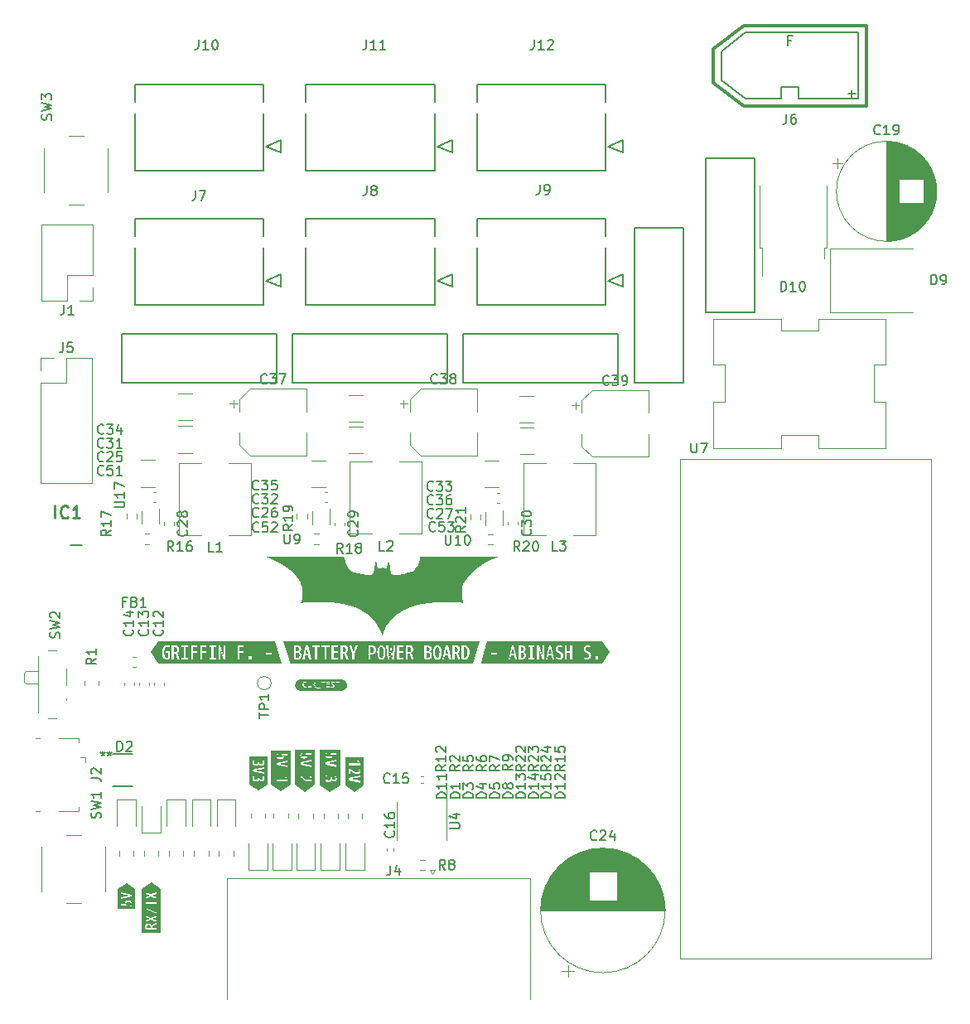
<source format=gbr>
%TF.GenerationSoftware,KiCad,Pcbnew,7.0.6*%
%TF.CreationDate,2024-02-06T22:27:34-07:00*%
%TF.ProjectId,Batt-Power-Prototype-2023_Lucy_V1,42617474-2d50-46f7-9765-722d50726f74,rev?*%
%TF.SameCoordinates,Original*%
%TF.FileFunction,Legend,Top*%
%TF.FilePolarity,Positive*%
%FSLAX46Y46*%
G04 Gerber Fmt 4.6, Leading zero omitted, Abs format (unit mm)*
G04 Created by KiCad (PCBNEW 7.0.6) date 2024-02-06 22:27:34*
%MOMM*%
%LPD*%
G01*
G04 APERTURE LIST*
%ADD10C,0.150000*%
%ADD11C,0.300000*%
%ADD12C,0.200000*%
%ADD13C,0.254000*%
%ADD14C,0.120000*%
%ADD15C,0.152400*%
G04 APERTURE END LIST*
D10*
X101204819Y-124066666D02*
X100728628Y-124399999D01*
X101204819Y-124638094D02*
X100204819Y-124638094D01*
X100204819Y-124638094D02*
X100204819Y-124257142D01*
X100204819Y-124257142D02*
X100252438Y-124161904D01*
X100252438Y-124161904D02*
X100300057Y-124114285D01*
X100300057Y-124114285D02*
X100395295Y-124066666D01*
X100395295Y-124066666D02*
X100538152Y-124066666D01*
X100538152Y-124066666D02*
X100633390Y-124114285D01*
X100633390Y-124114285D02*
X100681009Y-124161904D01*
X100681009Y-124161904D02*
X100728628Y-124257142D01*
X100728628Y-124257142D02*
X100728628Y-124638094D01*
X101204819Y-123114285D02*
X101204819Y-123685713D01*
X101204819Y-123399999D02*
X100204819Y-123399999D01*
X100204819Y-123399999D02*
X100347676Y-123495237D01*
X100347676Y-123495237D02*
X100442914Y-123590475D01*
X100442914Y-123590475D02*
X100490533Y-123685713D01*
X139754819Y-134966666D02*
X139278628Y-135299999D01*
X139754819Y-135538094D02*
X138754819Y-135538094D01*
X138754819Y-135538094D02*
X138754819Y-135157142D01*
X138754819Y-135157142D02*
X138802438Y-135061904D01*
X138802438Y-135061904D02*
X138850057Y-135014285D01*
X138850057Y-135014285D02*
X138945295Y-134966666D01*
X138945295Y-134966666D02*
X139088152Y-134966666D01*
X139088152Y-134966666D02*
X139183390Y-135014285D01*
X139183390Y-135014285D02*
X139231009Y-135061904D01*
X139231009Y-135061904D02*
X139278628Y-135157142D01*
X139278628Y-135157142D02*
X139278628Y-135538094D01*
X138754819Y-134061904D02*
X138754819Y-134538094D01*
X138754819Y-134538094D02*
X139231009Y-134585713D01*
X139231009Y-134585713D02*
X139183390Y-134538094D01*
X139183390Y-134538094D02*
X139135771Y-134442856D01*
X139135771Y-134442856D02*
X139135771Y-134204761D01*
X139135771Y-134204761D02*
X139183390Y-134109523D01*
X139183390Y-134109523D02*
X139231009Y-134061904D01*
X139231009Y-134061904D02*
X139326247Y-134014285D01*
X139326247Y-134014285D02*
X139564342Y-134014285D01*
X139564342Y-134014285D02*
X139659580Y-134061904D01*
X139659580Y-134061904D02*
X139707200Y-134109523D01*
X139707200Y-134109523D02*
X139754819Y-134204761D01*
X139754819Y-134204761D02*
X139754819Y-134442856D01*
X139754819Y-134442856D02*
X139707200Y-134538094D01*
X139707200Y-134538094D02*
X139659580Y-134585713D01*
X149104819Y-138338094D02*
X148104819Y-138338094D01*
X148104819Y-138338094D02*
X148104819Y-138099999D01*
X148104819Y-138099999D02*
X148152438Y-137957142D01*
X148152438Y-137957142D02*
X148247676Y-137861904D01*
X148247676Y-137861904D02*
X148342914Y-137814285D01*
X148342914Y-137814285D02*
X148533390Y-137766666D01*
X148533390Y-137766666D02*
X148676247Y-137766666D01*
X148676247Y-137766666D02*
X148866723Y-137814285D01*
X148866723Y-137814285D02*
X148961961Y-137861904D01*
X148961961Y-137861904D02*
X149057200Y-137957142D01*
X149057200Y-137957142D02*
X149104819Y-138099999D01*
X149104819Y-138099999D02*
X149104819Y-138338094D01*
X149104819Y-136814285D02*
X149104819Y-137385713D01*
X149104819Y-137099999D02*
X148104819Y-137099999D01*
X148104819Y-137099999D02*
X148247676Y-137195237D01*
X148247676Y-137195237D02*
X148342914Y-137290475D01*
X148342914Y-137290475D02*
X148390533Y-137385713D01*
X148200057Y-136433332D02*
X148152438Y-136385713D01*
X148152438Y-136385713D02*
X148104819Y-136290475D01*
X148104819Y-136290475D02*
X148104819Y-136052380D01*
X148104819Y-136052380D02*
X148152438Y-135957142D01*
X148152438Y-135957142D02*
X148200057Y-135909523D01*
X148200057Y-135909523D02*
X148295295Y-135861904D01*
X148295295Y-135861904D02*
X148390533Y-135861904D01*
X148390533Y-135861904D02*
X148533390Y-135909523D01*
X148533390Y-135909523D02*
X149104819Y-136480951D01*
X149104819Y-136480951D02*
X149104819Y-135861904D01*
X131224142Y-136722580D02*
X131176523Y-136770200D01*
X131176523Y-136770200D02*
X131033666Y-136817819D01*
X131033666Y-136817819D02*
X130938428Y-136817819D01*
X130938428Y-136817819D02*
X130795571Y-136770200D01*
X130795571Y-136770200D02*
X130700333Y-136674961D01*
X130700333Y-136674961D02*
X130652714Y-136579723D01*
X130652714Y-136579723D02*
X130605095Y-136389247D01*
X130605095Y-136389247D02*
X130605095Y-136246390D01*
X130605095Y-136246390D02*
X130652714Y-136055914D01*
X130652714Y-136055914D02*
X130700333Y-135960676D01*
X130700333Y-135960676D02*
X130795571Y-135865438D01*
X130795571Y-135865438D02*
X130938428Y-135817819D01*
X130938428Y-135817819D02*
X131033666Y-135817819D01*
X131033666Y-135817819D02*
X131176523Y-135865438D01*
X131176523Y-135865438D02*
X131224142Y-135913057D01*
X132176523Y-136817819D02*
X131605095Y-136817819D01*
X131890809Y-136817819D02*
X131890809Y-135817819D01*
X131890809Y-135817819D02*
X131795571Y-135960676D01*
X131795571Y-135960676D02*
X131700333Y-136055914D01*
X131700333Y-136055914D02*
X131605095Y-136103533D01*
X133081285Y-135817819D02*
X132605095Y-135817819D01*
X132605095Y-135817819D02*
X132557476Y-136294009D01*
X132557476Y-136294009D02*
X132605095Y-136246390D01*
X132605095Y-136246390D02*
X132700333Y-136198771D01*
X132700333Y-136198771D02*
X132938428Y-136198771D01*
X132938428Y-136198771D02*
X133033666Y-136246390D01*
X133033666Y-136246390D02*
X133081285Y-136294009D01*
X133081285Y-136294009D02*
X133128904Y-136389247D01*
X133128904Y-136389247D02*
X133128904Y-136627342D01*
X133128904Y-136627342D02*
X133081285Y-136722580D01*
X133081285Y-136722580D02*
X133033666Y-136770200D01*
X133033666Y-136770200D02*
X132938428Y-136817819D01*
X132938428Y-136817819D02*
X132700333Y-136817819D01*
X132700333Y-136817819D02*
X132605095Y-136770200D01*
X132605095Y-136770200D02*
X132557476Y-136722580D01*
X136911905Y-111454819D02*
X136911905Y-112264342D01*
X136911905Y-112264342D02*
X136959524Y-112359580D01*
X136959524Y-112359580D02*
X137007143Y-112407200D01*
X137007143Y-112407200D02*
X137102381Y-112454819D01*
X137102381Y-112454819D02*
X137292857Y-112454819D01*
X137292857Y-112454819D02*
X137388095Y-112407200D01*
X137388095Y-112407200D02*
X137435714Y-112359580D01*
X137435714Y-112359580D02*
X137483333Y-112264342D01*
X137483333Y-112264342D02*
X137483333Y-111454819D01*
X138483333Y-112454819D02*
X137911905Y-112454819D01*
X138197619Y-112454819D02*
X138197619Y-111454819D01*
X138197619Y-111454819D02*
X138102381Y-111597676D01*
X138102381Y-111597676D02*
X138007143Y-111692914D01*
X138007143Y-111692914D02*
X137911905Y-111740533D01*
X139102381Y-111454819D02*
X139197619Y-111454819D01*
X139197619Y-111454819D02*
X139292857Y-111502438D01*
X139292857Y-111502438D02*
X139340476Y-111550057D01*
X139340476Y-111550057D02*
X139388095Y-111645295D01*
X139388095Y-111645295D02*
X139435714Y-111835771D01*
X139435714Y-111835771D02*
X139435714Y-112073866D01*
X139435714Y-112073866D02*
X139388095Y-112264342D01*
X139388095Y-112264342D02*
X139340476Y-112359580D01*
X139340476Y-112359580D02*
X139292857Y-112407200D01*
X139292857Y-112407200D02*
X139197619Y-112454819D01*
X139197619Y-112454819D02*
X139102381Y-112454819D01*
X139102381Y-112454819D02*
X139007143Y-112407200D01*
X139007143Y-112407200D02*
X138959524Y-112359580D01*
X138959524Y-112359580D02*
X138911905Y-112264342D01*
X138911905Y-112264342D02*
X138864286Y-112073866D01*
X138864286Y-112073866D02*
X138864286Y-111835771D01*
X138864286Y-111835771D02*
X138911905Y-111645295D01*
X138911905Y-111645295D02*
X138959524Y-111550057D01*
X138959524Y-111550057D02*
X139007143Y-111502438D01*
X139007143Y-111502438D02*
X139102381Y-111454819D01*
X145104819Y-134966666D02*
X144628628Y-135299999D01*
X145104819Y-135538094D02*
X144104819Y-135538094D01*
X144104819Y-135538094D02*
X144104819Y-135157142D01*
X144104819Y-135157142D02*
X144152438Y-135061904D01*
X144152438Y-135061904D02*
X144200057Y-135014285D01*
X144200057Y-135014285D02*
X144295295Y-134966666D01*
X144295295Y-134966666D02*
X144438152Y-134966666D01*
X144438152Y-134966666D02*
X144533390Y-135014285D01*
X144533390Y-135014285D02*
X144581009Y-135061904D01*
X144581009Y-135061904D02*
X144628628Y-135157142D01*
X144628628Y-135157142D02*
X144628628Y-135538094D01*
X144200057Y-134585713D02*
X144152438Y-134538094D01*
X144152438Y-134538094D02*
X144104819Y-134442856D01*
X144104819Y-134442856D02*
X144104819Y-134204761D01*
X144104819Y-134204761D02*
X144152438Y-134109523D01*
X144152438Y-134109523D02*
X144200057Y-134061904D01*
X144200057Y-134061904D02*
X144295295Y-134014285D01*
X144295295Y-134014285D02*
X144390533Y-134014285D01*
X144390533Y-134014285D02*
X144533390Y-134061904D01*
X144533390Y-134061904D02*
X145104819Y-134633332D01*
X145104819Y-134633332D02*
X145104819Y-134014285D01*
X144200057Y-133633332D02*
X144152438Y-133585713D01*
X144152438Y-133585713D02*
X144104819Y-133490475D01*
X144104819Y-133490475D02*
X144104819Y-133252380D01*
X144104819Y-133252380D02*
X144152438Y-133157142D01*
X144152438Y-133157142D02*
X144200057Y-133109523D01*
X144200057Y-133109523D02*
X144295295Y-133061904D01*
X144295295Y-133061904D02*
X144390533Y-133061904D01*
X144390533Y-133061904D02*
X144533390Y-133109523D01*
X144533390Y-133109523D02*
X145104819Y-133680951D01*
X145104819Y-133680951D02*
X145104819Y-133061904D01*
X106458580Y-121142857D02*
X106506200Y-121190476D01*
X106506200Y-121190476D02*
X106553819Y-121333333D01*
X106553819Y-121333333D02*
X106553819Y-121428571D01*
X106553819Y-121428571D02*
X106506200Y-121571428D01*
X106506200Y-121571428D02*
X106410961Y-121666666D01*
X106410961Y-121666666D02*
X106315723Y-121714285D01*
X106315723Y-121714285D02*
X106125247Y-121761904D01*
X106125247Y-121761904D02*
X105982390Y-121761904D01*
X105982390Y-121761904D02*
X105791914Y-121714285D01*
X105791914Y-121714285D02*
X105696676Y-121666666D01*
X105696676Y-121666666D02*
X105601438Y-121571428D01*
X105601438Y-121571428D02*
X105553819Y-121428571D01*
X105553819Y-121428571D02*
X105553819Y-121333333D01*
X105553819Y-121333333D02*
X105601438Y-121190476D01*
X105601438Y-121190476D02*
X105649057Y-121142857D01*
X106553819Y-120190476D02*
X106553819Y-120761904D01*
X106553819Y-120476190D02*
X105553819Y-120476190D01*
X105553819Y-120476190D02*
X105696676Y-120571428D01*
X105696676Y-120571428D02*
X105791914Y-120666666D01*
X105791914Y-120666666D02*
X105839533Y-120761904D01*
X105553819Y-119857142D02*
X105553819Y-119238095D01*
X105553819Y-119238095D02*
X105934771Y-119571428D01*
X105934771Y-119571428D02*
X105934771Y-119428571D01*
X105934771Y-119428571D02*
X105982390Y-119333333D01*
X105982390Y-119333333D02*
X106030009Y-119285714D01*
X106030009Y-119285714D02*
X106125247Y-119238095D01*
X106125247Y-119238095D02*
X106363342Y-119238095D01*
X106363342Y-119238095D02*
X106458580Y-119285714D01*
X106458580Y-119285714D02*
X106506200Y-119333333D01*
X106506200Y-119333333D02*
X106553819Y-119428571D01*
X106553819Y-119428571D02*
X106553819Y-119714285D01*
X106553819Y-119714285D02*
X106506200Y-119809523D01*
X106506200Y-119809523D02*
X106458580Y-119857142D01*
D11*
X129128572Y-116999757D02*
X128985715Y-116928328D01*
X128985715Y-116928328D02*
X128771429Y-116928328D01*
X128771429Y-116928328D02*
X128557143Y-116999757D01*
X128557143Y-116999757D02*
X128414286Y-117142614D01*
X128414286Y-117142614D02*
X128342857Y-117285471D01*
X128342857Y-117285471D02*
X128271429Y-117571185D01*
X128271429Y-117571185D02*
X128271429Y-117785471D01*
X128271429Y-117785471D02*
X128342857Y-118071185D01*
X128342857Y-118071185D02*
X128414286Y-118214042D01*
X128414286Y-118214042D02*
X128557143Y-118356900D01*
X128557143Y-118356900D02*
X128771429Y-118428328D01*
X128771429Y-118428328D02*
X128914286Y-118428328D01*
X128914286Y-118428328D02*
X129128572Y-118356900D01*
X129128572Y-118356900D02*
X129200000Y-118285471D01*
X129200000Y-118285471D02*
X129200000Y-117785471D01*
X129200000Y-117785471D02*
X128914286Y-117785471D01*
X130057143Y-116928328D02*
X130057143Y-117285471D01*
X129700000Y-117142614D02*
X130057143Y-117285471D01*
X130057143Y-117285471D02*
X130414286Y-117142614D01*
X129842857Y-117571185D02*
X130057143Y-117285471D01*
X130057143Y-117285471D02*
X130271429Y-117571185D01*
X131200000Y-116928328D02*
X131200000Y-117285471D01*
X130842857Y-117142614D02*
X131200000Y-117285471D01*
X131200000Y-117285471D02*
X131557143Y-117142614D01*
X130985714Y-117571185D02*
X131200000Y-117285471D01*
X131200000Y-117285471D02*
X131414286Y-117571185D01*
X132342857Y-116928328D02*
X132342857Y-117285471D01*
X131985714Y-117142614D02*
X132342857Y-117285471D01*
X132342857Y-117285471D02*
X132700000Y-117142614D01*
X132128571Y-117571185D02*
X132342857Y-117285471D01*
X132342857Y-117285471D02*
X132557143Y-117571185D01*
D10*
X136954819Y-134966666D02*
X136478628Y-135299999D01*
X136954819Y-135538094D02*
X135954819Y-135538094D01*
X135954819Y-135538094D02*
X135954819Y-135157142D01*
X135954819Y-135157142D02*
X136002438Y-135061904D01*
X136002438Y-135061904D02*
X136050057Y-135014285D01*
X136050057Y-135014285D02*
X136145295Y-134966666D01*
X136145295Y-134966666D02*
X136288152Y-134966666D01*
X136288152Y-134966666D02*
X136383390Y-135014285D01*
X136383390Y-135014285D02*
X136431009Y-135061904D01*
X136431009Y-135061904D02*
X136478628Y-135157142D01*
X136478628Y-135157142D02*
X136478628Y-135538094D01*
X136954819Y-134014285D02*
X136954819Y-134585713D01*
X136954819Y-134299999D02*
X135954819Y-134299999D01*
X135954819Y-134299999D02*
X136097676Y-134395237D01*
X136097676Y-134395237D02*
X136192914Y-134490475D01*
X136192914Y-134490475D02*
X136240533Y-134585713D01*
X136050057Y-133633332D02*
X136002438Y-133585713D01*
X136002438Y-133585713D02*
X135954819Y-133490475D01*
X135954819Y-133490475D02*
X135954819Y-133252380D01*
X135954819Y-133252380D02*
X136002438Y-133157142D01*
X136002438Y-133157142D02*
X136050057Y-133109523D01*
X136050057Y-133109523D02*
X136145295Y-133061904D01*
X136145295Y-133061904D02*
X136240533Y-133061904D01*
X136240533Y-133061904D02*
X136383390Y-133109523D01*
X136383390Y-133109523D02*
X136954819Y-133680951D01*
X136954819Y-133680951D02*
X136954819Y-133061904D01*
X146404819Y-134966666D02*
X145928628Y-135299999D01*
X146404819Y-135538094D02*
X145404819Y-135538094D01*
X145404819Y-135538094D02*
X145404819Y-135157142D01*
X145404819Y-135157142D02*
X145452438Y-135061904D01*
X145452438Y-135061904D02*
X145500057Y-135014285D01*
X145500057Y-135014285D02*
X145595295Y-134966666D01*
X145595295Y-134966666D02*
X145738152Y-134966666D01*
X145738152Y-134966666D02*
X145833390Y-135014285D01*
X145833390Y-135014285D02*
X145881009Y-135061904D01*
X145881009Y-135061904D02*
X145928628Y-135157142D01*
X145928628Y-135157142D02*
X145928628Y-135538094D01*
X145500057Y-134585713D02*
X145452438Y-134538094D01*
X145452438Y-134538094D02*
X145404819Y-134442856D01*
X145404819Y-134442856D02*
X145404819Y-134204761D01*
X145404819Y-134204761D02*
X145452438Y-134109523D01*
X145452438Y-134109523D02*
X145500057Y-134061904D01*
X145500057Y-134061904D02*
X145595295Y-134014285D01*
X145595295Y-134014285D02*
X145690533Y-134014285D01*
X145690533Y-134014285D02*
X145833390Y-134061904D01*
X145833390Y-134061904D02*
X146404819Y-134633332D01*
X146404819Y-134633332D02*
X146404819Y-134014285D01*
X145404819Y-133680951D02*
X145404819Y-133061904D01*
X145404819Y-133061904D02*
X145785771Y-133395237D01*
X145785771Y-133395237D02*
X145785771Y-133252380D01*
X145785771Y-133252380D02*
X145833390Y-133157142D01*
X145833390Y-133157142D02*
X145881009Y-133109523D01*
X145881009Y-133109523D02*
X145976247Y-133061904D01*
X145976247Y-133061904D02*
X146214342Y-133061904D01*
X146214342Y-133061904D02*
X146309580Y-133109523D01*
X146309580Y-133109523D02*
X146357200Y-133157142D01*
X146357200Y-133157142D02*
X146404819Y-133252380D01*
X146404819Y-133252380D02*
X146404819Y-133538094D01*
X146404819Y-133538094D02*
X146357200Y-133633332D01*
X146357200Y-133633332D02*
X146309580Y-133680951D01*
X136883333Y-145654819D02*
X136550000Y-145178628D01*
X136311905Y-145654819D02*
X136311905Y-144654819D01*
X136311905Y-144654819D02*
X136692857Y-144654819D01*
X136692857Y-144654819D02*
X136788095Y-144702438D01*
X136788095Y-144702438D02*
X136835714Y-144750057D01*
X136835714Y-144750057D02*
X136883333Y-144845295D01*
X136883333Y-144845295D02*
X136883333Y-144988152D01*
X136883333Y-144988152D02*
X136835714Y-145083390D01*
X136835714Y-145083390D02*
X136788095Y-145131009D01*
X136788095Y-145131009D02*
X136692857Y-145178628D01*
X136692857Y-145178628D02*
X136311905Y-145178628D01*
X137454762Y-145083390D02*
X137359524Y-145035771D01*
X137359524Y-145035771D02*
X137311905Y-144988152D01*
X137311905Y-144988152D02*
X137264286Y-144892914D01*
X137264286Y-144892914D02*
X137264286Y-144845295D01*
X137264286Y-144845295D02*
X137311905Y-144750057D01*
X137311905Y-144750057D02*
X137359524Y-144702438D01*
X137359524Y-144702438D02*
X137454762Y-144654819D01*
X137454762Y-144654819D02*
X137645238Y-144654819D01*
X137645238Y-144654819D02*
X137740476Y-144702438D01*
X137740476Y-144702438D02*
X137788095Y-144750057D01*
X137788095Y-144750057D02*
X137835714Y-144845295D01*
X137835714Y-144845295D02*
X137835714Y-144892914D01*
X137835714Y-144892914D02*
X137788095Y-144988152D01*
X137788095Y-144988152D02*
X137740476Y-145035771D01*
X137740476Y-145035771D02*
X137645238Y-145083390D01*
X137645238Y-145083390D02*
X137454762Y-145083390D01*
X137454762Y-145083390D02*
X137359524Y-145131009D01*
X137359524Y-145131009D02*
X137311905Y-145178628D01*
X137311905Y-145178628D02*
X137264286Y-145273866D01*
X137264286Y-145273866D02*
X137264286Y-145464342D01*
X137264286Y-145464342D02*
X137311905Y-145559580D01*
X137311905Y-145559580D02*
X137359524Y-145607200D01*
X137359524Y-145607200D02*
X137454762Y-145654819D01*
X137454762Y-145654819D02*
X137645238Y-145654819D01*
X137645238Y-145654819D02*
X137740476Y-145607200D01*
X137740476Y-145607200D02*
X137788095Y-145559580D01*
X137788095Y-145559580D02*
X137835714Y-145464342D01*
X137835714Y-145464342D02*
X137835714Y-145273866D01*
X137835714Y-145273866D02*
X137788095Y-145178628D01*
X137788095Y-145178628D02*
X137740476Y-145131009D01*
X137740476Y-145131009D02*
X137645238Y-145083390D01*
X118657142Y-95909580D02*
X118609523Y-95957200D01*
X118609523Y-95957200D02*
X118466666Y-96004819D01*
X118466666Y-96004819D02*
X118371428Y-96004819D01*
X118371428Y-96004819D02*
X118228571Y-95957200D01*
X118228571Y-95957200D02*
X118133333Y-95861961D01*
X118133333Y-95861961D02*
X118085714Y-95766723D01*
X118085714Y-95766723D02*
X118038095Y-95576247D01*
X118038095Y-95576247D02*
X118038095Y-95433390D01*
X118038095Y-95433390D02*
X118085714Y-95242914D01*
X118085714Y-95242914D02*
X118133333Y-95147676D01*
X118133333Y-95147676D02*
X118228571Y-95052438D01*
X118228571Y-95052438D02*
X118371428Y-95004819D01*
X118371428Y-95004819D02*
X118466666Y-95004819D01*
X118466666Y-95004819D02*
X118609523Y-95052438D01*
X118609523Y-95052438D02*
X118657142Y-95100057D01*
X118990476Y-95004819D02*
X119609523Y-95004819D01*
X119609523Y-95004819D02*
X119276190Y-95385771D01*
X119276190Y-95385771D02*
X119419047Y-95385771D01*
X119419047Y-95385771D02*
X119514285Y-95433390D01*
X119514285Y-95433390D02*
X119561904Y-95481009D01*
X119561904Y-95481009D02*
X119609523Y-95576247D01*
X119609523Y-95576247D02*
X119609523Y-95814342D01*
X119609523Y-95814342D02*
X119561904Y-95909580D01*
X119561904Y-95909580D02*
X119514285Y-95957200D01*
X119514285Y-95957200D02*
X119419047Y-96004819D01*
X119419047Y-96004819D02*
X119133333Y-96004819D01*
X119133333Y-96004819D02*
X119038095Y-95957200D01*
X119038095Y-95957200D02*
X118990476Y-95909580D01*
X119942857Y-95004819D02*
X120609523Y-95004819D01*
X120609523Y-95004819D02*
X120180952Y-96004819D01*
X117807142Y-106759580D02*
X117759523Y-106807200D01*
X117759523Y-106807200D02*
X117616666Y-106854819D01*
X117616666Y-106854819D02*
X117521428Y-106854819D01*
X117521428Y-106854819D02*
X117378571Y-106807200D01*
X117378571Y-106807200D02*
X117283333Y-106711961D01*
X117283333Y-106711961D02*
X117235714Y-106616723D01*
X117235714Y-106616723D02*
X117188095Y-106426247D01*
X117188095Y-106426247D02*
X117188095Y-106283390D01*
X117188095Y-106283390D02*
X117235714Y-106092914D01*
X117235714Y-106092914D02*
X117283333Y-105997676D01*
X117283333Y-105997676D02*
X117378571Y-105902438D01*
X117378571Y-105902438D02*
X117521428Y-105854819D01*
X117521428Y-105854819D02*
X117616666Y-105854819D01*
X117616666Y-105854819D02*
X117759523Y-105902438D01*
X117759523Y-105902438D02*
X117807142Y-105950057D01*
X118140476Y-105854819D02*
X118759523Y-105854819D01*
X118759523Y-105854819D02*
X118426190Y-106235771D01*
X118426190Y-106235771D02*
X118569047Y-106235771D01*
X118569047Y-106235771D02*
X118664285Y-106283390D01*
X118664285Y-106283390D02*
X118711904Y-106331009D01*
X118711904Y-106331009D02*
X118759523Y-106426247D01*
X118759523Y-106426247D02*
X118759523Y-106664342D01*
X118759523Y-106664342D02*
X118711904Y-106759580D01*
X118711904Y-106759580D02*
X118664285Y-106807200D01*
X118664285Y-106807200D02*
X118569047Y-106854819D01*
X118569047Y-106854819D02*
X118283333Y-106854819D01*
X118283333Y-106854819D02*
X118188095Y-106807200D01*
X118188095Y-106807200D02*
X118140476Y-106759580D01*
X119664285Y-105854819D02*
X119188095Y-105854819D01*
X119188095Y-105854819D02*
X119140476Y-106331009D01*
X119140476Y-106331009D02*
X119188095Y-106283390D01*
X119188095Y-106283390D02*
X119283333Y-106235771D01*
X119283333Y-106235771D02*
X119521428Y-106235771D01*
X119521428Y-106235771D02*
X119616666Y-106283390D01*
X119616666Y-106283390D02*
X119664285Y-106331009D01*
X119664285Y-106331009D02*
X119711904Y-106426247D01*
X119711904Y-106426247D02*
X119711904Y-106664342D01*
X119711904Y-106664342D02*
X119664285Y-106759580D01*
X119664285Y-106759580D02*
X119616666Y-106807200D01*
X119616666Y-106807200D02*
X119521428Y-106854819D01*
X119521428Y-106854819D02*
X119283333Y-106854819D01*
X119283333Y-106854819D02*
X119188095Y-106807200D01*
X119188095Y-106807200D02*
X119140476Y-106759580D01*
X96607200Y-69033332D02*
X96654819Y-68890475D01*
X96654819Y-68890475D02*
X96654819Y-68652380D01*
X96654819Y-68652380D02*
X96607200Y-68557142D01*
X96607200Y-68557142D02*
X96559580Y-68509523D01*
X96559580Y-68509523D02*
X96464342Y-68461904D01*
X96464342Y-68461904D02*
X96369104Y-68461904D01*
X96369104Y-68461904D02*
X96273866Y-68509523D01*
X96273866Y-68509523D02*
X96226247Y-68557142D01*
X96226247Y-68557142D02*
X96178628Y-68652380D01*
X96178628Y-68652380D02*
X96131009Y-68842856D01*
X96131009Y-68842856D02*
X96083390Y-68938094D01*
X96083390Y-68938094D02*
X96035771Y-68985713D01*
X96035771Y-68985713D02*
X95940533Y-69033332D01*
X95940533Y-69033332D02*
X95845295Y-69033332D01*
X95845295Y-69033332D02*
X95750057Y-68985713D01*
X95750057Y-68985713D02*
X95702438Y-68938094D01*
X95702438Y-68938094D02*
X95654819Y-68842856D01*
X95654819Y-68842856D02*
X95654819Y-68604761D01*
X95654819Y-68604761D02*
X95702438Y-68461904D01*
X95654819Y-68128570D02*
X96654819Y-67890475D01*
X96654819Y-67890475D02*
X95940533Y-67699999D01*
X95940533Y-67699999D02*
X96654819Y-67509523D01*
X96654819Y-67509523D02*
X95654819Y-67271428D01*
X95654819Y-66985713D02*
X95654819Y-66366666D01*
X95654819Y-66366666D02*
X96035771Y-66699999D01*
X96035771Y-66699999D02*
X96035771Y-66557142D01*
X96035771Y-66557142D02*
X96083390Y-66461904D01*
X96083390Y-66461904D02*
X96131009Y-66414285D01*
X96131009Y-66414285D02*
X96226247Y-66366666D01*
X96226247Y-66366666D02*
X96464342Y-66366666D01*
X96464342Y-66366666D02*
X96559580Y-66414285D01*
X96559580Y-66414285D02*
X96607200Y-66461904D01*
X96607200Y-66461904D02*
X96654819Y-66557142D01*
X96654819Y-66557142D02*
X96654819Y-66842856D01*
X96654819Y-66842856D02*
X96607200Y-66938094D01*
X96607200Y-66938094D02*
X96559580Y-66985713D01*
X101657200Y-140383332D02*
X101704819Y-140240475D01*
X101704819Y-140240475D02*
X101704819Y-140002380D01*
X101704819Y-140002380D02*
X101657200Y-139907142D01*
X101657200Y-139907142D02*
X101609580Y-139859523D01*
X101609580Y-139859523D02*
X101514342Y-139811904D01*
X101514342Y-139811904D02*
X101419104Y-139811904D01*
X101419104Y-139811904D02*
X101323866Y-139859523D01*
X101323866Y-139859523D02*
X101276247Y-139907142D01*
X101276247Y-139907142D02*
X101228628Y-140002380D01*
X101228628Y-140002380D02*
X101181009Y-140192856D01*
X101181009Y-140192856D02*
X101133390Y-140288094D01*
X101133390Y-140288094D02*
X101085771Y-140335713D01*
X101085771Y-140335713D02*
X100990533Y-140383332D01*
X100990533Y-140383332D02*
X100895295Y-140383332D01*
X100895295Y-140383332D02*
X100800057Y-140335713D01*
X100800057Y-140335713D02*
X100752438Y-140288094D01*
X100752438Y-140288094D02*
X100704819Y-140192856D01*
X100704819Y-140192856D02*
X100704819Y-139954761D01*
X100704819Y-139954761D02*
X100752438Y-139811904D01*
X100704819Y-139478570D02*
X101704819Y-139240475D01*
X101704819Y-139240475D02*
X100990533Y-139049999D01*
X100990533Y-139049999D02*
X101704819Y-138859523D01*
X101704819Y-138859523D02*
X100704819Y-138621428D01*
X101704819Y-137716666D02*
X101704819Y-138288094D01*
X101704819Y-138002380D02*
X100704819Y-138002380D01*
X100704819Y-138002380D02*
X100847676Y-138097618D01*
X100847676Y-138097618D02*
X100942914Y-138192856D01*
X100942914Y-138192856D02*
X100990533Y-138288094D01*
X137004819Y-138338094D02*
X136004819Y-138338094D01*
X136004819Y-138338094D02*
X136004819Y-138099999D01*
X136004819Y-138099999D02*
X136052438Y-137957142D01*
X136052438Y-137957142D02*
X136147676Y-137861904D01*
X136147676Y-137861904D02*
X136242914Y-137814285D01*
X136242914Y-137814285D02*
X136433390Y-137766666D01*
X136433390Y-137766666D02*
X136576247Y-137766666D01*
X136576247Y-137766666D02*
X136766723Y-137814285D01*
X136766723Y-137814285D02*
X136861961Y-137861904D01*
X136861961Y-137861904D02*
X136957200Y-137957142D01*
X136957200Y-137957142D02*
X137004819Y-138099999D01*
X137004819Y-138099999D02*
X137004819Y-138338094D01*
X137004819Y-136814285D02*
X137004819Y-137385713D01*
X137004819Y-137099999D02*
X136004819Y-137099999D01*
X136004819Y-137099999D02*
X136147676Y-137195237D01*
X136147676Y-137195237D02*
X136242914Y-137290475D01*
X136242914Y-137290475D02*
X136290533Y-137385713D01*
X137004819Y-135861904D02*
X137004819Y-136433332D01*
X137004819Y-136147618D02*
X136004819Y-136147618D01*
X136004819Y-136147618D02*
X136147676Y-136242856D01*
X136147676Y-136242856D02*
X136242914Y-136338094D01*
X136242914Y-136338094D02*
X136290533Y-136433332D01*
X135657142Y-106859580D02*
X135609523Y-106907200D01*
X135609523Y-106907200D02*
X135466666Y-106954819D01*
X135466666Y-106954819D02*
X135371428Y-106954819D01*
X135371428Y-106954819D02*
X135228571Y-106907200D01*
X135228571Y-106907200D02*
X135133333Y-106811961D01*
X135133333Y-106811961D02*
X135085714Y-106716723D01*
X135085714Y-106716723D02*
X135038095Y-106526247D01*
X135038095Y-106526247D02*
X135038095Y-106383390D01*
X135038095Y-106383390D02*
X135085714Y-106192914D01*
X135085714Y-106192914D02*
X135133333Y-106097676D01*
X135133333Y-106097676D02*
X135228571Y-106002438D01*
X135228571Y-106002438D02*
X135371428Y-105954819D01*
X135371428Y-105954819D02*
X135466666Y-105954819D01*
X135466666Y-105954819D02*
X135609523Y-106002438D01*
X135609523Y-106002438D02*
X135657142Y-106050057D01*
X135990476Y-105954819D02*
X136609523Y-105954819D01*
X136609523Y-105954819D02*
X136276190Y-106335771D01*
X136276190Y-106335771D02*
X136419047Y-106335771D01*
X136419047Y-106335771D02*
X136514285Y-106383390D01*
X136514285Y-106383390D02*
X136561904Y-106431009D01*
X136561904Y-106431009D02*
X136609523Y-106526247D01*
X136609523Y-106526247D02*
X136609523Y-106764342D01*
X136609523Y-106764342D02*
X136561904Y-106859580D01*
X136561904Y-106859580D02*
X136514285Y-106907200D01*
X136514285Y-106907200D02*
X136419047Y-106954819D01*
X136419047Y-106954819D02*
X136133333Y-106954819D01*
X136133333Y-106954819D02*
X136038095Y-106907200D01*
X136038095Y-106907200D02*
X135990476Y-106859580D01*
X136942857Y-105954819D02*
X137561904Y-105954819D01*
X137561904Y-105954819D02*
X137228571Y-106335771D01*
X137228571Y-106335771D02*
X137371428Y-106335771D01*
X137371428Y-106335771D02*
X137466666Y-106383390D01*
X137466666Y-106383390D02*
X137514285Y-106431009D01*
X137514285Y-106431009D02*
X137561904Y-106526247D01*
X137561904Y-106526247D02*
X137561904Y-106764342D01*
X137561904Y-106764342D02*
X137514285Y-106859580D01*
X137514285Y-106859580D02*
X137466666Y-106907200D01*
X137466666Y-106907200D02*
X137371428Y-106954819D01*
X137371428Y-106954819D02*
X137085714Y-106954819D01*
X137085714Y-106954819D02*
X136990476Y-106907200D01*
X136990476Y-106907200D02*
X136942857Y-106859580D01*
X120438095Y-111354819D02*
X120438095Y-112164342D01*
X120438095Y-112164342D02*
X120485714Y-112259580D01*
X120485714Y-112259580D02*
X120533333Y-112307200D01*
X120533333Y-112307200D02*
X120628571Y-112354819D01*
X120628571Y-112354819D02*
X120819047Y-112354819D01*
X120819047Y-112354819D02*
X120914285Y-112307200D01*
X120914285Y-112307200D02*
X120961904Y-112259580D01*
X120961904Y-112259580D02*
X121009523Y-112164342D01*
X121009523Y-112164342D02*
X121009523Y-111354819D01*
X121533333Y-112354819D02*
X121723809Y-112354819D01*
X121723809Y-112354819D02*
X121819047Y-112307200D01*
X121819047Y-112307200D02*
X121866666Y-112259580D01*
X121866666Y-112259580D02*
X121961904Y-112116723D01*
X121961904Y-112116723D02*
X122009523Y-111926247D01*
X122009523Y-111926247D02*
X122009523Y-111545295D01*
X122009523Y-111545295D02*
X121961904Y-111450057D01*
X121961904Y-111450057D02*
X121914285Y-111402438D01*
X121914285Y-111402438D02*
X121819047Y-111354819D01*
X121819047Y-111354819D02*
X121628571Y-111354819D01*
X121628571Y-111354819D02*
X121533333Y-111402438D01*
X121533333Y-111402438D02*
X121485714Y-111450057D01*
X121485714Y-111450057D02*
X121438095Y-111545295D01*
X121438095Y-111545295D02*
X121438095Y-111783390D01*
X121438095Y-111783390D02*
X121485714Y-111878628D01*
X121485714Y-111878628D02*
X121533333Y-111926247D01*
X121533333Y-111926247D02*
X121628571Y-111973866D01*
X121628571Y-111973866D02*
X121819047Y-111973866D01*
X121819047Y-111973866D02*
X121914285Y-111926247D01*
X121914285Y-111926247D02*
X121961904Y-111878628D01*
X121961904Y-111878628D02*
X122009523Y-111783390D01*
X146566666Y-75654819D02*
X146566666Y-76369104D01*
X146566666Y-76369104D02*
X146519047Y-76511961D01*
X146519047Y-76511961D02*
X146423809Y-76607200D01*
X146423809Y-76607200D02*
X146280952Y-76654819D01*
X146280952Y-76654819D02*
X146185714Y-76654819D01*
X147090476Y-76654819D02*
X147280952Y-76654819D01*
X147280952Y-76654819D02*
X147376190Y-76607200D01*
X147376190Y-76607200D02*
X147423809Y-76559580D01*
X147423809Y-76559580D02*
X147519047Y-76416723D01*
X147519047Y-76416723D02*
X147566666Y-76226247D01*
X147566666Y-76226247D02*
X147566666Y-75845295D01*
X147566666Y-75845295D02*
X147519047Y-75750057D01*
X147519047Y-75750057D02*
X147471428Y-75702438D01*
X147471428Y-75702438D02*
X147376190Y-75654819D01*
X147376190Y-75654819D02*
X147185714Y-75654819D01*
X147185714Y-75654819D02*
X147090476Y-75702438D01*
X147090476Y-75702438D02*
X147042857Y-75750057D01*
X147042857Y-75750057D02*
X146995238Y-75845295D01*
X146995238Y-75845295D02*
X146995238Y-76083390D01*
X146995238Y-76083390D02*
X147042857Y-76178628D01*
X147042857Y-76178628D02*
X147090476Y-76226247D01*
X147090476Y-76226247D02*
X147185714Y-76273866D01*
X147185714Y-76273866D02*
X147376190Y-76273866D01*
X147376190Y-76273866D02*
X147471428Y-76226247D01*
X147471428Y-76226247D02*
X147519047Y-76178628D01*
X147519047Y-76178628D02*
X147566666Y-76083390D01*
X117807142Y-108159580D02*
X117759523Y-108207200D01*
X117759523Y-108207200D02*
X117616666Y-108254819D01*
X117616666Y-108254819D02*
X117521428Y-108254819D01*
X117521428Y-108254819D02*
X117378571Y-108207200D01*
X117378571Y-108207200D02*
X117283333Y-108111961D01*
X117283333Y-108111961D02*
X117235714Y-108016723D01*
X117235714Y-108016723D02*
X117188095Y-107826247D01*
X117188095Y-107826247D02*
X117188095Y-107683390D01*
X117188095Y-107683390D02*
X117235714Y-107492914D01*
X117235714Y-107492914D02*
X117283333Y-107397676D01*
X117283333Y-107397676D02*
X117378571Y-107302438D01*
X117378571Y-107302438D02*
X117521428Y-107254819D01*
X117521428Y-107254819D02*
X117616666Y-107254819D01*
X117616666Y-107254819D02*
X117759523Y-107302438D01*
X117759523Y-107302438D02*
X117807142Y-107350057D01*
X118140476Y-107254819D02*
X118759523Y-107254819D01*
X118759523Y-107254819D02*
X118426190Y-107635771D01*
X118426190Y-107635771D02*
X118569047Y-107635771D01*
X118569047Y-107635771D02*
X118664285Y-107683390D01*
X118664285Y-107683390D02*
X118711904Y-107731009D01*
X118711904Y-107731009D02*
X118759523Y-107826247D01*
X118759523Y-107826247D02*
X118759523Y-108064342D01*
X118759523Y-108064342D02*
X118711904Y-108159580D01*
X118711904Y-108159580D02*
X118664285Y-108207200D01*
X118664285Y-108207200D02*
X118569047Y-108254819D01*
X118569047Y-108254819D02*
X118283333Y-108254819D01*
X118283333Y-108254819D02*
X118188095Y-108207200D01*
X118188095Y-108207200D02*
X118140476Y-108159580D01*
X119140476Y-107350057D02*
X119188095Y-107302438D01*
X119188095Y-107302438D02*
X119283333Y-107254819D01*
X119283333Y-107254819D02*
X119521428Y-107254819D01*
X119521428Y-107254819D02*
X119616666Y-107302438D01*
X119616666Y-107302438D02*
X119664285Y-107350057D01*
X119664285Y-107350057D02*
X119711904Y-107445295D01*
X119711904Y-107445295D02*
X119711904Y-107540533D01*
X119711904Y-107540533D02*
X119664285Y-107683390D01*
X119664285Y-107683390D02*
X119092857Y-108254819D01*
X119092857Y-108254819D02*
X119711904Y-108254819D01*
X141104819Y-134966666D02*
X140628628Y-135299999D01*
X141104819Y-135538094D02*
X140104819Y-135538094D01*
X140104819Y-135538094D02*
X140104819Y-135157142D01*
X140104819Y-135157142D02*
X140152438Y-135061904D01*
X140152438Y-135061904D02*
X140200057Y-135014285D01*
X140200057Y-135014285D02*
X140295295Y-134966666D01*
X140295295Y-134966666D02*
X140438152Y-134966666D01*
X140438152Y-134966666D02*
X140533390Y-135014285D01*
X140533390Y-135014285D02*
X140581009Y-135061904D01*
X140581009Y-135061904D02*
X140628628Y-135157142D01*
X140628628Y-135157142D02*
X140628628Y-135538094D01*
X140104819Y-134109523D02*
X140104819Y-134299999D01*
X140104819Y-134299999D02*
X140152438Y-134395237D01*
X140152438Y-134395237D02*
X140200057Y-134442856D01*
X140200057Y-134442856D02*
X140342914Y-134538094D01*
X140342914Y-134538094D02*
X140533390Y-134585713D01*
X140533390Y-134585713D02*
X140914342Y-134585713D01*
X140914342Y-134585713D02*
X141009580Y-134538094D01*
X141009580Y-134538094D02*
X141057200Y-134490475D01*
X141057200Y-134490475D02*
X141104819Y-134395237D01*
X141104819Y-134395237D02*
X141104819Y-134204761D01*
X141104819Y-134204761D02*
X141057200Y-134109523D01*
X141057200Y-134109523D02*
X141009580Y-134061904D01*
X141009580Y-134061904D02*
X140914342Y-134014285D01*
X140914342Y-134014285D02*
X140676247Y-134014285D01*
X140676247Y-134014285D02*
X140581009Y-134061904D01*
X140581009Y-134061904D02*
X140533390Y-134109523D01*
X140533390Y-134109523D02*
X140485771Y-134204761D01*
X140485771Y-134204761D02*
X140485771Y-134395237D01*
X140485771Y-134395237D02*
X140533390Y-134490475D01*
X140533390Y-134490475D02*
X140581009Y-134538094D01*
X140581009Y-134538094D02*
X140676247Y-134585713D01*
D12*
X171773066Y-68452219D02*
X171773066Y-69166504D01*
X171773066Y-69166504D02*
X171725447Y-69309361D01*
X171725447Y-69309361D02*
X171630209Y-69404600D01*
X171630209Y-69404600D02*
X171487352Y-69452219D01*
X171487352Y-69452219D02*
X171392114Y-69452219D01*
X172677828Y-68452219D02*
X172487352Y-68452219D01*
X172487352Y-68452219D02*
X172392114Y-68499838D01*
X172392114Y-68499838D02*
X172344495Y-68547457D01*
X172344495Y-68547457D02*
X172249257Y-68690314D01*
X172249257Y-68690314D02*
X172201638Y-68880790D01*
X172201638Y-68880790D02*
X172201638Y-69261742D01*
X172201638Y-69261742D02*
X172249257Y-69356980D01*
X172249257Y-69356980D02*
X172296876Y-69404600D01*
X172296876Y-69404600D02*
X172392114Y-69452219D01*
X172392114Y-69452219D02*
X172582590Y-69452219D01*
X172582590Y-69452219D02*
X172677828Y-69404600D01*
X172677828Y-69404600D02*
X172725447Y-69356980D01*
X172725447Y-69356980D02*
X172773066Y-69261742D01*
X172773066Y-69261742D02*
X172773066Y-69023647D01*
X172773066Y-69023647D02*
X172725447Y-68928409D01*
X172725447Y-68928409D02*
X172677828Y-68880790D01*
X172677828Y-68880790D02*
X172582590Y-68833171D01*
X172582590Y-68833171D02*
X172392114Y-68833171D01*
X172392114Y-68833171D02*
X172296876Y-68880790D01*
X172296876Y-68880790D02*
X172249257Y-68928409D01*
X172249257Y-68928409D02*
X172201638Y-69023647D01*
X178045448Y-66361266D02*
X178807353Y-66361266D01*
X178426400Y-66742219D02*
X178426400Y-65980314D01*
X172249257Y-60928409D02*
X171915924Y-60928409D01*
X171915924Y-61452219D02*
X171915924Y-60452219D01*
X171915924Y-60452219D02*
X172392114Y-60452219D01*
D10*
X145990476Y-60854819D02*
X145990476Y-61569104D01*
X145990476Y-61569104D02*
X145942857Y-61711961D01*
X145942857Y-61711961D02*
X145847619Y-61807200D01*
X145847619Y-61807200D02*
X145704762Y-61854819D01*
X145704762Y-61854819D02*
X145609524Y-61854819D01*
X146990476Y-61854819D02*
X146419048Y-61854819D01*
X146704762Y-61854819D02*
X146704762Y-60854819D01*
X146704762Y-60854819D02*
X146609524Y-60997676D01*
X146609524Y-60997676D02*
X146514286Y-61092914D01*
X146514286Y-61092914D02*
X146419048Y-61140533D01*
X147371429Y-60950057D02*
X147419048Y-60902438D01*
X147419048Y-60902438D02*
X147514286Y-60854819D01*
X147514286Y-60854819D02*
X147752381Y-60854819D01*
X147752381Y-60854819D02*
X147847619Y-60902438D01*
X147847619Y-60902438D02*
X147895238Y-60950057D01*
X147895238Y-60950057D02*
X147942857Y-61045295D01*
X147942857Y-61045295D02*
X147942857Y-61140533D01*
X147942857Y-61140533D02*
X147895238Y-61283390D01*
X147895238Y-61283390D02*
X147323810Y-61854819D01*
X147323810Y-61854819D02*
X147942857Y-61854819D01*
X97836666Y-91774819D02*
X97836666Y-92489104D01*
X97836666Y-92489104D02*
X97789047Y-92631961D01*
X97789047Y-92631961D02*
X97693809Y-92727200D01*
X97693809Y-92727200D02*
X97550952Y-92774819D01*
X97550952Y-92774819D02*
X97455714Y-92774819D01*
X98789047Y-91774819D02*
X98312857Y-91774819D01*
X98312857Y-91774819D02*
X98265238Y-92251009D01*
X98265238Y-92251009D02*
X98312857Y-92203390D01*
X98312857Y-92203390D02*
X98408095Y-92155771D01*
X98408095Y-92155771D02*
X98646190Y-92155771D01*
X98646190Y-92155771D02*
X98741428Y-92203390D01*
X98741428Y-92203390D02*
X98789047Y-92251009D01*
X98789047Y-92251009D02*
X98836666Y-92346247D01*
X98836666Y-92346247D02*
X98836666Y-92584342D01*
X98836666Y-92584342D02*
X98789047Y-92679580D01*
X98789047Y-92679580D02*
X98741428Y-92727200D01*
X98741428Y-92727200D02*
X98646190Y-92774819D01*
X98646190Y-92774819D02*
X98408095Y-92774819D01*
X98408095Y-92774819D02*
X98312857Y-92727200D01*
X98312857Y-92727200D02*
X98265238Y-92679580D01*
X127889580Y-110953857D02*
X127937200Y-111001476D01*
X127937200Y-111001476D02*
X127984819Y-111144333D01*
X127984819Y-111144333D02*
X127984819Y-111239571D01*
X127984819Y-111239571D02*
X127937200Y-111382428D01*
X127937200Y-111382428D02*
X127841961Y-111477666D01*
X127841961Y-111477666D02*
X127746723Y-111525285D01*
X127746723Y-111525285D02*
X127556247Y-111572904D01*
X127556247Y-111572904D02*
X127413390Y-111572904D01*
X127413390Y-111572904D02*
X127222914Y-111525285D01*
X127222914Y-111525285D02*
X127127676Y-111477666D01*
X127127676Y-111477666D02*
X127032438Y-111382428D01*
X127032438Y-111382428D02*
X126984819Y-111239571D01*
X126984819Y-111239571D02*
X126984819Y-111144333D01*
X126984819Y-111144333D02*
X127032438Y-111001476D01*
X127032438Y-111001476D02*
X127080057Y-110953857D01*
X127080057Y-110572904D02*
X127032438Y-110525285D01*
X127032438Y-110525285D02*
X126984819Y-110430047D01*
X126984819Y-110430047D02*
X126984819Y-110191952D01*
X126984819Y-110191952D02*
X127032438Y-110096714D01*
X127032438Y-110096714D02*
X127080057Y-110049095D01*
X127080057Y-110049095D02*
X127175295Y-110001476D01*
X127175295Y-110001476D02*
X127270533Y-110001476D01*
X127270533Y-110001476D02*
X127413390Y-110049095D01*
X127413390Y-110049095D02*
X127984819Y-110620523D01*
X127984819Y-110620523D02*
X127984819Y-110001476D01*
X127984819Y-109525285D02*
X127984819Y-109334809D01*
X127984819Y-109334809D02*
X127937200Y-109239571D01*
X127937200Y-109239571D02*
X127889580Y-109191952D01*
X127889580Y-109191952D02*
X127746723Y-109096714D01*
X127746723Y-109096714D02*
X127556247Y-109049095D01*
X127556247Y-109049095D02*
X127175295Y-109049095D01*
X127175295Y-109049095D02*
X127080057Y-109096714D01*
X127080057Y-109096714D02*
X127032438Y-109144333D01*
X127032438Y-109144333D02*
X126984819Y-109239571D01*
X126984819Y-109239571D02*
X126984819Y-109430047D01*
X126984819Y-109430047D02*
X127032438Y-109525285D01*
X127032438Y-109525285D02*
X127080057Y-109572904D01*
X127080057Y-109572904D02*
X127175295Y-109620523D01*
X127175295Y-109620523D02*
X127413390Y-109620523D01*
X127413390Y-109620523D02*
X127508628Y-109572904D01*
X127508628Y-109572904D02*
X127556247Y-109525285D01*
X127556247Y-109525285D02*
X127603866Y-109430047D01*
X127603866Y-109430047D02*
X127603866Y-109239571D01*
X127603866Y-109239571D02*
X127556247Y-109144333D01*
X127556247Y-109144333D02*
X127508628Y-109096714D01*
X127508628Y-109096714D02*
X127413390Y-109049095D01*
X107959580Y-121142857D02*
X108007200Y-121190476D01*
X108007200Y-121190476D02*
X108054819Y-121333333D01*
X108054819Y-121333333D02*
X108054819Y-121428571D01*
X108054819Y-121428571D02*
X108007200Y-121571428D01*
X108007200Y-121571428D02*
X107911961Y-121666666D01*
X107911961Y-121666666D02*
X107816723Y-121714285D01*
X107816723Y-121714285D02*
X107626247Y-121761904D01*
X107626247Y-121761904D02*
X107483390Y-121761904D01*
X107483390Y-121761904D02*
X107292914Y-121714285D01*
X107292914Y-121714285D02*
X107197676Y-121666666D01*
X107197676Y-121666666D02*
X107102438Y-121571428D01*
X107102438Y-121571428D02*
X107054819Y-121428571D01*
X107054819Y-121428571D02*
X107054819Y-121333333D01*
X107054819Y-121333333D02*
X107102438Y-121190476D01*
X107102438Y-121190476D02*
X107150057Y-121142857D01*
X108054819Y-120190476D02*
X108054819Y-120761904D01*
X108054819Y-120476190D02*
X107054819Y-120476190D01*
X107054819Y-120476190D02*
X107197676Y-120571428D01*
X107197676Y-120571428D02*
X107292914Y-120666666D01*
X107292914Y-120666666D02*
X107340533Y-120761904D01*
X107150057Y-119809523D02*
X107102438Y-119761904D01*
X107102438Y-119761904D02*
X107054819Y-119666666D01*
X107054819Y-119666666D02*
X107054819Y-119428571D01*
X107054819Y-119428571D02*
X107102438Y-119333333D01*
X107102438Y-119333333D02*
X107150057Y-119285714D01*
X107150057Y-119285714D02*
X107245295Y-119238095D01*
X107245295Y-119238095D02*
X107340533Y-119238095D01*
X107340533Y-119238095D02*
X107483390Y-119285714D01*
X107483390Y-119285714D02*
X108054819Y-119857142D01*
X108054819Y-119857142D02*
X108054819Y-119238095D01*
X149104819Y-134966666D02*
X148628628Y-135299999D01*
X149104819Y-135538094D02*
X148104819Y-135538094D01*
X148104819Y-135538094D02*
X148104819Y-135157142D01*
X148104819Y-135157142D02*
X148152438Y-135061904D01*
X148152438Y-135061904D02*
X148200057Y-135014285D01*
X148200057Y-135014285D02*
X148295295Y-134966666D01*
X148295295Y-134966666D02*
X148438152Y-134966666D01*
X148438152Y-134966666D02*
X148533390Y-135014285D01*
X148533390Y-135014285D02*
X148581009Y-135061904D01*
X148581009Y-135061904D02*
X148628628Y-135157142D01*
X148628628Y-135157142D02*
X148628628Y-135538094D01*
X149104819Y-134014285D02*
X149104819Y-134585713D01*
X149104819Y-134299999D02*
X148104819Y-134299999D01*
X148104819Y-134299999D02*
X148247676Y-134395237D01*
X148247676Y-134395237D02*
X148342914Y-134490475D01*
X148342914Y-134490475D02*
X148390533Y-134585713D01*
X148104819Y-133109523D02*
X148104819Y-133585713D01*
X148104819Y-133585713D02*
X148581009Y-133633332D01*
X148581009Y-133633332D02*
X148533390Y-133585713D01*
X148533390Y-133585713D02*
X148485771Y-133490475D01*
X148485771Y-133490475D02*
X148485771Y-133252380D01*
X148485771Y-133252380D02*
X148533390Y-133157142D01*
X148533390Y-133157142D02*
X148581009Y-133109523D01*
X148581009Y-133109523D02*
X148676247Y-133061904D01*
X148676247Y-133061904D02*
X148914342Y-133061904D01*
X148914342Y-133061904D02*
X149009580Y-133109523D01*
X149009580Y-133109523D02*
X149057200Y-133157142D01*
X149057200Y-133157142D02*
X149104819Y-133252380D01*
X149104819Y-133252380D02*
X149104819Y-133490475D01*
X149104819Y-133490475D02*
X149057200Y-133585713D01*
X149057200Y-133585713D02*
X149009580Y-133633332D01*
X126407142Y-113304819D02*
X126073809Y-112828628D01*
X125835714Y-113304819D02*
X125835714Y-112304819D01*
X125835714Y-112304819D02*
X126216666Y-112304819D01*
X126216666Y-112304819D02*
X126311904Y-112352438D01*
X126311904Y-112352438D02*
X126359523Y-112400057D01*
X126359523Y-112400057D02*
X126407142Y-112495295D01*
X126407142Y-112495295D02*
X126407142Y-112638152D01*
X126407142Y-112638152D02*
X126359523Y-112733390D01*
X126359523Y-112733390D02*
X126311904Y-112781009D01*
X126311904Y-112781009D02*
X126216666Y-112828628D01*
X126216666Y-112828628D02*
X125835714Y-112828628D01*
X127359523Y-113304819D02*
X126788095Y-113304819D01*
X127073809Y-113304819D02*
X127073809Y-112304819D01*
X127073809Y-112304819D02*
X126978571Y-112447676D01*
X126978571Y-112447676D02*
X126883333Y-112542914D01*
X126883333Y-112542914D02*
X126788095Y-112590533D01*
X127930952Y-112733390D02*
X127835714Y-112685771D01*
X127835714Y-112685771D02*
X127788095Y-112638152D01*
X127788095Y-112638152D02*
X127740476Y-112542914D01*
X127740476Y-112542914D02*
X127740476Y-112495295D01*
X127740476Y-112495295D02*
X127788095Y-112400057D01*
X127788095Y-112400057D02*
X127835714Y-112352438D01*
X127835714Y-112352438D02*
X127930952Y-112304819D01*
X127930952Y-112304819D02*
X128121428Y-112304819D01*
X128121428Y-112304819D02*
X128216666Y-112352438D01*
X128216666Y-112352438D02*
X128264285Y-112400057D01*
X128264285Y-112400057D02*
X128311904Y-112495295D01*
X128311904Y-112495295D02*
X128311904Y-112542914D01*
X128311904Y-112542914D02*
X128264285Y-112638152D01*
X128264285Y-112638152D02*
X128216666Y-112685771D01*
X128216666Y-112685771D02*
X128121428Y-112733390D01*
X128121428Y-112733390D02*
X127930952Y-112733390D01*
X127930952Y-112733390D02*
X127835714Y-112781009D01*
X127835714Y-112781009D02*
X127788095Y-112828628D01*
X127788095Y-112828628D02*
X127740476Y-112923866D01*
X127740476Y-112923866D02*
X127740476Y-113114342D01*
X127740476Y-113114342D02*
X127788095Y-113209580D01*
X127788095Y-113209580D02*
X127835714Y-113257200D01*
X127835714Y-113257200D02*
X127930952Y-113304819D01*
X127930952Y-113304819D02*
X128121428Y-113304819D01*
X128121428Y-113304819D02*
X128216666Y-113257200D01*
X128216666Y-113257200D02*
X128264285Y-113209580D01*
X128264285Y-113209580D02*
X128311904Y-113114342D01*
X128311904Y-113114342D02*
X128311904Y-112923866D01*
X128311904Y-112923866D02*
X128264285Y-112828628D01*
X128264285Y-112828628D02*
X128216666Y-112781009D01*
X128216666Y-112781009D02*
X128121428Y-112733390D01*
X101957142Y-105259580D02*
X101909523Y-105307200D01*
X101909523Y-105307200D02*
X101766666Y-105354819D01*
X101766666Y-105354819D02*
X101671428Y-105354819D01*
X101671428Y-105354819D02*
X101528571Y-105307200D01*
X101528571Y-105307200D02*
X101433333Y-105211961D01*
X101433333Y-105211961D02*
X101385714Y-105116723D01*
X101385714Y-105116723D02*
X101338095Y-104926247D01*
X101338095Y-104926247D02*
X101338095Y-104783390D01*
X101338095Y-104783390D02*
X101385714Y-104592914D01*
X101385714Y-104592914D02*
X101433333Y-104497676D01*
X101433333Y-104497676D02*
X101528571Y-104402438D01*
X101528571Y-104402438D02*
X101671428Y-104354819D01*
X101671428Y-104354819D02*
X101766666Y-104354819D01*
X101766666Y-104354819D02*
X101909523Y-104402438D01*
X101909523Y-104402438D02*
X101957142Y-104450057D01*
X102861904Y-104354819D02*
X102385714Y-104354819D01*
X102385714Y-104354819D02*
X102338095Y-104831009D01*
X102338095Y-104831009D02*
X102385714Y-104783390D01*
X102385714Y-104783390D02*
X102480952Y-104735771D01*
X102480952Y-104735771D02*
X102719047Y-104735771D01*
X102719047Y-104735771D02*
X102814285Y-104783390D01*
X102814285Y-104783390D02*
X102861904Y-104831009D01*
X102861904Y-104831009D02*
X102909523Y-104926247D01*
X102909523Y-104926247D02*
X102909523Y-105164342D01*
X102909523Y-105164342D02*
X102861904Y-105259580D01*
X102861904Y-105259580D02*
X102814285Y-105307200D01*
X102814285Y-105307200D02*
X102719047Y-105354819D01*
X102719047Y-105354819D02*
X102480952Y-105354819D01*
X102480952Y-105354819D02*
X102385714Y-105307200D01*
X102385714Y-105307200D02*
X102338095Y-105259580D01*
X103861904Y-105354819D02*
X103290476Y-105354819D01*
X103576190Y-105354819D02*
X103576190Y-104354819D01*
X103576190Y-104354819D02*
X103480952Y-104497676D01*
X103480952Y-104497676D02*
X103385714Y-104592914D01*
X103385714Y-104592914D02*
X103290476Y-104640533D01*
X101957142Y-103859580D02*
X101909523Y-103907200D01*
X101909523Y-103907200D02*
X101766666Y-103954819D01*
X101766666Y-103954819D02*
X101671428Y-103954819D01*
X101671428Y-103954819D02*
X101528571Y-103907200D01*
X101528571Y-103907200D02*
X101433333Y-103811961D01*
X101433333Y-103811961D02*
X101385714Y-103716723D01*
X101385714Y-103716723D02*
X101338095Y-103526247D01*
X101338095Y-103526247D02*
X101338095Y-103383390D01*
X101338095Y-103383390D02*
X101385714Y-103192914D01*
X101385714Y-103192914D02*
X101433333Y-103097676D01*
X101433333Y-103097676D02*
X101528571Y-103002438D01*
X101528571Y-103002438D02*
X101671428Y-102954819D01*
X101671428Y-102954819D02*
X101766666Y-102954819D01*
X101766666Y-102954819D02*
X101909523Y-103002438D01*
X101909523Y-103002438D02*
X101957142Y-103050057D01*
X102338095Y-103050057D02*
X102385714Y-103002438D01*
X102385714Y-103002438D02*
X102480952Y-102954819D01*
X102480952Y-102954819D02*
X102719047Y-102954819D01*
X102719047Y-102954819D02*
X102814285Y-103002438D01*
X102814285Y-103002438D02*
X102861904Y-103050057D01*
X102861904Y-103050057D02*
X102909523Y-103145295D01*
X102909523Y-103145295D02*
X102909523Y-103240533D01*
X102909523Y-103240533D02*
X102861904Y-103383390D01*
X102861904Y-103383390D02*
X102290476Y-103954819D01*
X102290476Y-103954819D02*
X102909523Y-103954819D01*
X103814285Y-102954819D02*
X103338095Y-102954819D01*
X103338095Y-102954819D02*
X103290476Y-103431009D01*
X103290476Y-103431009D02*
X103338095Y-103383390D01*
X103338095Y-103383390D02*
X103433333Y-103335771D01*
X103433333Y-103335771D02*
X103671428Y-103335771D01*
X103671428Y-103335771D02*
X103766666Y-103383390D01*
X103766666Y-103383390D02*
X103814285Y-103431009D01*
X103814285Y-103431009D02*
X103861904Y-103526247D01*
X103861904Y-103526247D02*
X103861904Y-103764342D01*
X103861904Y-103764342D02*
X103814285Y-103859580D01*
X103814285Y-103859580D02*
X103766666Y-103907200D01*
X103766666Y-103907200D02*
X103671428Y-103954819D01*
X103671428Y-103954819D02*
X103433333Y-103954819D01*
X103433333Y-103954819D02*
X103338095Y-103907200D01*
X103338095Y-103907200D02*
X103290476Y-103859580D01*
X148342333Y-113054819D02*
X147866143Y-113054819D01*
X147866143Y-113054819D02*
X147866143Y-112054819D01*
X148580429Y-112054819D02*
X149199476Y-112054819D01*
X149199476Y-112054819D02*
X148866143Y-112435771D01*
X148866143Y-112435771D02*
X149009000Y-112435771D01*
X149009000Y-112435771D02*
X149104238Y-112483390D01*
X149104238Y-112483390D02*
X149151857Y-112531009D01*
X149151857Y-112531009D02*
X149199476Y-112626247D01*
X149199476Y-112626247D02*
X149199476Y-112864342D01*
X149199476Y-112864342D02*
X149151857Y-112959580D01*
X149151857Y-112959580D02*
X149104238Y-113007200D01*
X149104238Y-113007200D02*
X149009000Y-113054819D01*
X149009000Y-113054819D02*
X148723286Y-113054819D01*
X148723286Y-113054819D02*
X148628048Y-113007200D01*
X148628048Y-113007200D02*
X148580429Y-112959580D01*
X131606580Y-141742857D02*
X131654200Y-141790476D01*
X131654200Y-141790476D02*
X131701819Y-141933333D01*
X131701819Y-141933333D02*
X131701819Y-142028571D01*
X131701819Y-142028571D02*
X131654200Y-142171428D01*
X131654200Y-142171428D02*
X131558961Y-142266666D01*
X131558961Y-142266666D02*
X131463723Y-142314285D01*
X131463723Y-142314285D02*
X131273247Y-142361904D01*
X131273247Y-142361904D02*
X131130390Y-142361904D01*
X131130390Y-142361904D02*
X130939914Y-142314285D01*
X130939914Y-142314285D02*
X130844676Y-142266666D01*
X130844676Y-142266666D02*
X130749438Y-142171428D01*
X130749438Y-142171428D02*
X130701819Y-142028571D01*
X130701819Y-142028571D02*
X130701819Y-141933333D01*
X130701819Y-141933333D02*
X130749438Y-141790476D01*
X130749438Y-141790476D02*
X130797057Y-141742857D01*
X131701819Y-140790476D02*
X131701819Y-141361904D01*
X131701819Y-141076190D02*
X130701819Y-141076190D01*
X130701819Y-141076190D02*
X130844676Y-141171428D01*
X130844676Y-141171428D02*
X130939914Y-141266666D01*
X130939914Y-141266666D02*
X130987533Y-141361904D01*
X130701819Y-139933333D02*
X130701819Y-140123809D01*
X130701819Y-140123809D02*
X130749438Y-140219047D01*
X130749438Y-140219047D02*
X130797057Y-140266666D01*
X130797057Y-140266666D02*
X130939914Y-140361904D01*
X130939914Y-140361904D02*
X131130390Y-140409523D01*
X131130390Y-140409523D02*
X131511342Y-140409523D01*
X131511342Y-140409523D02*
X131606580Y-140361904D01*
X131606580Y-140361904D02*
X131654200Y-140314285D01*
X131654200Y-140314285D02*
X131701819Y-140219047D01*
X131701819Y-140219047D02*
X131701819Y-140028571D01*
X131701819Y-140028571D02*
X131654200Y-139933333D01*
X131654200Y-139933333D02*
X131606580Y-139885714D01*
X131606580Y-139885714D02*
X131511342Y-139838095D01*
X131511342Y-139838095D02*
X131273247Y-139838095D01*
X131273247Y-139838095D02*
X131178009Y-139885714D01*
X131178009Y-139885714D02*
X131130390Y-139933333D01*
X131130390Y-139933333D02*
X131082771Y-140028571D01*
X131082771Y-140028571D02*
X131082771Y-140219047D01*
X131082771Y-140219047D02*
X131130390Y-140314285D01*
X131130390Y-140314285D02*
X131178009Y-140361904D01*
X131178009Y-140361904D02*
X131273247Y-140409523D01*
D13*
X97010237Y-109724318D02*
X97010237Y-108454318D01*
X98340714Y-109603365D02*
X98280238Y-109663842D01*
X98280238Y-109663842D02*
X98098809Y-109724318D01*
X98098809Y-109724318D02*
X97977857Y-109724318D01*
X97977857Y-109724318D02*
X97796428Y-109663842D01*
X97796428Y-109663842D02*
X97675476Y-109542889D01*
X97675476Y-109542889D02*
X97614999Y-109421937D01*
X97614999Y-109421937D02*
X97554523Y-109180032D01*
X97554523Y-109180032D02*
X97554523Y-108998603D01*
X97554523Y-108998603D02*
X97614999Y-108756699D01*
X97614999Y-108756699D02*
X97675476Y-108635746D01*
X97675476Y-108635746D02*
X97796428Y-108514794D01*
X97796428Y-108514794D02*
X97977857Y-108454318D01*
X97977857Y-108454318D02*
X98098809Y-108454318D01*
X98098809Y-108454318D02*
X98280238Y-108514794D01*
X98280238Y-108514794D02*
X98340714Y-108575270D01*
X99550238Y-109724318D02*
X98824523Y-109724318D01*
X99187380Y-109724318D02*
X99187380Y-108454318D01*
X99187380Y-108454318D02*
X99066428Y-108635746D01*
X99066428Y-108635746D02*
X98945476Y-108756699D01*
X98945476Y-108756699D02*
X98824523Y-108817175D01*
D10*
X143754819Y-134902975D02*
X143278628Y-135236308D01*
X143754819Y-135474403D02*
X142754819Y-135474403D01*
X142754819Y-135474403D02*
X142754819Y-135093451D01*
X142754819Y-135093451D02*
X142802438Y-134998213D01*
X142802438Y-134998213D02*
X142850057Y-134950594D01*
X142850057Y-134950594D02*
X142945295Y-134902975D01*
X142945295Y-134902975D02*
X143088152Y-134902975D01*
X143088152Y-134902975D02*
X143183390Y-134950594D01*
X143183390Y-134950594D02*
X143231009Y-134998213D01*
X143231009Y-134998213D02*
X143278628Y-135093451D01*
X143278628Y-135093451D02*
X143278628Y-135474403D01*
X143754819Y-134426784D02*
X143754819Y-134236308D01*
X143754819Y-134236308D02*
X143707200Y-134141070D01*
X143707200Y-134141070D02*
X143659580Y-134093451D01*
X143659580Y-134093451D02*
X143516723Y-133998213D01*
X143516723Y-133998213D02*
X143326247Y-133950594D01*
X143326247Y-133950594D02*
X142945295Y-133950594D01*
X142945295Y-133950594D02*
X142850057Y-133998213D01*
X142850057Y-133998213D02*
X142802438Y-134045832D01*
X142802438Y-134045832D02*
X142754819Y-134141070D01*
X142754819Y-134141070D02*
X142754819Y-134331546D01*
X142754819Y-134331546D02*
X142802438Y-134426784D01*
X142802438Y-134426784D02*
X142850057Y-134474403D01*
X142850057Y-134474403D02*
X142945295Y-134522022D01*
X142945295Y-134522022D02*
X143183390Y-134522022D01*
X143183390Y-134522022D02*
X143278628Y-134474403D01*
X143278628Y-134474403D02*
X143326247Y-134426784D01*
X143326247Y-134426784D02*
X143373866Y-134331546D01*
X143373866Y-134331546D02*
X143373866Y-134141070D01*
X143373866Y-134141070D02*
X143326247Y-134045832D01*
X143326247Y-134045832D02*
X143278628Y-133998213D01*
X143278628Y-133998213D02*
X143183390Y-133950594D01*
X171185714Y-86554819D02*
X171185714Y-85554819D01*
X171185714Y-85554819D02*
X171423809Y-85554819D01*
X171423809Y-85554819D02*
X171566666Y-85602438D01*
X171566666Y-85602438D02*
X171661904Y-85697676D01*
X171661904Y-85697676D02*
X171709523Y-85792914D01*
X171709523Y-85792914D02*
X171757142Y-85983390D01*
X171757142Y-85983390D02*
X171757142Y-86126247D01*
X171757142Y-86126247D02*
X171709523Y-86316723D01*
X171709523Y-86316723D02*
X171661904Y-86411961D01*
X171661904Y-86411961D02*
X171566666Y-86507200D01*
X171566666Y-86507200D02*
X171423809Y-86554819D01*
X171423809Y-86554819D02*
X171185714Y-86554819D01*
X172709523Y-86554819D02*
X172138095Y-86554819D01*
X172423809Y-86554819D02*
X172423809Y-85554819D01*
X172423809Y-85554819D02*
X172328571Y-85697676D01*
X172328571Y-85697676D02*
X172233333Y-85792914D01*
X172233333Y-85792914D02*
X172138095Y-85840533D01*
X173328571Y-85554819D02*
X173423809Y-85554819D01*
X173423809Y-85554819D02*
X173519047Y-85602438D01*
X173519047Y-85602438D02*
X173566666Y-85650057D01*
X173566666Y-85650057D02*
X173614285Y-85745295D01*
X173614285Y-85745295D02*
X173661904Y-85935771D01*
X173661904Y-85935771D02*
X173661904Y-86173866D01*
X173661904Y-86173866D02*
X173614285Y-86364342D01*
X173614285Y-86364342D02*
X173566666Y-86459580D01*
X173566666Y-86459580D02*
X173519047Y-86507200D01*
X173519047Y-86507200D02*
X173423809Y-86554819D01*
X173423809Y-86554819D02*
X173328571Y-86554819D01*
X173328571Y-86554819D02*
X173233333Y-86507200D01*
X173233333Y-86507200D02*
X173185714Y-86459580D01*
X173185714Y-86459580D02*
X173138095Y-86364342D01*
X173138095Y-86364342D02*
X173090476Y-86173866D01*
X173090476Y-86173866D02*
X173090476Y-85935771D01*
X173090476Y-85935771D02*
X173138095Y-85745295D01*
X173138095Y-85745295D02*
X173185714Y-85650057D01*
X173185714Y-85650057D02*
X173233333Y-85602438D01*
X173233333Y-85602438D02*
X173328571Y-85554819D01*
X142454819Y-134966666D02*
X141978628Y-135299999D01*
X142454819Y-135538094D02*
X141454819Y-135538094D01*
X141454819Y-135538094D02*
X141454819Y-135157142D01*
X141454819Y-135157142D02*
X141502438Y-135061904D01*
X141502438Y-135061904D02*
X141550057Y-135014285D01*
X141550057Y-135014285D02*
X141645295Y-134966666D01*
X141645295Y-134966666D02*
X141788152Y-134966666D01*
X141788152Y-134966666D02*
X141883390Y-135014285D01*
X141883390Y-135014285D02*
X141931009Y-135061904D01*
X141931009Y-135061904D02*
X141978628Y-135157142D01*
X141978628Y-135157142D02*
X141978628Y-135538094D01*
X141454819Y-134633332D02*
X141454819Y-133966666D01*
X141454819Y-133966666D02*
X142454819Y-134395237D01*
X103104819Y-108638094D02*
X103914342Y-108638094D01*
X103914342Y-108638094D02*
X104009580Y-108590475D01*
X104009580Y-108590475D02*
X104057200Y-108542856D01*
X104057200Y-108542856D02*
X104104819Y-108447618D01*
X104104819Y-108447618D02*
X104104819Y-108257142D01*
X104104819Y-108257142D02*
X104057200Y-108161904D01*
X104057200Y-108161904D02*
X104009580Y-108114285D01*
X104009580Y-108114285D02*
X103914342Y-108066666D01*
X103914342Y-108066666D02*
X103104819Y-108066666D01*
X104104819Y-107066666D02*
X104104819Y-107638094D01*
X104104819Y-107352380D02*
X103104819Y-107352380D01*
X103104819Y-107352380D02*
X103247676Y-107447618D01*
X103247676Y-107447618D02*
X103342914Y-107542856D01*
X103342914Y-107542856D02*
X103390533Y-107638094D01*
X103104819Y-106733332D02*
X103104819Y-106066666D01*
X103104819Y-106066666D02*
X104104819Y-106495237D01*
X117854819Y-130161904D02*
X117854819Y-129590476D01*
X118854819Y-129876190D02*
X117854819Y-129876190D01*
X118854819Y-129257142D02*
X117854819Y-129257142D01*
X117854819Y-129257142D02*
X117854819Y-128876190D01*
X117854819Y-128876190D02*
X117902438Y-128780952D01*
X117902438Y-128780952D02*
X117950057Y-128733333D01*
X117950057Y-128733333D02*
X118045295Y-128685714D01*
X118045295Y-128685714D02*
X118188152Y-128685714D01*
X118188152Y-128685714D02*
X118283390Y-128733333D01*
X118283390Y-128733333D02*
X118331009Y-128780952D01*
X118331009Y-128780952D02*
X118378628Y-128876190D01*
X118378628Y-128876190D02*
X118378628Y-129257142D01*
X118854819Y-127733333D02*
X118854819Y-128304761D01*
X118854819Y-128019047D02*
X117854819Y-128019047D01*
X117854819Y-128019047D02*
X117997676Y-128114285D01*
X117997676Y-128114285D02*
X118092914Y-128209523D01*
X118092914Y-128209523D02*
X118140533Y-128304761D01*
X121304819Y-110392857D02*
X120828628Y-110726190D01*
X121304819Y-110964285D02*
X120304819Y-110964285D01*
X120304819Y-110964285D02*
X120304819Y-110583333D01*
X120304819Y-110583333D02*
X120352438Y-110488095D01*
X120352438Y-110488095D02*
X120400057Y-110440476D01*
X120400057Y-110440476D02*
X120495295Y-110392857D01*
X120495295Y-110392857D02*
X120638152Y-110392857D01*
X120638152Y-110392857D02*
X120733390Y-110440476D01*
X120733390Y-110440476D02*
X120781009Y-110488095D01*
X120781009Y-110488095D02*
X120828628Y-110583333D01*
X120828628Y-110583333D02*
X120828628Y-110964285D01*
X121304819Y-109440476D02*
X121304819Y-110011904D01*
X121304819Y-109726190D02*
X120304819Y-109726190D01*
X120304819Y-109726190D02*
X120447676Y-109821428D01*
X120447676Y-109821428D02*
X120542914Y-109916666D01*
X120542914Y-109916666D02*
X120590533Y-110011904D01*
X121304819Y-108964285D02*
X121304819Y-108773809D01*
X121304819Y-108773809D02*
X121257200Y-108678571D01*
X121257200Y-108678571D02*
X121209580Y-108630952D01*
X121209580Y-108630952D02*
X121066723Y-108535714D01*
X121066723Y-108535714D02*
X120876247Y-108488095D01*
X120876247Y-108488095D02*
X120495295Y-108488095D01*
X120495295Y-108488095D02*
X120400057Y-108535714D01*
X120400057Y-108535714D02*
X120352438Y-108583333D01*
X120352438Y-108583333D02*
X120304819Y-108678571D01*
X120304819Y-108678571D02*
X120304819Y-108869047D01*
X120304819Y-108869047D02*
X120352438Y-108964285D01*
X120352438Y-108964285D02*
X120400057Y-109011904D01*
X120400057Y-109011904D02*
X120495295Y-109059523D01*
X120495295Y-109059523D02*
X120733390Y-109059523D01*
X120733390Y-109059523D02*
X120828628Y-109011904D01*
X120828628Y-109011904D02*
X120876247Y-108964285D01*
X120876247Y-108964285D02*
X120923866Y-108869047D01*
X120923866Y-108869047D02*
X120923866Y-108678571D01*
X120923866Y-108678571D02*
X120876247Y-108583333D01*
X120876247Y-108583333D02*
X120828628Y-108535714D01*
X120828628Y-108535714D02*
X120733390Y-108488095D01*
X138954819Y-110542857D02*
X138478628Y-110876190D01*
X138954819Y-111114285D02*
X137954819Y-111114285D01*
X137954819Y-111114285D02*
X137954819Y-110733333D01*
X137954819Y-110733333D02*
X138002438Y-110638095D01*
X138002438Y-110638095D02*
X138050057Y-110590476D01*
X138050057Y-110590476D02*
X138145295Y-110542857D01*
X138145295Y-110542857D02*
X138288152Y-110542857D01*
X138288152Y-110542857D02*
X138383390Y-110590476D01*
X138383390Y-110590476D02*
X138431009Y-110638095D01*
X138431009Y-110638095D02*
X138478628Y-110733333D01*
X138478628Y-110733333D02*
X138478628Y-111114285D01*
X138050057Y-110161904D02*
X138002438Y-110114285D01*
X138002438Y-110114285D02*
X137954819Y-110019047D01*
X137954819Y-110019047D02*
X137954819Y-109780952D01*
X137954819Y-109780952D02*
X138002438Y-109685714D01*
X138002438Y-109685714D02*
X138050057Y-109638095D01*
X138050057Y-109638095D02*
X138145295Y-109590476D01*
X138145295Y-109590476D02*
X138240533Y-109590476D01*
X138240533Y-109590476D02*
X138383390Y-109638095D01*
X138383390Y-109638095D02*
X138954819Y-110209523D01*
X138954819Y-110209523D02*
X138954819Y-109590476D01*
X138954819Y-108638095D02*
X138954819Y-109209523D01*
X138954819Y-108923809D02*
X137954819Y-108923809D01*
X137954819Y-108923809D02*
X138097676Y-109019047D01*
X138097676Y-109019047D02*
X138192914Y-109114285D01*
X138192914Y-109114285D02*
X138240533Y-109209523D01*
X97921666Y-87959819D02*
X97921666Y-88674104D01*
X97921666Y-88674104D02*
X97874047Y-88816961D01*
X97874047Y-88816961D02*
X97778809Y-88912200D01*
X97778809Y-88912200D02*
X97635952Y-88959819D01*
X97635952Y-88959819D02*
X97540714Y-88959819D01*
X98921666Y-88959819D02*
X98350238Y-88959819D01*
X98635952Y-88959819D02*
X98635952Y-87959819D01*
X98635952Y-87959819D02*
X98540714Y-88102676D01*
X98540714Y-88102676D02*
X98445476Y-88197914D01*
X98445476Y-88197914D02*
X98350238Y-88245533D01*
X117807142Y-109559580D02*
X117759523Y-109607200D01*
X117759523Y-109607200D02*
X117616666Y-109654819D01*
X117616666Y-109654819D02*
X117521428Y-109654819D01*
X117521428Y-109654819D02*
X117378571Y-109607200D01*
X117378571Y-109607200D02*
X117283333Y-109511961D01*
X117283333Y-109511961D02*
X117235714Y-109416723D01*
X117235714Y-109416723D02*
X117188095Y-109226247D01*
X117188095Y-109226247D02*
X117188095Y-109083390D01*
X117188095Y-109083390D02*
X117235714Y-108892914D01*
X117235714Y-108892914D02*
X117283333Y-108797676D01*
X117283333Y-108797676D02*
X117378571Y-108702438D01*
X117378571Y-108702438D02*
X117521428Y-108654819D01*
X117521428Y-108654819D02*
X117616666Y-108654819D01*
X117616666Y-108654819D02*
X117759523Y-108702438D01*
X117759523Y-108702438D02*
X117807142Y-108750057D01*
X118188095Y-108750057D02*
X118235714Y-108702438D01*
X118235714Y-108702438D02*
X118330952Y-108654819D01*
X118330952Y-108654819D02*
X118569047Y-108654819D01*
X118569047Y-108654819D02*
X118664285Y-108702438D01*
X118664285Y-108702438D02*
X118711904Y-108750057D01*
X118711904Y-108750057D02*
X118759523Y-108845295D01*
X118759523Y-108845295D02*
X118759523Y-108940533D01*
X118759523Y-108940533D02*
X118711904Y-109083390D01*
X118711904Y-109083390D02*
X118140476Y-109654819D01*
X118140476Y-109654819D02*
X118759523Y-109654819D01*
X119616666Y-108654819D02*
X119426190Y-108654819D01*
X119426190Y-108654819D02*
X119330952Y-108702438D01*
X119330952Y-108702438D02*
X119283333Y-108750057D01*
X119283333Y-108750057D02*
X119188095Y-108892914D01*
X119188095Y-108892914D02*
X119140476Y-109083390D01*
X119140476Y-109083390D02*
X119140476Y-109464342D01*
X119140476Y-109464342D02*
X119188095Y-109559580D01*
X119188095Y-109559580D02*
X119235714Y-109607200D01*
X119235714Y-109607200D02*
X119330952Y-109654819D01*
X119330952Y-109654819D02*
X119521428Y-109654819D01*
X119521428Y-109654819D02*
X119616666Y-109607200D01*
X119616666Y-109607200D02*
X119664285Y-109559580D01*
X119664285Y-109559580D02*
X119711904Y-109464342D01*
X119711904Y-109464342D02*
X119711904Y-109226247D01*
X119711904Y-109226247D02*
X119664285Y-109131009D01*
X119664285Y-109131009D02*
X119616666Y-109083390D01*
X119616666Y-109083390D02*
X119521428Y-109035771D01*
X119521428Y-109035771D02*
X119330952Y-109035771D01*
X119330952Y-109035771D02*
X119235714Y-109083390D01*
X119235714Y-109083390D02*
X119188095Y-109131009D01*
X119188095Y-109131009D02*
X119140476Y-109226247D01*
X101957142Y-102459580D02*
X101909523Y-102507200D01*
X101909523Y-102507200D02*
X101766666Y-102554819D01*
X101766666Y-102554819D02*
X101671428Y-102554819D01*
X101671428Y-102554819D02*
X101528571Y-102507200D01*
X101528571Y-102507200D02*
X101433333Y-102411961D01*
X101433333Y-102411961D02*
X101385714Y-102316723D01*
X101385714Y-102316723D02*
X101338095Y-102126247D01*
X101338095Y-102126247D02*
X101338095Y-101983390D01*
X101338095Y-101983390D02*
X101385714Y-101792914D01*
X101385714Y-101792914D02*
X101433333Y-101697676D01*
X101433333Y-101697676D02*
X101528571Y-101602438D01*
X101528571Y-101602438D02*
X101671428Y-101554819D01*
X101671428Y-101554819D02*
X101766666Y-101554819D01*
X101766666Y-101554819D02*
X101909523Y-101602438D01*
X101909523Y-101602438D02*
X101957142Y-101650057D01*
X102290476Y-101554819D02*
X102909523Y-101554819D01*
X102909523Y-101554819D02*
X102576190Y-101935771D01*
X102576190Y-101935771D02*
X102719047Y-101935771D01*
X102719047Y-101935771D02*
X102814285Y-101983390D01*
X102814285Y-101983390D02*
X102861904Y-102031009D01*
X102861904Y-102031009D02*
X102909523Y-102126247D01*
X102909523Y-102126247D02*
X102909523Y-102364342D01*
X102909523Y-102364342D02*
X102861904Y-102459580D01*
X102861904Y-102459580D02*
X102814285Y-102507200D01*
X102814285Y-102507200D02*
X102719047Y-102554819D01*
X102719047Y-102554819D02*
X102433333Y-102554819D01*
X102433333Y-102554819D02*
X102338095Y-102507200D01*
X102338095Y-102507200D02*
X102290476Y-102459580D01*
X103861904Y-102554819D02*
X103290476Y-102554819D01*
X103576190Y-102554819D02*
X103576190Y-101554819D01*
X103576190Y-101554819D02*
X103480952Y-101697676D01*
X103480952Y-101697676D02*
X103385714Y-101792914D01*
X103385714Y-101792914D02*
X103290476Y-101840533D01*
X100687819Y-136283333D02*
X101402104Y-136283333D01*
X101402104Y-136283333D02*
X101544961Y-136330952D01*
X101544961Y-136330952D02*
X101640200Y-136426190D01*
X101640200Y-136426190D02*
X101687819Y-136569047D01*
X101687819Y-136569047D02*
X101687819Y-136664285D01*
X100783057Y-135854761D02*
X100735438Y-135807142D01*
X100735438Y-135807142D02*
X100687819Y-135711904D01*
X100687819Y-135711904D02*
X100687819Y-135473809D01*
X100687819Y-135473809D02*
X100735438Y-135378571D01*
X100735438Y-135378571D02*
X100783057Y-135330952D01*
X100783057Y-135330952D02*
X100878295Y-135283333D01*
X100878295Y-135283333D02*
X100973533Y-135283333D01*
X100973533Y-135283333D02*
X101116390Y-135330952D01*
X101116390Y-135330952D02*
X101687819Y-135902380D01*
X101687819Y-135902380D02*
X101687819Y-135283333D01*
X145104819Y-138338094D02*
X144104819Y-138338094D01*
X144104819Y-138338094D02*
X144104819Y-138099999D01*
X144104819Y-138099999D02*
X144152438Y-137957142D01*
X144152438Y-137957142D02*
X144247676Y-137861904D01*
X144247676Y-137861904D02*
X144342914Y-137814285D01*
X144342914Y-137814285D02*
X144533390Y-137766666D01*
X144533390Y-137766666D02*
X144676247Y-137766666D01*
X144676247Y-137766666D02*
X144866723Y-137814285D01*
X144866723Y-137814285D02*
X144961961Y-137861904D01*
X144961961Y-137861904D02*
X145057200Y-137957142D01*
X145057200Y-137957142D02*
X145104819Y-138099999D01*
X145104819Y-138099999D02*
X145104819Y-138338094D01*
X145104819Y-136814285D02*
X145104819Y-137385713D01*
X145104819Y-137099999D02*
X144104819Y-137099999D01*
X144104819Y-137099999D02*
X144247676Y-137195237D01*
X144247676Y-137195237D02*
X144342914Y-137290475D01*
X144342914Y-137290475D02*
X144390533Y-137385713D01*
X144104819Y-136480951D02*
X144104819Y-135861904D01*
X144104819Y-135861904D02*
X144485771Y-136195237D01*
X144485771Y-136195237D02*
X144485771Y-136052380D01*
X144485771Y-136052380D02*
X144533390Y-135957142D01*
X144533390Y-135957142D02*
X144581009Y-135909523D01*
X144581009Y-135909523D02*
X144676247Y-135861904D01*
X144676247Y-135861904D02*
X144914342Y-135861904D01*
X144914342Y-135861904D02*
X145009580Y-135909523D01*
X145009580Y-135909523D02*
X145057200Y-135957142D01*
X145057200Y-135957142D02*
X145104819Y-136052380D01*
X145104819Y-136052380D02*
X145104819Y-136338094D01*
X145104819Y-136338094D02*
X145057200Y-136433332D01*
X145057200Y-136433332D02*
X145009580Y-136480951D01*
X103361905Y-133554819D02*
X103361905Y-132554819D01*
X103361905Y-132554819D02*
X103600000Y-132554819D01*
X103600000Y-132554819D02*
X103742857Y-132602438D01*
X103742857Y-132602438D02*
X103838095Y-132697676D01*
X103838095Y-132697676D02*
X103885714Y-132792914D01*
X103885714Y-132792914D02*
X103933333Y-132983390D01*
X103933333Y-132983390D02*
X103933333Y-133126247D01*
X103933333Y-133126247D02*
X103885714Y-133316723D01*
X103885714Y-133316723D02*
X103838095Y-133411961D01*
X103838095Y-133411961D02*
X103742857Y-133507200D01*
X103742857Y-133507200D02*
X103600000Y-133554819D01*
X103600000Y-133554819D02*
X103361905Y-133554819D01*
X104314286Y-132650057D02*
X104361905Y-132602438D01*
X104361905Y-132602438D02*
X104457143Y-132554819D01*
X104457143Y-132554819D02*
X104695238Y-132554819D01*
X104695238Y-132554819D02*
X104790476Y-132602438D01*
X104790476Y-132602438D02*
X104838095Y-132650057D01*
X104838095Y-132650057D02*
X104885714Y-132745295D01*
X104885714Y-132745295D02*
X104885714Y-132840533D01*
X104885714Y-132840533D02*
X104838095Y-132983390D01*
X104838095Y-132983390D02*
X104266667Y-133554819D01*
X104266667Y-133554819D02*
X104885714Y-133554819D01*
X102550000Y-133554819D02*
X102550000Y-133792914D01*
X102311905Y-133697676D02*
X102550000Y-133792914D01*
X102550000Y-133792914D02*
X102788095Y-133697676D01*
X102407143Y-133983390D02*
X102550000Y-133792914D01*
X102550000Y-133792914D02*
X102692857Y-133983390D01*
X101900000Y-133554819D02*
X101900000Y-133792914D01*
X101661905Y-133697676D02*
X101900000Y-133792914D01*
X101900000Y-133792914D02*
X102138095Y-133697676D01*
X101757143Y-133983390D02*
X101900000Y-133792914D01*
X101900000Y-133792914D02*
X102042857Y-133983390D01*
X141104819Y-138338094D02*
X140104819Y-138338094D01*
X140104819Y-138338094D02*
X140104819Y-138099999D01*
X140104819Y-138099999D02*
X140152438Y-137957142D01*
X140152438Y-137957142D02*
X140247676Y-137861904D01*
X140247676Y-137861904D02*
X140342914Y-137814285D01*
X140342914Y-137814285D02*
X140533390Y-137766666D01*
X140533390Y-137766666D02*
X140676247Y-137766666D01*
X140676247Y-137766666D02*
X140866723Y-137814285D01*
X140866723Y-137814285D02*
X140961961Y-137861904D01*
X140961961Y-137861904D02*
X141057200Y-137957142D01*
X141057200Y-137957142D02*
X141104819Y-138099999D01*
X141104819Y-138099999D02*
X141104819Y-138338094D01*
X140438152Y-136909523D02*
X141104819Y-136909523D01*
X140057200Y-137147618D02*
X140771485Y-137385713D01*
X140771485Y-137385713D02*
X140771485Y-136766666D01*
X130668333Y-113058819D02*
X130192143Y-113058819D01*
X130192143Y-113058819D02*
X130192143Y-112058819D01*
X130954048Y-112154057D02*
X131001667Y-112106438D01*
X131001667Y-112106438D02*
X131096905Y-112058819D01*
X131096905Y-112058819D02*
X131335000Y-112058819D01*
X131335000Y-112058819D02*
X131430238Y-112106438D01*
X131430238Y-112106438D02*
X131477857Y-112154057D01*
X131477857Y-112154057D02*
X131525476Y-112249295D01*
X131525476Y-112249295D02*
X131525476Y-112344533D01*
X131525476Y-112344533D02*
X131477857Y-112487390D01*
X131477857Y-112487390D02*
X130906429Y-113058819D01*
X130906429Y-113058819D02*
X131525476Y-113058819D01*
X135657142Y-109659580D02*
X135609523Y-109707200D01*
X135609523Y-109707200D02*
X135466666Y-109754819D01*
X135466666Y-109754819D02*
X135371428Y-109754819D01*
X135371428Y-109754819D02*
X135228571Y-109707200D01*
X135228571Y-109707200D02*
X135133333Y-109611961D01*
X135133333Y-109611961D02*
X135085714Y-109516723D01*
X135085714Y-109516723D02*
X135038095Y-109326247D01*
X135038095Y-109326247D02*
X135038095Y-109183390D01*
X135038095Y-109183390D02*
X135085714Y-108992914D01*
X135085714Y-108992914D02*
X135133333Y-108897676D01*
X135133333Y-108897676D02*
X135228571Y-108802438D01*
X135228571Y-108802438D02*
X135371428Y-108754819D01*
X135371428Y-108754819D02*
X135466666Y-108754819D01*
X135466666Y-108754819D02*
X135609523Y-108802438D01*
X135609523Y-108802438D02*
X135657142Y-108850057D01*
X136038095Y-108850057D02*
X136085714Y-108802438D01*
X136085714Y-108802438D02*
X136180952Y-108754819D01*
X136180952Y-108754819D02*
X136419047Y-108754819D01*
X136419047Y-108754819D02*
X136514285Y-108802438D01*
X136514285Y-108802438D02*
X136561904Y-108850057D01*
X136561904Y-108850057D02*
X136609523Y-108945295D01*
X136609523Y-108945295D02*
X136609523Y-109040533D01*
X136609523Y-109040533D02*
X136561904Y-109183390D01*
X136561904Y-109183390D02*
X135990476Y-109754819D01*
X135990476Y-109754819D02*
X136609523Y-109754819D01*
X136942857Y-108754819D02*
X137609523Y-108754819D01*
X137609523Y-108754819D02*
X137180952Y-109754819D01*
X147704819Y-138338094D02*
X146704819Y-138338094D01*
X146704819Y-138338094D02*
X146704819Y-138099999D01*
X146704819Y-138099999D02*
X146752438Y-137957142D01*
X146752438Y-137957142D02*
X146847676Y-137861904D01*
X146847676Y-137861904D02*
X146942914Y-137814285D01*
X146942914Y-137814285D02*
X147133390Y-137766666D01*
X147133390Y-137766666D02*
X147276247Y-137766666D01*
X147276247Y-137766666D02*
X147466723Y-137814285D01*
X147466723Y-137814285D02*
X147561961Y-137861904D01*
X147561961Y-137861904D02*
X147657200Y-137957142D01*
X147657200Y-137957142D02*
X147704819Y-138099999D01*
X147704819Y-138099999D02*
X147704819Y-138338094D01*
X147704819Y-136814285D02*
X147704819Y-137385713D01*
X147704819Y-137099999D02*
X146704819Y-137099999D01*
X146704819Y-137099999D02*
X146847676Y-137195237D01*
X146847676Y-137195237D02*
X146942914Y-137290475D01*
X146942914Y-137290475D02*
X146990533Y-137385713D01*
X146704819Y-135909523D02*
X146704819Y-136385713D01*
X146704819Y-136385713D02*
X147181009Y-136433332D01*
X147181009Y-136433332D02*
X147133390Y-136385713D01*
X147133390Y-136385713D02*
X147085771Y-136290475D01*
X147085771Y-136290475D02*
X147085771Y-136052380D01*
X147085771Y-136052380D02*
X147133390Y-135957142D01*
X147133390Y-135957142D02*
X147181009Y-135909523D01*
X147181009Y-135909523D02*
X147276247Y-135861904D01*
X147276247Y-135861904D02*
X147514342Y-135861904D01*
X147514342Y-135861904D02*
X147609580Y-135909523D01*
X147609580Y-135909523D02*
X147657200Y-135957142D01*
X147657200Y-135957142D02*
X147704819Y-136052380D01*
X147704819Y-136052380D02*
X147704819Y-136290475D01*
X147704819Y-136290475D02*
X147657200Y-136385713D01*
X147657200Y-136385713D02*
X147609580Y-136433332D01*
X104911580Y-121142857D02*
X104959200Y-121190476D01*
X104959200Y-121190476D02*
X105006819Y-121333333D01*
X105006819Y-121333333D02*
X105006819Y-121428571D01*
X105006819Y-121428571D02*
X104959200Y-121571428D01*
X104959200Y-121571428D02*
X104863961Y-121666666D01*
X104863961Y-121666666D02*
X104768723Y-121714285D01*
X104768723Y-121714285D02*
X104578247Y-121761904D01*
X104578247Y-121761904D02*
X104435390Y-121761904D01*
X104435390Y-121761904D02*
X104244914Y-121714285D01*
X104244914Y-121714285D02*
X104149676Y-121666666D01*
X104149676Y-121666666D02*
X104054438Y-121571428D01*
X104054438Y-121571428D02*
X104006819Y-121428571D01*
X104006819Y-121428571D02*
X104006819Y-121333333D01*
X104006819Y-121333333D02*
X104054438Y-121190476D01*
X104054438Y-121190476D02*
X104102057Y-121142857D01*
X105006819Y-120190476D02*
X105006819Y-120761904D01*
X105006819Y-120476190D02*
X104006819Y-120476190D01*
X104006819Y-120476190D02*
X104149676Y-120571428D01*
X104149676Y-120571428D02*
X104244914Y-120666666D01*
X104244914Y-120666666D02*
X104292533Y-120761904D01*
X104340152Y-119333333D02*
X105006819Y-119333333D01*
X103959200Y-119571428D02*
X104673485Y-119809523D01*
X104673485Y-119809523D02*
X104673485Y-119190476D01*
X102704819Y-110942857D02*
X102228628Y-111276190D01*
X102704819Y-111514285D02*
X101704819Y-111514285D01*
X101704819Y-111514285D02*
X101704819Y-111133333D01*
X101704819Y-111133333D02*
X101752438Y-111038095D01*
X101752438Y-111038095D02*
X101800057Y-110990476D01*
X101800057Y-110990476D02*
X101895295Y-110942857D01*
X101895295Y-110942857D02*
X102038152Y-110942857D01*
X102038152Y-110942857D02*
X102133390Y-110990476D01*
X102133390Y-110990476D02*
X102181009Y-111038095D01*
X102181009Y-111038095D02*
X102228628Y-111133333D01*
X102228628Y-111133333D02*
X102228628Y-111514285D01*
X102704819Y-109990476D02*
X102704819Y-110561904D01*
X102704819Y-110276190D02*
X101704819Y-110276190D01*
X101704819Y-110276190D02*
X101847676Y-110371428D01*
X101847676Y-110371428D02*
X101942914Y-110466666D01*
X101942914Y-110466666D02*
X101990533Y-110561904D01*
X101704819Y-109657142D02*
X101704819Y-108990476D01*
X101704819Y-108990476D02*
X102704819Y-109419047D01*
X113230083Y-113148569D02*
X112753893Y-113148569D01*
X112753893Y-113148569D02*
X112753893Y-112148569D01*
X114087226Y-113148569D02*
X113515798Y-113148569D01*
X113801512Y-113148569D02*
X113801512Y-112148569D01*
X113801512Y-112148569D02*
X113706274Y-112291426D01*
X113706274Y-112291426D02*
X113611036Y-112386664D01*
X113611036Y-112386664D02*
X113515798Y-112434283D01*
X135869892Y-111009580D02*
X135822273Y-111057200D01*
X135822273Y-111057200D02*
X135679416Y-111104819D01*
X135679416Y-111104819D02*
X135584178Y-111104819D01*
X135584178Y-111104819D02*
X135441321Y-111057200D01*
X135441321Y-111057200D02*
X135346083Y-110961961D01*
X135346083Y-110961961D02*
X135298464Y-110866723D01*
X135298464Y-110866723D02*
X135250845Y-110676247D01*
X135250845Y-110676247D02*
X135250845Y-110533390D01*
X135250845Y-110533390D02*
X135298464Y-110342914D01*
X135298464Y-110342914D02*
X135346083Y-110247676D01*
X135346083Y-110247676D02*
X135441321Y-110152438D01*
X135441321Y-110152438D02*
X135584178Y-110104819D01*
X135584178Y-110104819D02*
X135679416Y-110104819D01*
X135679416Y-110104819D02*
X135822273Y-110152438D01*
X135822273Y-110152438D02*
X135869892Y-110200057D01*
X136774654Y-110104819D02*
X136298464Y-110104819D01*
X136298464Y-110104819D02*
X136250845Y-110581009D01*
X136250845Y-110581009D02*
X136298464Y-110533390D01*
X136298464Y-110533390D02*
X136393702Y-110485771D01*
X136393702Y-110485771D02*
X136631797Y-110485771D01*
X136631797Y-110485771D02*
X136727035Y-110533390D01*
X136727035Y-110533390D02*
X136774654Y-110581009D01*
X136774654Y-110581009D02*
X136822273Y-110676247D01*
X136822273Y-110676247D02*
X136822273Y-110914342D01*
X136822273Y-110914342D02*
X136774654Y-111009580D01*
X136774654Y-111009580D02*
X136727035Y-111057200D01*
X136727035Y-111057200D02*
X136631797Y-111104819D01*
X136631797Y-111104819D02*
X136393702Y-111104819D01*
X136393702Y-111104819D02*
X136298464Y-111057200D01*
X136298464Y-111057200D02*
X136250845Y-111009580D01*
X137155607Y-110104819D02*
X137774654Y-110104819D01*
X137774654Y-110104819D02*
X137441321Y-110485771D01*
X137441321Y-110485771D02*
X137584178Y-110485771D01*
X137584178Y-110485771D02*
X137679416Y-110533390D01*
X137679416Y-110533390D02*
X137727035Y-110581009D01*
X137727035Y-110581009D02*
X137774654Y-110676247D01*
X137774654Y-110676247D02*
X137774654Y-110914342D01*
X137774654Y-110914342D02*
X137727035Y-111009580D01*
X137727035Y-111009580D02*
X137679416Y-111057200D01*
X137679416Y-111057200D02*
X137584178Y-111104819D01*
X137584178Y-111104819D02*
X137298464Y-111104819D01*
X137298464Y-111104819D02*
X137203226Y-111057200D01*
X137203226Y-111057200D02*
X137155607Y-111009580D01*
X109107142Y-113104819D02*
X108773809Y-112628628D01*
X108535714Y-113104819D02*
X108535714Y-112104819D01*
X108535714Y-112104819D02*
X108916666Y-112104819D01*
X108916666Y-112104819D02*
X109011904Y-112152438D01*
X109011904Y-112152438D02*
X109059523Y-112200057D01*
X109059523Y-112200057D02*
X109107142Y-112295295D01*
X109107142Y-112295295D02*
X109107142Y-112438152D01*
X109107142Y-112438152D02*
X109059523Y-112533390D01*
X109059523Y-112533390D02*
X109011904Y-112581009D01*
X109011904Y-112581009D02*
X108916666Y-112628628D01*
X108916666Y-112628628D02*
X108535714Y-112628628D01*
X110059523Y-113104819D02*
X109488095Y-113104819D01*
X109773809Y-113104819D02*
X109773809Y-112104819D01*
X109773809Y-112104819D02*
X109678571Y-112247676D01*
X109678571Y-112247676D02*
X109583333Y-112342914D01*
X109583333Y-112342914D02*
X109488095Y-112390533D01*
X110916666Y-112104819D02*
X110726190Y-112104819D01*
X110726190Y-112104819D02*
X110630952Y-112152438D01*
X110630952Y-112152438D02*
X110583333Y-112200057D01*
X110583333Y-112200057D02*
X110488095Y-112342914D01*
X110488095Y-112342914D02*
X110440476Y-112533390D01*
X110440476Y-112533390D02*
X110440476Y-112914342D01*
X110440476Y-112914342D02*
X110488095Y-113009580D01*
X110488095Y-113009580D02*
X110535714Y-113057200D01*
X110535714Y-113057200D02*
X110630952Y-113104819D01*
X110630952Y-113104819D02*
X110821428Y-113104819D01*
X110821428Y-113104819D02*
X110916666Y-113057200D01*
X110916666Y-113057200D02*
X110964285Y-113009580D01*
X110964285Y-113009580D02*
X111011904Y-112914342D01*
X111011904Y-112914342D02*
X111011904Y-112676247D01*
X111011904Y-112676247D02*
X110964285Y-112581009D01*
X110964285Y-112581009D02*
X110916666Y-112533390D01*
X110916666Y-112533390D02*
X110821428Y-112485771D01*
X110821428Y-112485771D02*
X110630952Y-112485771D01*
X110630952Y-112485771D02*
X110535714Y-112533390D01*
X110535714Y-112533390D02*
X110488095Y-112581009D01*
X110488095Y-112581009D02*
X110440476Y-112676247D01*
X128840476Y-60854819D02*
X128840476Y-61569104D01*
X128840476Y-61569104D02*
X128792857Y-61711961D01*
X128792857Y-61711961D02*
X128697619Y-61807200D01*
X128697619Y-61807200D02*
X128554762Y-61854819D01*
X128554762Y-61854819D02*
X128459524Y-61854819D01*
X129840476Y-61854819D02*
X129269048Y-61854819D01*
X129554762Y-61854819D02*
X129554762Y-60854819D01*
X129554762Y-60854819D02*
X129459524Y-60997676D01*
X129459524Y-60997676D02*
X129364286Y-61092914D01*
X129364286Y-61092914D02*
X129269048Y-61140533D01*
X130792857Y-61854819D02*
X130221429Y-61854819D01*
X130507143Y-61854819D02*
X130507143Y-60854819D01*
X130507143Y-60854819D02*
X130411905Y-60997676D01*
X130411905Y-60997676D02*
X130316667Y-61092914D01*
X130316667Y-61092914D02*
X130221429Y-61140533D01*
X128866666Y-75754819D02*
X128866666Y-76469104D01*
X128866666Y-76469104D02*
X128819047Y-76611961D01*
X128819047Y-76611961D02*
X128723809Y-76707200D01*
X128723809Y-76707200D02*
X128580952Y-76754819D01*
X128580952Y-76754819D02*
X128485714Y-76754819D01*
X129485714Y-76183390D02*
X129390476Y-76135771D01*
X129390476Y-76135771D02*
X129342857Y-76088152D01*
X129342857Y-76088152D02*
X129295238Y-75992914D01*
X129295238Y-75992914D02*
X129295238Y-75945295D01*
X129295238Y-75945295D02*
X129342857Y-75850057D01*
X129342857Y-75850057D02*
X129390476Y-75802438D01*
X129390476Y-75802438D02*
X129485714Y-75754819D01*
X129485714Y-75754819D02*
X129676190Y-75754819D01*
X129676190Y-75754819D02*
X129771428Y-75802438D01*
X129771428Y-75802438D02*
X129819047Y-75850057D01*
X129819047Y-75850057D02*
X129866666Y-75945295D01*
X129866666Y-75945295D02*
X129866666Y-75992914D01*
X129866666Y-75992914D02*
X129819047Y-76088152D01*
X129819047Y-76088152D02*
X129771428Y-76135771D01*
X129771428Y-76135771D02*
X129676190Y-76183390D01*
X129676190Y-76183390D02*
X129485714Y-76183390D01*
X129485714Y-76183390D02*
X129390476Y-76231009D01*
X129390476Y-76231009D02*
X129342857Y-76278628D01*
X129342857Y-76278628D02*
X129295238Y-76373866D01*
X129295238Y-76373866D02*
X129295238Y-76564342D01*
X129295238Y-76564342D02*
X129342857Y-76659580D01*
X129342857Y-76659580D02*
X129390476Y-76707200D01*
X129390476Y-76707200D02*
X129485714Y-76754819D01*
X129485714Y-76754819D02*
X129676190Y-76754819D01*
X129676190Y-76754819D02*
X129771428Y-76707200D01*
X129771428Y-76707200D02*
X129819047Y-76659580D01*
X129819047Y-76659580D02*
X129866666Y-76564342D01*
X129866666Y-76564342D02*
X129866666Y-76373866D01*
X129866666Y-76373866D02*
X129819047Y-76278628D01*
X129819047Y-76278628D02*
X129771428Y-76231009D01*
X129771428Y-76231009D02*
X129676190Y-76183390D01*
X137354819Y-141461904D02*
X138164342Y-141461904D01*
X138164342Y-141461904D02*
X138259580Y-141414285D01*
X138259580Y-141414285D02*
X138307200Y-141366666D01*
X138307200Y-141366666D02*
X138354819Y-141271428D01*
X138354819Y-141271428D02*
X138354819Y-141080952D01*
X138354819Y-141080952D02*
X138307200Y-140985714D01*
X138307200Y-140985714D02*
X138259580Y-140938095D01*
X138259580Y-140938095D02*
X138164342Y-140890476D01*
X138164342Y-140890476D02*
X137354819Y-140890476D01*
X137688152Y-139985714D02*
X138354819Y-139985714D01*
X137307200Y-140223809D02*
X138021485Y-140461904D01*
X138021485Y-140461904D02*
X138021485Y-139842857D01*
X110439580Y-110942857D02*
X110487200Y-110990476D01*
X110487200Y-110990476D02*
X110534819Y-111133333D01*
X110534819Y-111133333D02*
X110534819Y-111228571D01*
X110534819Y-111228571D02*
X110487200Y-111371428D01*
X110487200Y-111371428D02*
X110391961Y-111466666D01*
X110391961Y-111466666D02*
X110296723Y-111514285D01*
X110296723Y-111514285D02*
X110106247Y-111561904D01*
X110106247Y-111561904D02*
X109963390Y-111561904D01*
X109963390Y-111561904D02*
X109772914Y-111514285D01*
X109772914Y-111514285D02*
X109677676Y-111466666D01*
X109677676Y-111466666D02*
X109582438Y-111371428D01*
X109582438Y-111371428D02*
X109534819Y-111228571D01*
X109534819Y-111228571D02*
X109534819Y-111133333D01*
X109534819Y-111133333D02*
X109582438Y-110990476D01*
X109582438Y-110990476D02*
X109630057Y-110942857D01*
X109630057Y-110561904D02*
X109582438Y-110514285D01*
X109582438Y-110514285D02*
X109534819Y-110419047D01*
X109534819Y-110419047D02*
X109534819Y-110180952D01*
X109534819Y-110180952D02*
X109582438Y-110085714D01*
X109582438Y-110085714D02*
X109630057Y-110038095D01*
X109630057Y-110038095D02*
X109725295Y-109990476D01*
X109725295Y-109990476D02*
X109820533Y-109990476D01*
X109820533Y-109990476D02*
X109963390Y-110038095D01*
X109963390Y-110038095D02*
X110534819Y-110609523D01*
X110534819Y-110609523D02*
X110534819Y-109990476D01*
X109963390Y-109419047D02*
X109915771Y-109514285D01*
X109915771Y-109514285D02*
X109868152Y-109561904D01*
X109868152Y-109561904D02*
X109772914Y-109609523D01*
X109772914Y-109609523D02*
X109725295Y-109609523D01*
X109725295Y-109609523D02*
X109630057Y-109561904D01*
X109630057Y-109561904D02*
X109582438Y-109514285D01*
X109582438Y-109514285D02*
X109534819Y-109419047D01*
X109534819Y-109419047D02*
X109534819Y-109228571D01*
X109534819Y-109228571D02*
X109582438Y-109133333D01*
X109582438Y-109133333D02*
X109630057Y-109085714D01*
X109630057Y-109085714D02*
X109725295Y-109038095D01*
X109725295Y-109038095D02*
X109772914Y-109038095D01*
X109772914Y-109038095D02*
X109868152Y-109085714D01*
X109868152Y-109085714D02*
X109915771Y-109133333D01*
X109915771Y-109133333D02*
X109963390Y-109228571D01*
X109963390Y-109228571D02*
X109963390Y-109419047D01*
X109963390Y-109419047D02*
X110011009Y-109514285D01*
X110011009Y-109514285D02*
X110058628Y-109561904D01*
X110058628Y-109561904D02*
X110153866Y-109609523D01*
X110153866Y-109609523D02*
X110344342Y-109609523D01*
X110344342Y-109609523D02*
X110439580Y-109561904D01*
X110439580Y-109561904D02*
X110487200Y-109514285D01*
X110487200Y-109514285D02*
X110534819Y-109419047D01*
X110534819Y-109419047D02*
X110534819Y-109228571D01*
X110534819Y-109228571D02*
X110487200Y-109133333D01*
X110487200Y-109133333D02*
X110439580Y-109085714D01*
X110439580Y-109085714D02*
X110344342Y-109038095D01*
X110344342Y-109038095D02*
X110153866Y-109038095D01*
X110153866Y-109038095D02*
X110058628Y-109085714D01*
X110058628Y-109085714D02*
X110011009Y-109133333D01*
X110011009Y-109133333D02*
X109963390Y-109228571D01*
X138354819Y-134966666D02*
X137878628Y-135299999D01*
X138354819Y-135538094D02*
X137354819Y-135538094D01*
X137354819Y-135538094D02*
X137354819Y-135157142D01*
X137354819Y-135157142D02*
X137402438Y-135061904D01*
X137402438Y-135061904D02*
X137450057Y-135014285D01*
X137450057Y-135014285D02*
X137545295Y-134966666D01*
X137545295Y-134966666D02*
X137688152Y-134966666D01*
X137688152Y-134966666D02*
X137783390Y-135014285D01*
X137783390Y-135014285D02*
X137831009Y-135061904D01*
X137831009Y-135061904D02*
X137878628Y-135157142D01*
X137878628Y-135157142D02*
X137878628Y-135538094D01*
X137450057Y-134585713D02*
X137402438Y-134538094D01*
X137402438Y-134538094D02*
X137354819Y-134442856D01*
X137354819Y-134442856D02*
X137354819Y-134204761D01*
X137354819Y-134204761D02*
X137402438Y-134109523D01*
X137402438Y-134109523D02*
X137450057Y-134061904D01*
X137450057Y-134061904D02*
X137545295Y-134014285D01*
X137545295Y-134014285D02*
X137640533Y-134014285D01*
X137640533Y-134014285D02*
X137783390Y-134061904D01*
X137783390Y-134061904D02*
X138354819Y-134633332D01*
X138354819Y-134633332D02*
X138354819Y-134014285D01*
X136057142Y-95909580D02*
X136009523Y-95957200D01*
X136009523Y-95957200D02*
X135866666Y-96004819D01*
X135866666Y-96004819D02*
X135771428Y-96004819D01*
X135771428Y-96004819D02*
X135628571Y-95957200D01*
X135628571Y-95957200D02*
X135533333Y-95861961D01*
X135533333Y-95861961D02*
X135485714Y-95766723D01*
X135485714Y-95766723D02*
X135438095Y-95576247D01*
X135438095Y-95576247D02*
X135438095Y-95433390D01*
X135438095Y-95433390D02*
X135485714Y-95242914D01*
X135485714Y-95242914D02*
X135533333Y-95147676D01*
X135533333Y-95147676D02*
X135628571Y-95052438D01*
X135628571Y-95052438D02*
X135771428Y-95004819D01*
X135771428Y-95004819D02*
X135866666Y-95004819D01*
X135866666Y-95004819D02*
X136009523Y-95052438D01*
X136009523Y-95052438D02*
X136057142Y-95100057D01*
X136390476Y-95004819D02*
X137009523Y-95004819D01*
X137009523Y-95004819D02*
X136676190Y-95385771D01*
X136676190Y-95385771D02*
X136819047Y-95385771D01*
X136819047Y-95385771D02*
X136914285Y-95433390D01*
X136914285Y-95433390D02*
X136961904Y-95481009D01*
X136961904Y-95481009D02*
X137009523Y-95576247D01*
X137009523Y-95576247D02*
X137009523Y-95814342D01*
X137009523Y-95814342D02*
X136961904Y-95909580D01*
X136961904Y-95909580D02*
X136914285Y-95957200D01*
X136914285Y-95957200D02*
X136819047Y-96004819D01*
X136819047Y-96004819D02*
X136533333Y-96004819D01*
X136533333Y-96004819D02*
X136438095Y-95957200D01*
X136438095Y-95957200D02*
X136390476Y-95909580D01*
X137580952Y-95433390D02*
X137485714Y-95385771D01*
X137485714Y-95385771D02*
X137438095Y-95338152D01*
X137438095Y-95338152D02*
X137390476Y-95242914D01*
X137390476Y-95242914D02*
X137390476Y-95195295D01*
X137390476Y-95195295D02*
X137438095Y-95100057D01*
X137438095Y-95100057D02*
X137485714Y-95052438D01*
X137485714Y-95052438D02*
X137580952Y-95004819D01*
X137580952Y-95004819D02*
X137771428Y-95004819D01*
X137771428Y-95004819D02*
X137866666Y-95052438D01*
X137866666Y-95052438D02*
X137914285Y-95100057D01*
X137914285Y-95100057D02*
X137961904Y-95195295D01*
X137961904Y-95195295D02*
X137961904Y-95242914D01*
X137961904Y-95242914D02*
X137914285Y-95338152D01*
X137914285Y-95338152D02*
X137866666Y-95385771D01*
X137866666Y-95385771D02*
X137771428Y-95433390D01*
X137771428Y-95433390D02*
X137580952Y-95433390D01*
X137580952Y-95433390D02*
X137485714Y-95481009D01*
X137485714Y-95481009D02*
X137438095Y-95528628D01*
X137438095Y-95528628D02*
X137390476Y-95623866D01*
X137390476Y-95623866D02*
X137390476Y-95814342D01*
X137390476Y-95814342D02*
X137438095Y-95909580D01*
X137438095Y-95909580D02*
X137485714Y-95957200D01*
X137485714Y-95957200D02*
X137580952Y-96004819D01*
X137580952Y-96004819D02*
X137771428Y-96004819D01*
X137771428Y-96004819D02*
X137866666Y-95957200D01*
X137866666Y-95957200D02*
X137914285Y-95909580D01*
X137914285Y-95909580D02*
X137961904Y-95814342D01*
X137961904Y-95814342D02*
X137961904Y-95623866D01*
X137961904Y-95623866D02*
X137914285Y-95528628D01*
X137914285Y-95528628D02*
X137866666Y-95481009D01*
X137866666Y-95481009D02*
X137771428Y-95433390D01*
X111366666Y-76254819D02*
X111366666Y-76969104D01*
X111366666Y-76969104D02*
X111319047Y-77111961D01*
X111319047Y-77111961D02*
X111223809Y-77207200D01*
X111223809Y-77207200D02*
X111080952Y-77254819D01*
X111080952Y-77254819D02*
X110985714Y-77254819D01*
X111747619Y-76254819D02*
X112414285Y-76254819D01*
X112414285Y-76254819D02*
X111985714Y-77254819D01*
X117807142Y-111059580D02*
X117759523Y-111107200D01*
X117759523Y-111107200D02*
X117616666Y-111154819D01*
X117616666Y-111154819D02*
X117521428Y-111154819D01*
X117521428Y-111154819D02*
X117378571Y-111107200D01*
X117378571Y-111107200D02*
X117283333Y-111011961D01*
X117283333Y-111011961D02*
X117235714Y-110916723D01*
X117235714Y-110916723D02*
X117188095Y-110726247D01*
X117188095Y-110726247D02*
X117188095Y-110583390D01*
X117188095Y-110583390D02*
X117235714Y-110392914D01*
X117235714Y-110392914D02*
X117283333Y-110297676D01*
X117283333Y-110297676D02*
X117378571Y-110202438D01*
X117378571Y-110202438D02*
X117521428Y-110154819D01*
X117521428Y-110154819D02*
X117616666Y-110154819D01*
X117616666Y-110154819D02*
X117759523Y-110202438D01*
X117759523Y-110202438D02*
X117807142Y-110250057D01*
X118711904Y-110154819D02*
X118235714Y-110154819D01*
X118235714Y-110154819D02*
X118188095Y-110631009D01*
X118188095Y-110631009D02*
X118235714Y-110583390D01*
X118235714Y-110583390D02*
X118330952Y-110535771D01*
X118330952Y-110535771D02*
X118569047Y-110535771D01*
X118569047Y-110535771D02*
X118664285Y-110583390D01*
X118664285Y-110583390D02*
X118711904Y-110631009D01*
X118711904Y-110631009D02*
X118759523Y-110726247D01*
X118759523Y-110726247D02*
X118759523Y-110964342D01*
X118759523Y-110964342D02*
X118711904Y-111059580D01*
X118711904Y-111059580D02*
X118664285Y-111107200D01*
X118664285Y-111107200D02*
X118569047Y-111154819D01*
X118569047Y-111154819D02*
X118330952Y-111154819D01*
X118330952Y-111154819D02*
X118235714Y-111107200D01*
X118235714Y-111107200D02*
X118188095Y-111059580D01*
X119140476Y-110250057D02*
X119188095Y-110202438D01*
X119188095Y-110202438D02*
X119283333Y-110154819D01*
X119283333Y-110154819D02*
X119521428Y-110154819D01*
X119521428Y-110154819D02*
X119616666Y-110202438D01*
X119616666Y-110202438D02*
X119664285Y-110250057D01*
X119664285Y-110250057D02*
X119711904Y-110345295D01*
X119711904Y-110345295D02*
X119711904Y-110440533D01*
X119711904Y-110440533D02*
X119664285Y-110583390D01*
X119664285Y-110583390D02*
X119092857Y-111154819D01*
X119092857Y-111154819D02*
X119711904Y-111154819D01*
X152357142Y-142559580D02*
X152309523Y-142607200D01*
X152309523Y-142607200D02*
X152166666Y-142654819D01*
X152166666Y-142654819D02*
X152071428Y-142654819D01*
X152071428Y-142654819D02*
X151928571Y-142607200D01*
X151928571Y-142607200D02*
X151833333Y-142511961D01*
X151833333Y-142511961D02*
X151785714Y-142416723D01*
X151785714Y-142416723D02*
X151738095Y-142226247D01*
X151738095Y-142226247D02*
X151738095Y-142083390D01*
X151738095Y-142083390D02*
X151785714Y-141892914D01*
X151785714Y-141892914D02*
X151833333Y-141797676D01*
X151833333Y-141797676D02*
X151928571Y-141702438D01*
X151928571Y-141702438D02*
X152071428Y-141654819D01*
X152071428Y-141654819D02*
X152166666Y-141654819D01*
X152166666Y-141654819D02*
X152309523Y-141702438D01*
X152309523Y-141702438D02*
X152357142Y-141750057D01*
X152738095Y-141750057D02*
X152785714Y-141702438D01*
X152785714Y-141702438D02*
X152880952Y-141654819D01*
X152880952Y-141654819D02*
X153119047Y-141654819D01*
X153119047Y-141654819D02*
X153214285Y-141702438D01*
X153214285Y-141702438D02*
X153261904Y-141750057D01*
X153261904Y-141750057D02*
X153309523Y-141845295D01*
X153309523Y-141845295D02*
X153309523Y-141940533D01*
X153309523Y-141940533D02*
X153261904Y-142083390D01*
X153261904Y-142083390D02*
X152690476Y-142654819D01*
X152690476Y-142654819D02*
X153309523Y-142654819D01*
X154166666Y-141988152D02*
X154166666Y-142654819D01*
X153928571Y-141607200D02*
X153690476Y-142321485D01*
X153690476Y-142321485D02*
X154309523Y-142321485D01*
X101957142Y-101059580D02*
X101909523Y-101107200D01*
X101909523Y-101107200D02*
X101766666Y-101154819D01*
X101766666Y-101154819D02*
X101671428Y-101154819D01*
X101671428Y-101154819D02*
X101528571Y-101107200D01*
X101528571Y-101107200D02*
X101433333Y-101011961D01*
X101433333Y-101011961D02*
X101385714Y-100916723D01*
X101385714Y-100916723D02*
X101338095Y-100726247D01*
X101338095Y-100726247D02*
X101338095Y-100583390D01*
X101338095Y-100583390D02*
X101385714Y-100392914D01*
X101385714Y-100392914D02*
X101433333Y-100297676D01*
X101433333Y-100297676D02*
X101528571Y-100202438D01*
X101528571Y-100202438D02*
X101671428Y-100154819D01*
X101671428Y-100154819D02*
X101766666Y-100154819D01*
X101766666Y-100154819D02*
X101909523Y-100202438D01*
X101909523Y-100202438D02*
X101957142Y-100250057D01*
X102290476Y-100154819D02*
X102909523Y-100154819D01*
X102909523Y-100154819D02*
X102576190Y-100535771D01*
X102576190Y-100535771D02*
X102719047Y-100535771D01*
X102719047Y-100535771D02*
X102814285Y-100583390D01*
X102814285Y-100583390D02*
X102861904Y-100631009D01*
X102861904Y-100631009D02*
X102909523Y-100726247D01*
X102909523Y-100726247D02*
X102909523Y-100964342D01*
X102909523Y-100964342D02*
X102861904Y-101059580D01*
X102861904Y-101059580D02*
X102814285Y-101107200D01*
X102814285Y-101107200D02*
X102719047Y-101154819D01*
X102719047Y-101154819D02*
X102433333Y-101154819D01*
X102433333Y-101154819D02*
X102338095Y-101107200D01*
X102338095Y-101107200D02*
X102290476Y-101059580D01*
X103766666Y-100488152D02*
X103766666Y-101154819D01*
X103528571Y-100107200D02*
X103290476Y-100821485D01*
X103290476Y-100821485D02*
X103909523Y-100821485D01*
X162038095Y-102054819D02*
X162038095Y-102864342D01*
X162038095Y-102864342D02*
X162085714Y-102959580D01*
X162085714Y-102959580D02*
X162133333Y-103007200D01*
X162133333Y-103007200D02*
X162228571Y-103054819D01*
X162228571Y-103054819D02*
X162419047Y-103054819D01*
X162419047Y-103054819D02*
X162514285Y-103007200D01*
X162514285Y-103007200D02*
X162561904Y-102959580D01*
X162561904Y-102959580D02*
X162609523Y-102864342D01*
X162609523Y-102864342D02*
X162609523Y-102054819D01*
X162990476Y-102054819D02*
X163657142Y-102054819D01*
X163657142Y-102054819D02*
X163228571Y-103054819D01*
X139754819Y-138338094D02*
X138754819Y-138338094D01*
X138754819Y-138338094D02*
X138754819Y-138099999D01*
X138754819Y-138099999D02*
X138802438Y-137957142D01*
X138802438Y-137957142D02*
X138897676Y-137861904D01*
X138897676Y-137861904D02*
X138992914Y-137814285D01*
X138992914Y-137814285D02*
X139183390Y-137766666D01*
X139183390Y-137766666D02*
X139326247Y-137766666D01*
X139326247Y-137766666D02*
X139516723Y-137814285D01*
X139516723Y-137814285D02*
X139611961Y-137861904D01*
X139611961Y-137861904D02*
X139707200Y-137957142D01*
X139707200Y-137957142D02*
X139754819Y-138099999D01*
X139754819Y-138099999D02*
X139754819Y-138338094D01*
X138754819Y-137433332D02*
X138754819Y-136814285D01*
X138754819Y-136814285D02*
X139135771Y-137147618D01*
X139135771Y-137147618D02*
X139135771Y-137004761D01*
X139135771Y-137004761D02*
X139183390Y-136909523D01*
X139183390Y-136909523D02*
X139231009Y-136861904D01*
X139231009Y-136861904D02*
X139326247Y-136814285D01*
X139326247Y-136814285D02*
X139564342Y-136814285D01*
X139564342Y-136814285D02*
X139659580Y-136861904D01*
X139659580Y-136861904D02*
X139707200Y-136909523D01*
X139707200Y-136909523D02*
X139754819Y-137004761D01*
X139754819Y-137004761D02*
X139754819Y-137290475D01*
X139754819Y-137290475D02*
X139707200Y-137385713D01*
X139707200Y-137385713D02*
X139659580Y-137433332D01*
X153599142Y-96059330D02*
X153551523Y-96106950D01*
X153551523Y-96106950D02*
X153408666Y-96154569D01*
X153408666Y-96154569D02*
X153313428Y-96154569D01*
X153313428Y-96154569D02*
X153170571Y-96106950D01*
X153170571Y-96106950D02*
X153075333Y-96011711D01*
X153075333Y-96011711D02*
X153027714Y-95916473D01*
X153027714Y-95916473D02*
X152980095Y-95725997D01*
X152980095Y-95725997D02*
X152980095Y-95583140D01*
X152980095Y-95583140D02*
X153027714Y-95392664D01*
X153027714Y-95392664D02*
X153075333Y-95297426D01*
X153075333Y-95297426D02*
X153170571Y-95202188D01*
X153170571Y-95202188D02*
X153313428Y-95154569D01*
X153313428Y-95154569D02*
X153408666Y-95154569D01*
X153408666Y-95154569D02*
X153551523Y-95202188D01*
X153551523Y-95202188D02*
X153599142Y-95249807D01*
X153932476Y-95154569D02*
X154551523Y-95154569D01*
X154551523Y-95154569D02*
X154218190Y-95535521D01*
X154218190Y-95535521D02*
X154361047Y-95535521D01*
X154361047Y-95535521D02*
X154456285Y-95583140D01*
X154456285Y-95583140D02*
X154503904Y-95630759D01*
X154503904Y-95630759D02*
X154551523Y-95725997D01*
X154551523Y-95725997D02*
X154551523Y-95964092D01*
X154551523Y-95964092D02*
X154503904Y-96059330D01*
X154503904Y-96059330D02*
X154456285Y-96106950D01*
X154456285Y-96106950D02*
X154361047Y-96154569D01*
X154361047Y-96154569D02*
X154075333Y-96154569D01*
X154075333Y-96154569D02*
X153980095Y-96106950D01*
X153980095Y-96106950D02*
X153932476Y-96059330D01*
X155027714Y-96154569D02*
X155218190Y-96154569D01*
X155218190Y-96154569D02*
X155313428Y-96106950D01*
X155313428Y-96106950D02*
X155361047Y-96059330D01*
X155361047Y-96059330D02*
X155456285Y-95916473D01*
X155456285Y-95916473D02*
X155503904Y-95725997D01*
X155503904Y-95725997D02*
X155503904Y-95345045D01*
X155503904Y-95345045D02*
X155456285Y-95249807D01*
X155456285Y-95249807D02*
X155408666Y-95202188D01*
X155408666Y-95202188D02*
X155313428Y-95154569D01*
X155313428Y-95154569D02*
X155122952Y-95154569D01*
X155122952Y-95154569D02*
X155027714Y-95202188D01*
X155027714Y-95202188D02*
X154980095Y-95249807D01*
X154980095Y-95249807D02*
X154932476Y-95345045D01*
X154932476Y-95345045D02*
X154932476Y-95583140D01*
X154932476Y-95583140D02*
X154980095Y-95678378D01*
X154980095Y-95678378D02*
X155027714Y-95725997D01*
X155027714Y-95725997D02*
X155122952Y-95773616D01*
X155122952Y-95773616D02*
X155313428Y-95773616D01*
X155313428Y-95773616D02*
X155408666Y-95725997D01*
X155408666Y-95725997D02*
X155456285Y-95678378D01*
X155456285Y-95678378D02*
X155503904Y-95583140D01*
X186561905Y-85854819D02*
X186561905Y-84854819D01*
X186561905Y-84854819D02*
X186800000Y-84854819D01*
X186800000Y-84854819D02*
X186942857Y-84902438D01*
X186942857Y-84902438D02*
X187038095Y-84997676D01*
X187038095Y-84997676D02*
X187085714Y-85092914D01*
X187085714Y-85092914D02*
X187133333Y-85283390D01*
X187133333Y-85283390D02*
X187133333Y-85426247D01*
X187133333Y-85426247D02*
X187085714Y-85616723D01*
X187085714Y-85616723D02*
X187038095Y-85711961D01*
X187038095Y-85711961D02*
X186942857Y-85807200D01*
X186942857Y-85807200D02*
X186800000Y-85854819D01*
X186800000Y-85854819D02*
X186561905Y-85854819D01*
X187609524Y-85854819D02*
X187800000Y-85854819D01*
X187800000Y-85854819D02*
X187895238Y-85807200D01*
X187895238Y-85807200D02*
X187942857Y-85759580D01*
X187942857Y-85759580D02*
X188038095Y-85616723D01*
X188038095Y-85616723D02*
X188085714Y-85426247D01*
X188085714Y-85426247D02*
X188085714Y-85045295D01*
X188085714Y-85045295D02*
X188038095Y-84950057D01*
X188038095Y-84950057D02*
X187990476Y-84902438D01*
X187990476Y-84902438D02*
X187895238Y-84854819D01*
X187895238Y-84854819D02*
X187704762Y-84854819D01*
X187704762Y-84854819D02*
X187609524Y-84902438D01*
X187609524Y-84902438D02*
X187561905Y-84950057D01*
X187561905Y-84950057D02*
X187514286Y-85045295D01*
X187514286Y-85045295D02*
X187514286Y-85283390D01*
X187514286Y-85283390D02*
X187561905Y-85378628D01*
X187561905Y-85378628D02*
X187609524Y-85426247D01*
X187609524Y-85426247D02*
X187704762Y-85473866D01*
X187704762Y-85473866D02*
X187895238Y-85473866D01*
X187895238Y-85473866D02*
X187990476Y-85426247D01*
X187990476Y-85426247D02*
X188038095Y-85378628D01*
X188038095Y-85378628D02*
X188085714Y-85283390D01*
X97457200Y-121983332D02*
X97504819Y-121840475D01*
X97504819Y-121840475D02*
X97504819Y-121602380D01*
X97504819Y-121602380D02*
X97457200Y-121507142D01*
X97457200Y-121507142D02*
X97409580Y-121459523D01*
X97409580Y-121459523D02*
X97314342Y-121411904D01*
X97314342Y-121411904D02*
X97219104Y-121411904D01*
X97219104Y-121411904D02*
X97123866Y-121459523D01*
X97123866Y-121459523D02*
X97076247Y-121507142D01*
X97076247Y-121507142D02*
X97028628Y-121602380D01*
X97028628Y-121602380D02*
X96981009Y-121792856D01*
X96981009Y-121792856D02*
X96933390Y-121888094D01*
X96933390Y-121888094D02*
X96885771Y-121935713D01*
X96885771Y-121935713D02*
X96790533Y-121983332D01*
X96790533Y-121983332D02*
X96695295Y-121983332D01*
X96695295Y-121983332D02*
X96600057Y-121935713D01*
X96600057Y-121935713D02*
X96552438Y-121888094D01*
X96552438Y-121888094D02*
X96504819Y-121792856D01*
X96504819Y-121792856D02*
X96504819Y-121554761D01*
X96504819Y-121554761D02*
X96552438Y-121411904D01*
X96504819Y-121078570D02*
X97504819Y-120840475D01*
X97504819Y-120840475D02*
X96790533Y-120649999D01*
X96790533Y-120649999D02*
X97504819Y-120459523D01*
X97504819Y-120459523D02*
X96504819Y-120221428D01*
X96600057Y-119888094D02*
X96552438Y-119840475D01*
X96552438Y-119840475D02*
X96504819Y-119745237D01*
X96504819Y-119745237D02*
X96504819Y-119507142D01*
X96504819Y-119507142D02*
X96552438Y-119411904D01*
X96552438Y-119411904D02*
X96600057Y-119364285D01*
X96600057Y-119364285D02*
X96695295Y-119316666D01*
X96695295Y-119316666D02*
X96790533Y-119316666D01*
X96790533Y-119316666D02*
X96933390Y-119364285D01*
X96933390Y-119364285D02*
X97504819Y-119935713D01*
X97504819Y-119935713D02*
X97504819Y-119316666D01*
X131301666Y-145224819D02*
X131301666Y-145939104D01*
X131301666Y-145939104D02*
X131254047Y-146081961D01*
X131254047Y-146081961D02*
X131158809Y-146177200D01*
X131158809Y-146177200D02*
X131015952Y-146224819D01*
X131015952Y-146224819D02*
X130920714Y-146224819D01*
X132206428Y-145558152D02*
X132206428Y-146224819D01*
X131968333Y-145177200D02*
X131730238Y-145891485D01*
X131730238Y-145891485D02*
X132349285Y-145891485D01*
X145589580Y-110892857D02*
X145637200Y-110940476D01*
X145637200Y-110940476D02*
X145684819Y-111083333D01*
X145684819Y-111083333D02*
X145684819Y-111178571D01*
X145684819Y-111178571D02*
X145637200Y-111321428D01*
X145637200Y-111321428D02*
X145541961Y-111416666D01*
X145541961Y-111416666D02*
X145446723Y-111464285D01*
X145446723Y-111464285D02*
X145256247Y-111511904D01*
X145256247Y-111511904D02*
X145113390Y-111511904D01*
X145113390Y-111511904D02*
X144922914Y-111464285D01*
X144922914Y-111464285D02*
X144827676Y-111416666D01*
X144827676Y-111416666D02*
X144732438Y-111321428D01*
X144732438Y-111321428D02*
X144684819Y-111178571D01*
X144684819Y-111178571D02*
X144684819Y-111083333D01*
X144684819Y-111083333D02*
X144732438Y-110940476D01*
X144732438Y-110940476D02*
X144780057Y-110892857D01*
X144684819Y-110559523D02*
X144684819Y-109940476D01*
X144684819Y-109940476D02*
X145065771Y-110273809D01*
X145065771Y-110273809D02*
X145065771Y-110130952D01*
X145065771Y-110130952D02*
X145113390Y-110035714D01*
X145113390Y-110035714D02*
X145161009Y-109988095D01*
X145161009Y-109988095D02*
X145256247Y-109940476D01*
X145256247Y-109940476D02*
X145494342Y-109940476D01*
X145494342Y-109940476D02*
X145589580Y-109988095D01*
X145589580Y-109988095D02*
X145637200Y-110035714D01*
X145637200Y-110035714D02*
X145684819Y-110130952D01*
X145684819Y-110130952D02*
X145684819Y-110416666D01*
X145684819Y-110416666D02*
X145637200Y-110511904D01*
X145637200Y-110511904D02*
X145589580Y-110559523D01*
X144684819Y-109321428D02*
X144684819Y-109226190D01*
X144684819Y-109226190D02*
X144732438Y-109130952D01*
X144732438Y-109130952D02*
X144780057Y-109083333D01*
X144780057Y-109083333D02*
X144875295Y-109035714D01*
X144875295Y-109035714D02*
X145065771Y-108988095D01*
X145065771Y-108988095D02*
X145303866Y-108988095D01*
X145303866Y-108988095D02*
X145494342Y-109035714D01*
X145494342Y-109035714D02*
X145589580Y-109083333D01*
X145589580Y-109083333D02*
X145637200Y-109130952D01*
X145637200Y-109130952D02*
X145684819Y-109226190D01*
X145684819Y-109226190D02*
X145684819Y-109321428D01*
X145684819Y-109321428D02*
X145637200Y-109416666D01*
X145637200Y-109416666D02*
X145589580Y-109464285D01*
X145589580Y-109464285D02*
X145494342Y-109511904D01*
X145494342Y-109511904D02*
X145303866Y-109559523D01*
X145303866Y-109559523D02*
X145065771Y-109559523D01*
X145065771Y-109559523D02*
X144875295Y-109511904D01*
X144875295Y-109511904D02*
X144780057Y-109464285D01*
X144780057Y-109464285D02*
X144732438Y-109416666D01*
X144732438Y-109416666D02*
X144684819Y-109321428D01*
X111690476Y-60854819D02*
X111690476Y-61569104D01*
X111690476Y-61569104D02*
X111642857Y-61711961D01*
X111642857Y-61711961D02*
X111547619Y-61807200D01*
X111547619Y-61807200D02*
X111404762Y-61854819D01*
X111404762Y-61854819D02*
X111309524Y-61854819D01*
X112690476Y-61854819D02*
X112119048Y-61854819D01*
X112404762Y-61854819D02*
X112404762Y-60854819D01*
X112404762Y-60854819D02*
X112309524Y-60997676D01*
X112309524Y-60997676D02*
X112214286Y-61092914D01*
X112214286Y-61092914D02*
X112119048Y-61140533D01*
X113309524Y-60854819D02*
X113404762Y-60854819D01*
X113404762Y-60854819D02*
X113500000Y-60902438D01*
X113500000Y-60902438D02*
X113547619Y-60950057D01*
X113547619Y-60950057D02*
X113595238Y-61045295D01*
X113595238Y-61045295D02*
X113642857Y-61235771D01*
X113642857Y-61235771D02*
X113642857Y-61473866D01*
X113642857Y-61473866D02*
X113595238Y-61664342D01*
X113595238Y-61664342D02*
X113547619Y-61759580D01*
X113547619Y-61759580D02*
X113500000Y-61807200D01*
X113500000Y-61807200D02*
X113404762Y-61854819D01*
X113404762Y-61854819D02*
X113309524Y-61854819D01*
X113309524Y-61854819D02*
X113214286Y-61807200D01*
X113214286Y-61807200D02*
X113166667Y-61759580D01*
X113166667Y-61759580D02*
X113119048Y-61664342D01*
X113119048Y-61664342D02*
X113071429Y-61473866D01*
X113071429Y-61473866D02*
X113071429Y-61235771D01*
X113071429Y-61235771D02*
X113119048Y-61045295D01*
X113119048Y-61045295D02*
X113166667Y-60950057D01*
X113166667Y-60950057D02*
X113214286Y-60902438D01*
X113214286Y-60902438D02*
X113309524Y-60854819D01*
X181349465Y-70436580D02*
X181301846Y-70484200D01*
X181301846Y-70484200D02*
X181158989Y-70531819D01*
X181158989Y-70531819D02*
X181063751Y-70531819D01*
X181063751Y-70531819D02*
X180920894Y-70484200D01*
X180920894Y-70484200D02*
X180825656Y-70388961D01*
X180825656Y-70388961D02*
X180778037Y-70293723D01*
X180778037Y-70293723D02*
X180730418Y-70103247D01*
X180730418Y-70103247D02*
X180730418Y-69960390D01*
X180730418Y-69960390D02*
X180778037Y-69769914D01*
X180778037Y-69769914D02*
X180825656Y-69674676D01*
X180825656Y-69674676D02*
X180920894Y-69579438D01*
X180920894Y-69579438D02*
X181063751Y-69531819D01*
X181063751Y-69531819D02*
X181158989Y-69531819D01*
X181158989Y-69531819D02*
X181301846Y-69579438D01*
X181301846Y-69579438D02*
X181349465Y-69627057D01*
X182301846Y-70531819D02*
X181730418Y-70531819D01*
X182016132Y-70531819D02*
X182016132Y-69531819D01*
X182016132Y-69531819D02*
X181920894Y-69674676D01*
X181920894Y-69674676D02*
X181825656Y-69769914D01*
X181825656Y-69769914D02*
X181730418Y-69817533D01*
X182778037Y-70531819D02*
X182968513Y-70531819D01*
X182968513Y-70531819D02*
X183063751Y-70484200D01*
X183063751Y-70484200D02*
X183111370Y-70436580D01*
X183111370Y-70436580D02*
X183206608Y-70293723D01*
X183206608Y-70293723D02*
X183254227Y-70103247D01*
X183254227Y-70103247D02*
X183254227Y-69722295D01*
X183254227Y-69722295D02*
X183206608Y-69627057D01*
X183206608Y-69627057D02*
X183158989Y-69579438D01*
X183158989Y-69579438D02*
X183063751Y-69531819D01*
X183063751Y-69531819D02*
X182873275Y-69531819D01*
X182873275Y-69531819D02*
X182778037Y-69579438D01*
X182778037Y-69579438D02*
X182730418Y-69627057D01*
X182730418Y-69627057D02*
X182682799Y-69722295D01*
X182682799Y-69722295D02*
X182682799Y-69960390D01*
X182682799Y-69960390D02*
X182730418Y-70055628D01*
X182730418Y-70055628D02*
X182778037Y-70103247D01*
X182778037Y-70103247D02*
X182873275Y-70150866D01*
X182873275Y-70150866D02*
X183063751Y-70150866D01*
X183063751Y-70150866D02*
X183158989Y-70103247D01*
X183158989Y-70103247D02*
X183206608Y-70055628D01*
X183206608Y-70055628D02*
X183254227Y-69960390D01*
X104266666Y-118281009D02*
X103933333Y-118281009D01*
X103933333Y-118804819D02*
X103933333Y-117804819D01*
X103933333Y-117804819D02*
X104409523Y-117804819D01*
X105123809Y-118281009D02*
X105266666Y-118328628D01*
X105266666Y-118328628D02*
X105314285Y-118376247D01*
X105314285Y-118376247D02*
X105361904Y-118471485D01*
X105361904Y-118471485D02*
X105361904Y-118614342D01*
X105361904Y-118614342D02*
X105314285Y-118709580D01*
X105314285Y-118709580D02*
X105266666Y-118757200D01*
X105266666Y-118757200D02*
X105171428Y-118804819D01*
X105171428Y-118804819D02*
X104790476Y-118804819D01*
X104790476Y-118804819D02*
X104790476Y-117804819D01*
X104790476Y-117804819D02*
X105123809Y-117804819D01*
X105123809Y-117804819D02*
X105219047Y-117852438D01*
X105219047Y-117852438D02*
X105266666Y-117900057D01*
X105266666Y-117900057D02*
X105314285Y-117995295D01*
X105314285Y-117995295D02*
X105314285Y-118090533D01*
X105314285Y-118090533D02*
X105266666Y-118185771D01*
X105266666Y-118185771D02*
X105219047Y-118233390D01*
X105219047Y-118233390D02*
X105123809Y-118281009D01*
X105123809Y-118281009D02*
X104790476Y-118281009D01*
X106314285Y-118804819D02*
X105742857Y-118804819D01*
X106028571Y-118804819D02*
X106028571Y-117804819D01*
X106028571Y-117804819D02*
X105933333Y-117947676D01*
X105933333Y-117947676D02*
X105838095Y-118042914D01*
X105838095Y-118042914D02*
X105742857Y-118090533D01*
X143804819Y-138338094D02*
X142804819Y-138338094D01*
X142804819Y-138338094D02*
X142804819Y-138099999D01*
X142804819Y-138099999D02*
X142852438Y-137957142D01*
X142852438Y-137957142D02*
X142947676Y-137861904D01*
X142947676Y-137861904D02*
X143042914Y-137814285D01*
X143042914Y-137814285D02*
X143233390Y-137766666D01*
X143233390Y-137766666D02*
X143376247Y-137766666D01*
X143376247Y-137766666D02*
X143566723Y-137814285D01*
X143566723Y-137814285D02*
X143661961Y-137861904D01*
X143661961Y-137861904D02*
X143757200Y-137957142D01*
X143757200Y-137957142D02*
X143804819Y-138099999D01*
X143804819Y-138099999D02*
X143804819Y-138338094D01*
X143233390Y-137195237D02*
X143185771Y-137290475D01*
X143185771Y-137290475D02*
X143138152Y-137338094D01*
X143138152Y-137338094D02*
X143042914Y-137385713D01*
X143042914Y-137385713D02*
X142995295Y-137385713D01*
X142995295Y-137385713D02*
X142900057Y-137338094D01*
X142900057Y-137338094D02*
X142852438Y-137290475D01*
X142852438Y-137290475D02*
X142804819Y-137195237D01*
X142804819Y-137195237D02*
X142804819Y-137004761D01*
X142804819Y-137004761D02*
X142852438Y-136909523D01*
X142852438Y-136909523D02*
X142900057Y-136861904D01*
X142900057Y-136861904D02*
X142995295Y-136814285D01*
X142995295Y-136814285D02*
X143042914Y-136814285D01*
X143042914Y-136814285D02*
X143138152Y-136861904D01*
X143138152Y-136861904D02*
X143185771Y-136909523D01*
X143185771Y-136909523D02*
X143233390Y-137004761D01*
X143233390Y-137004761D02*
X143233390Y-137195237D01*
X143233390Y-137195237D02*
X143281009Y-137290475D01*
X143281009Y-137290475D02*
X143328628Y-137338094D01*
X143328628Y-137338094D02*
X143423866Y-137385713D01*
X143423866Y-137385713D02*
X143614342Y-137385713D01*
X143614342Y-137385713D02*
X143709580Y-137338094D01*
X143709580Y-137338094D02*
X143757200Y-137290475D01*
X143757200Y-137290475D02*
X143804819Y-137195237D01*
X143804819Y-137195237D02*
X143804819Y-137004761D01*
X143804819Y-137004761D02*
X143757200Y-136909523D01*
X143757200Y-136909523D02*
X143709580Y-136861904D01*
X143709580Y-136861904D02*
X143614342Y-136814285D01*
X143614342Y-136814285D02*
X143423866Y-136814285D01*
X143423866Y-136814285D02*
X143328628Y-136861904D01*
X143328628Y-136861904D02*
X143281009Y-136909523D01*
X143281009Y-136909523D02*
X143233390Y-137004761D01*
X144507142Y-113104819D02*
X144173809Y-112628628D01*
X143935714Y-113104819D02*
X143935714Y-112104819D01*
X143935714Y-112104819D02*
X144316666Y-112104819D01*
X144316666Y-112104819D02*
X144411904Y-112152438D01*
X144411904Y-112152438D02*
X144459523Y-112200057D01*
X144459523Y-112200057D02*
X144507142Y-112295295D01*
X144507142Y-112295295D02*
X144507142Y-112438152D01*
X144507142Y-112438152D02*
X144459523Y-112533390D01*
X144459523Y-112533390D02*
X144411904Y-112581009D01*
X144411904Y-112581009D02*
X144316666Y-112628628D01*
X144316666Y-112628628D02*
X143935714Y-112628628D01*
X144888095Y-112200057D02*
X144935714Y-112152438D01*
X144935714Y-112152438D02*
X145030952Y-112104819D01*
X145030952Y-112104819D02*
X145269047Y-112104819D01*
X145269047Y-112104819D02*
X145364285Y-112152438D01*
X145364285Y-112152438D02*
X145411904Y-112200057D01*
X145411904Y-112200057D02*
X145459523Y-112295295D01*
X145459523Y-112295295D02*
X145459523Y-112390533D01*
X145459523Y-112390533D02*
X145411904Y-112533390D01*
X145411904Y-112533390D02*
X144840476Y-113104819D01*
X144840476Y-113104819D02*
X145459523Y-113104819D01*
X146078571Y-112104819D02*
X146173809Y-112104819D01*
X146173809Y-112104819D02*
X146269047Y-112152438D01*
X146269047Y-112152438D02*
X146316666Y-112200057D01*
X146316666Y-112200057D02*
X146364285Y-112295295D01*
X146364285Y-112295295D02*
X146411904Y-112485771D01*
X146411904Y-112485771D02*
X146411904Y-112723866D01*
X146411904Y-112723866D02*
X146364285Y-112914342D01*
X146364285Y-112914342D02*
X146316666Y-113009580D01*
X146316666Y-113009580D02*
X146269047Y-113057200D01*
X146269047Y-113057200D02*
X146173809Y-113104819D01*
X146173809Y-113104819D02*
X146078571Y-113104819D01*
X146078571Y-113104819D02*
X145983333Y-113057200D01*
X145983333Y-113057200D02*
X145935714Y-113009580D01*
X145935714Y-113009580D02*
X145888095Y-112914342D01*
X145888095Y-112914342D02*
X145840476Y-112723866D01*
X145840476Y-112723866D02*
X145840476Y-112485771D01*
X145840476Y-112485771D02*
X145888095Y-112295295D01*
X145888095Y-112295295D02*
X145935714Y-112200057D01*
X145935714Y-112200057D02*
X145983333Y-112152438D01*
X145983333Y-112152438D02*
X146078571Y-112104819D01*
X146404819Y-138338094D02*
X145404819Y-138338094D01*
X145404819Y-138338094D02*
X145404819Y-138099999D01*
X145404819Y-138099999D02*
X145452438Y-137957142D01*
X145452438Y-137957142D02*
X145547676Y-137861904D01*
X145547676Y-137861904D02*
X145642914Y-137814285D01*
X145642914Y-137814285D02*
X145833390Y-137766666D01*
X145833390Y-137766666D02*
X145976247Y-137766666D01*
X145976247Y-137766666D02*
X146166723Y-137814285D01*
X146166723Y-137814285D02*
X146261961Y-137861904D01*
X146261961Y-137861904D02*
X146357200Y-137957142D01*
X146357200Y-137957142D02*
X146404819Y-138099999D01*
X146404819Y-138099999D02*
X146404819Y-138338094D01*
X146404819Y-136814285D02*
X146404819Y-137385713D01*
X146404819Y-137099999D02*
X145404819Y-137099999D01*
X145404819Y-137099999D02*
X145547676Y-137195237D01*
X145547676Y-137195237D02*
X145642914Y-137290475D01*
X145642914Y-137290475D02*
X145690533Y-137385713D01*
X145738152Y-135957142D02*
X146404819Y-135957142D01*
X145357200Y-136195237D02*
X146071485Y-136433332D01*
X146071485Y-136433332D02*
X146071485Y-135814285D01*
X135657142Y-108259580D02*
X135609523Y-108307200D01*
X135609523Y-108307200D02*
X135466666Y-108354819D01*
X135466666Y-108354819D02*
X135371428Y-108354819D01*
X135371428Y-108354819D02*
X135228571Y-108307200D01*
X135228571Y-108307200D02*
X135133333Y-108211961D01*
X135133333Y-108211961D02*
X135085714Y-108116723D01*
X135085714Y-108116723D02*
X135038095Y-107926247D01*
X135038095Y-107926247D02*
X135038095Y-107783390D01*
X135038095Y-107783390D02*
X135085714Y-107592914D01*
X135085714Y-107592914D02*
X135133333Y-107497676D01*
X135133333Y-107497676D02*
X135228571Y-107402438D01*
X135228571Y-107402438D02*
X135371428Y-107354819D01*
X135371428Y-107354819D02*
X135466666Y-107354819D01*
X135466666Y-107354819D02*
X135609523Y-107402438D01*
X135609523Y-107402438D02*
X135657142Y-107450057D01*
X135990476Y-107354819D02*
X136609523Y-107354819D01*
X136609523Y-107354819D02*
X136276190Y-107735771D01*
X136276190Y-107735771D02*
X136419047Y-107735771D01*
X136419047Y-107735771D02*
X136514285Y-107783390D01*
X136514285Y-107783390D02*
X136561904Y-107831009D01*
X136561904Y-107831009D02*
X136609523Y-107926247D01*
X136609523Y-107926247D02*
X136609523Y-108164342D01*
X136609523Y-108164342D02*
X136561904Y-108259580D01*
X136561904Y-108259580D02*
X136514285Y-108307200D01*
X136514285Y-108307200D02*
X136419047Y-108354819D01*
X136419047Y-108354819D02*
X136133333Y-108354819D01*
X136133333Y-108354819D02*
X136038095Y-108307200D01*
X136038095Y-108307200D02*
X135990476Y-108259580D01*
X137466666Y-107354819D02*
X137276190Y-107354819D01*
X137276190Y-107354819D02*
X137180952Y-107402438D01*
X137180952Y-107402438D02*
X137133333Y-107450057D01*
X137133333Y-107450057D02*
X137038095Y-107592914D01*
X137038095Y-107592914D02*
X136990476Y-107783390D01*
X136990476Y-107783390D02*
X136990476Y-108164342D01*
X136990476Y-108164342D02*
X137038095Y-108259580D01*
X137038095Y-108259580D02*
X137085714Y-108307200D01*
X137085714Y-108307200D02*
X137180952Y-108354819D01*
X137180952Y-108354819D02*
X137371428Y-108354819D01*
X137371428Y-108354819D02*
X137466666Y-108307200D01*
X137466666Y-108307200D02*
X137514285Y-108259580D01*
X137514285Y-108259580D02*
X137561904Y-108164342D01*
X137561904Y-108164342D02*
X137561904Y-107926247D01*
X137561904Y-107926247D02*
X137514285Y-107831009D01*
X137514285Y-107831009D02*
X137466666Y-107783390D01*
X137466666Y-107783390D02*
X137371428Y-107735771D01*
X137371428Y-107735771D02*
X137180952Y-107735771D01*
X137180952Y-107735771D02*
X137085714Y-107783390D01*
X137085714Y-107783390D02*
X137038095Y-107831009D01*
X137038095Y-107831009D02*
X136990476Y-107926247D01*
X147704819Y-134966666D02*
X147228628Y-135299999D01*
X147704819Y-135538094D02*
X146704819Y-135538094D01*
X146704819Y-135538094D02*
X146704819Y-135157142D01*
X146704819Y-135157142D02*
X146752438Y-135061904D01*
X146752438Y-135061904D02*
X146800057Y-135014285D01*
X146800057Y-135014285D02*
X146895295Y-134966666D01*
X146895295Y-134966666D02*
X147038152Y-134966666D01*
X147038152Y-134966666D02*
X147133390Y-135014285D01*
X147133390Y-135014285D02*
X147181009Y-135061904D01*
X147181009Y-135061904D02*
X147228628Y-135157142D01*
X147228628Y-135157142D02*
X147228628Y-135538094D01*
X146800057Y-134585713D02*
X146752438Y-134538094D01*
X146752438Y-134538094D02*
X146704819Y-134442856D01*
X146704819Y-134442856D02*
X146704819Y-134204761D01*
X146704819Y-134204761D02*
X146752438Y-134109523D01*
X146752438Y-134109523D02*
X146800057Y-134061904D01*
X146800057Y-134061904D02*
X146895295Y-134014285D01*
X146895295Y-134014285D02*
X146990533Y-134014285D01*
X146990533Y-134014285D02*
X147133390Y-134061904D01*
X147133390Y-134061904D02*
X147704819Y-134633332D01*
X147704819Y-134633332D02*
X147704819Y-134014285D01*
X147038152Y-133157142D02*
X147704819Y-133157142D01*
X146657200Y-133395237D02*
X147371485Y-133633332D01*
X147371485Y-133633332D02*
X147371485Y-133014285D01*
X142454819Y-138338094D02*
X141454819Y-138338094D01*
X141454819Y-138338094D02*
X141454819Y-138099999D01*
X141454819Y-138099999D02*
X141502438Y-137957142D01*
X141502438Y-137957142D02*
X141597676Y-137861904D01*
X141597676Y-137861904D02*
X141692914Y-137814285D01*
X141692914Y-137814285D02*
X141883390Y-137766666D01*
X141883390Y-137766666D02*
X142026247Y-137766666D01*
X142026247Y-137766666D02*
X142216723Y-137814285D01*
X142216723Y-137814285D02*
X142311961Y-137861904D01*
X142311961Y-137861904D02*
X142407200Y-137957142D01*
X142407200Y-137957142D02*
X142454819Y-138099999D01*
X142454819Y-138099999D02*
X142454819Y-138338094D01*
X141454819Y-136861904D02*
X141454819Y-137338094D01*
X141454819Y-137338094D02*
X141931009Y-137385713D01*
X141931009Y-137385713D02*
X141883390Y-137338094D01*
X141883390Y-137338094D02*
X141835771Y-137242856D01*
X141835771Y-137242856D02*
X141835771Y-137004761D01*
X141835771Y-137004761D02*
X141883390Y-136909523D01*
X141883390Y-136909523D02*
X141931009Y-136861904D01*
X141931009Y-136861904D02*
X142026247Y-136814285D01*
X142026247Y-136814285D02*
X142264342Y-136814285D01*
X142264342Y-136814285D02*
X142359580Y-136861904D01*
X142359580Y-136861904D02*
X142407200Y-136909523D01*
X142407200Y-136909523D02*
X142454819Y-137004761D01*
X142454819Y-137004761D02*
X142454819Y-137242856D01*
X142454819Y-137242856D02*
X142407200Y-137338094D01*
X142407200Y-137338094D02*
X142359580Y-137385713D01*
X138404819Y-138338094D02*
X137404819Y-138338094D01*
X137404819Y-138338094D02*
X137404819Y-138099999D01*
X137404819Y-138099999D02*
X137452438Y-137957142D01*
X137452438Y-137957142D02*
X137547676Y-137861904D01*
X137547676Y-137861904D02*
X137642914Y-137814285D01*
X137642914Y-137814285D02*
X137833390Y-137766666D01*
X137833390Y-137766666D02*
X137976247Y-137766666D01*
X137976247Y-137766666D02*
X138166723Y-137814285D01*
X138166723Y-137814285D02*
X138261961Y-137861904D01*
X138261961Y-137861904D02*
X138357200Y-137957142D01*
X138357200Y-137957142D02*
X138404819Y-138099999D01*
X138404819Y-138099999D02*
X138404819Y-138338094D01*
X138404819Y-136814285D02*
X138404819Y-137385713D01*
X138404819Y-137099999D02*
X137404819Y-137099999D01*
X137404819Y-137099999D02*
X137547676Y-137195237D01*
X137547676Y-137195237D02*
X137642914Y-137290475D01*
X137642914Y-137290475D02*
X137690533Y-137385713D01*
D14*
%TO.C,R1*%
X100003000Y-126823064D02*
X100003000Y-126368936D01*
X101473000Y-126823064D02*
X101473000Y-126368936D01*
%TO.C,R5*%
X110128333Y-143772936D02*
X110128333Y-144227064D01*
X108658333Y-143772936D02*
X108658333Y-144227064D01*
%TO.C,D12*%
X126704000Y-145702500D02*
X128624000Y-145702500D01*
X128624000Y-145702500D02*
X128624000Y-143017500D01*
X126704000Y-143017500D02*
X126704000Y-145702500D01*
%TO.C,C15*%
X134607836Y-136810000D02*
X134392164Y-136810000D01*
X134607836Y-136090000D02*
X134392164Y-136090000D01*
%TO.C,U10*%
X142811250Y-108901000D02*
X142811250Y-110451000D01*
X141011250Y-110451000D02*
X141011250Y-109151000D01*
%TO.C,R22*%
X120819000Y-139930436D02*
X120819000Y-140384564D01*
X119349000Y-139930436D02*
X119349000Y-140384564D01*
%TO.C,kibuzzard-65BDD733*%
G36*
X122873345Y-123617640D02*
G01*
X122612360Y-123617640D01*
X122741900Y-122964225D01*
X122743805Y-122964225D01*
X122873345Y-123617640D01*
G37*
G36*
X137160845Y-123617640D02*
G01*
X136899860Y-123617640D01*
X137029400Y-122964225D01*
X137031305Y-122964225D01*
X137160845Y-123617640D01*
G37*
G36*
X121863060Y-122921257D02*
G01*
X121933545Y-122986662D01*
X121957040Y-123095670D01*
X121941800Y-123195921D01*
X121896080Y-123264263D01*
X121817975Y-123303553D01*
X121705580Y-123316650D01*
X121650335Y-123316650D01*
X121650335Y-122914695D01*
X121745585Y-122899455D01*
X121863060Y-122921257D01*
G37*
G36*
X135198060Y-122921257D02*
G01*
X135268545Y-122986662D01*
X135292040Y-123095670D01*
X135276800Y-123195921D01*
X135231080Y-123264263D01*
X135152975Y-123303553D01*
X135040580Y-123316650D01*
X134985335Y-123316650D01*
X134985335Y-122914695D01*
X135080585Y-122899455D01*
X135198060Y-122921257D01*
G37*
G36*
X121847502Y-123494291D02*
G01*
X121928465Y-123541440D01*
X121975614Y-123622879D01*
X121991330Y-123741465D01*
X121976804Y-123858384D01*
X121933227Y-123938633D01*
X121860123Y-123985067D01*
X121757015Y-124000545D01*
X121650335Y-123985305D01*
X121650335Y-123478575D01*
X121730345Y-123478575D01*
X121847502Y-123494291D01*
G37*
G36*
X126615241Y-122916362D02*
G01*
X126687155Y-122961368D01*
X126730017Y-123038758D01*
X126744305Y-123150915D01*
X126729065Y-123268072D01*
X126683345Y-123345225D01*
X126601430Y-123388088D01*
X126477605Y-123402375D01*
X126403310Y-123402375D01*
X126403310Y-122916600D01*
X126513800Y-122901360D01*
X126615241Y-122916362D01*
G37*
G36*
X129483457Y-122918981D02*
G01*
X129555132Y-122971845D01*
X129597281Y-123064238D01*
X129611330Y-123200445D01*
X129597281Y-123346892D01*
X129555132Y-123443333D01*
X129483457Y-123496911D01*
X129380825Y-123514770D01*
X129270335Y-123501435D01*
X129270335Y-122916600D01*
X129380825Y-122901360D01*
X129483457Y-122918981D01*
G37*
G36*
X133282741Y-122916362D02*
G01*
X133354655Y-122961368D01*
X133397518Y-123038758D01*
X133411805Y-123150915D01*
X133396565Y-123268072D01*
X133350845Y-123345225D01*
X133268930Y-123388088D01*
X133145105Y-123402375D01*
X133070810Y-123402375D01*
X133070810Y-122916600D01*
X133181300Y-122901360D01*
X133282741Y-122916362D01*
G37*
G36*
X135182503Y-123494291D02*
G01*
X135263465Y-123541440D01*
X135310614Y-123622879D01*
X135326330Y-123741465D01*
X135311804Y-123858384D01*
X135268228Y-123938633D01*
X135195123Y-123985067D01*
X135092015Y-124000545D01*
X134985335Y-123985305D01*
X134985335Y-123478575D01*
X135065345Y-123478575D01*
X135182503Y-123494291D01*
G37*
G36*
X138045241Y-122916362D02*
G01*
X138117155Y-122961368D01*
X138160018Y-123038758D01*
X138174305Y-123150915D01*
X138159065Y-123268072D01*
X138113345Y-123345225D01*
X138031430Y-123388088D01*
X137907605Y-123402375D01*
X137833310Y-123402375D01*
X137833310Y-122916600D01*
X137943800Y-122901360D01*
X138045241Y-122916362D01*
G37*
G36*
X138993931Y-122930887D02*
G01*
X139084895Y-123019470D01*
X139124053Y-123117683D01*
X139147548Y-123254843D01*
X139155380Y-123430950D01*
X139147654Y-123625472D01*
X139124477Y-123774697D01*
X139085848Y-123878625D01*
X138995122Y-123970065D01*
X138862010Y-124000545D01*
X138776285Y-123983400D01*
X138776285Y-122918505D01*
X138862010Y-122901360D01*
X138993931Y-122930887D01*
G37*
G36*
X130466199Y-122930649D02*
G01*
X130533350Y-123018518D01*
X130561925Y-123118530D01*
X130579070Y-123262358D01*
X130584785Y-123450000D01*
X130579070Y-123637643D01*
X130561925Y-123781470D01*
X130533350Y-123881483D01*
X130466199Y-123969351D01*
X130367615Y-123998640D01*
X130269031Y-123969351D01*
X130201880Y-123881483D01*
X130173305Y-123781470D01*
X130156160Y-123637643D01*
X130150445Y-123450000D01*
X130156160Y-123262358D01*
X130173305Y-123118530D01*
X130201880Y-123018518D01*
X130269031Y-122930649D01*
X130367615Y-122901360D01*
X130466199Y-122930649D01*
G37*
G36*
X136181199Y-122930649D02*
G01*
X136248350Y-123018518D01*
X136276925Y-123118530D01*
X136294070Y-123262358D01*
X136299785Y-123450000D01*
X136294070Y-123637643D01*
X136276925Y-123781470D01*
X136248350Y-123881483D01*
X136181199Y-123969351D01*
X136082615Y-123998640D01*
X135984031Y-123969351D01*
X135916880Y-123881483D01*
X135888305Y-123781470D01*
X135871160Y-123637643D01*
X135865445Y-123450000D01*
X135871160Y-123262358D01*
X135888305Y-123118530D01*
X135916880Y-123018518D01*
X135984031Y-122930649D01*
X136082615Y-122901360D01*
X136181199Y-122930649D01*
G37*
G36*
X139759900Y-124561250D02*
G01*
X139363025Y-124561250D01*
X138862010Y-124561250D01*
X138420050Y-124561250D01*
X136581725Y-124561250D01*
X136082615Y-124561250D01*
X135092015Y-124561250D01*
X133657550Y-124561250D01*
X132609800Y-124561250D01*
X131653490Y-124561250D01*
X130367615Y-124561250D01*
X129270335Y-124561250D01*
X127616795Y-124561250D01*
X126990050Y-124561250D01*
X125942300Y-124561250D01*
X124759295Y-124561250D01*
X123806795Y-124561250D01*
X122294225Y-124561250D01*
X121757015Y-124561250D01*
X121436975Y-124561250D01*
X121040100Y-124561250D01*
X120909607Y-124126275D01*
X121436975Y-124126275D01*
X121541962Y-124147442D01*
X121648642Y-124160142D01*
X121757015Y-124164375D01*
X121892058Y-124152733D01*
X121915494Y-124145325D01*
X122294225Y-124145325D01*
X122507585Y-124145325D01*
X122579975Y-123779565D01*
X122905730Y-123779565D01*
X122978120Y-124145325D01*
X123199100Y-124145325D01*
X122869535Y-122754675D01*
X123309590Y-122754675D01*
X123309590Y-122920410D01*
X123593435Y-122920410D01*
X123593435Y-124145325D01*
X123806795Y-124145325D01*
X123806795Y-122920410D01*
X124090640Y-122920410D01*
X124090640Y-122754675D01*
X124262090Y-122754675D01*
X124262090Y-122920410D01*
X124545935Y-122920410D01*
X124545935Y-124145325D01*
X124759295Y-124145325D01*
X124759295Y-122920410D01*
X125043140Y-122920410D01*
X125043140Y-122754675D01*
X125275550Y-122754675D01*
X125275550Y-124145325D01*
X125942300Y-124145325D01*
X126189950Y-124145325D01*
X126403310Y-124145325D01*
X126403310Y-123568110D01*
X126477605Y-123568110D01*
X126592857Y-123605257D01*
X126629291Y-123658836D01*
X126660485Y-123745275D01*
X126770975Y-124145325D01*
X126990050Y-124145325D01*
X126871940Y-123756705D01*
X126810980Y-123607163D01*
X126738590Y-123512865D01*
X126738590Y-123509055D01*
X126831935Y-123454524D01*
X126898610Y-123376658D01*
X126938615Y-123275454D01*
X126951950Y-123150915D01*
X126940203Y-123020211D01*
X126904960Y-122915118D01*
X126846222Y-122835638D01*
X126762297Y-122780075D01*
X126677873Y-122754675D01*
X127075775Y-122754675D01*
X127401530Y-123608115D01*
X127401530Y-124145325D01*
X127616795Y-124145325D01*
X129056975Y-124145325D01*
X129270335Y-124145325D01*
X129270335Y-123669075D01*
X129380825Y-123678600D01*
X129516609Y-123665900D01*
X129626782Y-123627800D01*
X129711342Y-123564300D01*
X129771138Y-123473072D01*
X129777963Y-123450000D01*
X129948515Y-123450000D01*
X129953701Y-123616793D01*
X129969258Y-123759033D01*
X129995188Y-123876720D01*
X130052576Y-124011499D01*
X130131395Y-124099605D01*
X130235217Y-124148183D01*
X130367615Y-124164375D01*
X130500013Y-124148183D01*
X130603835Y-124099605D01*
X130682654Y-124011499D01*
X130740043Y-123876720D01*
X130765972Y-123759033D01*
X130781529Y-123616793D01*
X130786715Y-123450000D01*
X130781529Y-123283207D01*
X130765972Y-123140967D01*
X130740043Y-123023280D01*
X130682654Y-122888501D01*
X130603835Y-122800395D01*
X130506119Y-122754675D01*
X130862915Y-122754675D01*
X130986740Y-124145325D01*
X131192480Y-124145325D01*
X131304875Y-123211875D01*
X131310590Y-123211875D01*
X131405840Y-124145325D01*
X131653490Y-124145325D01*
X131777315Y-122754675D01*
X131943050Y-122754675D01*
X131943050Y-124145325D01*
X132609800Y-124145325D01*
X132857450Y-124145325D01*
X133070810Y-124145325D01*
X133070810Y-123568110D01*
X133145105Y-123568110D01*
X133260357Y-123605257D01*
X133296791Y-123658836D01*
X133327985Y-123745275D01*
X133438475Y-124145325D01*
X133657550Y-124145325D01*
X133651760Y-124126275D01*
X134771975Y-124126275D01*
X134876962Y-124147442D01*
X134983642Y-124160142D01*
X135092015Y-124164375D01*
X135227058Y-124152733D01*
X135337548Y-124117808D01*
X135423485Y-124059600D01*
X135484868Y-123978108D01*
X135521698Y-123873333D01*
X135533975Y-123745275D01*
X135515639Y-123617640D01*
X135460632Y-123509055D01*
X135399279Y-123450000D01*
X135663515Y-123450000D01*
X135668701Y-123616793D01*
X135684258Y-123759033D01*
X135710188Y-123876720D01*
X135767576Y-124011499D01*
X135846395Y-124099605D01*
X135950218Y-124148183D01*
X136082615Y-124164375D01*
X136215013Y-124148183D01*
X136221121Y-124145325D01*
X136581725Y-124145325D01*
X136795085Y-124145325D01*
X136867475Y-123779565D01*
X137193230Y-123779565D01*
X137265620Y-124145325D01*
X137486600Y-124145325D01*
X137619950Y-124145325D01*
X137833310Y-124145325D01*
X137833310Y-123568110D01*
X137907605Y-123568110D01*
X138022857Y-123605257D01*
X138059291Y-123658836D01*
X138090485Y-123745275D01*
X138200975Y-124145325D01*
X138420050Y-124145325D01*
X138414260Y-124126275D01*
X138562925Y-124126275D01*
X138706276Y-124154850D01*
X138862010Y-124164375D01*
X139020125Y-124147944D01*
X139143950Y-124098653D01*
X139238009Y-124008879D01*
X139306828Y-123871005D01*
X139338048Y-123750143D01*
X139356781Y-123603458D01*
X139363025Y-123430950D01*
X139355703Y-123252892D01*
X139333736Y-123103528D01*
X139297124Y-122982858D01*
X139245868Y-122890883D01*
X139151147Y-122804628D01*
X139023194Y-122752876D01*
X138862010Y-122735625D01*
X138711991Y-122745150D01*
X138562925Y-122773725D01*
X138562925Y-124126275D01*
X138414260Y-124126275D01*
X138301940Y-123756705D01*
X138240980Y-123607163D01*
X138168590Y-123512865D01*
X138168590Y-123509055D01*
X138261935Y-123454524D01*
X138328610Y-123376658D01*
X138368615Y-123275454D01*
X138381950Y-123150915D01*
X138370202Y-123020211D01*
X138334960Y-122915118D01*
X138276223Y-122835638D01*
X138192297Y-122780075D01*
X138081489Y-122746737D01*
X137943800Y-122735625D01*
X137834157Y-122739858D01*
X137726207Y-122752558D01*
X137619950Y-122773725D01*
X137619950Y-124145325D01*
X137486600Y-124145325D01*
X137157035Y-122754675D01*
X136909385Y-122754675D01*
X136581725Y-124145325D01*
X136221121Y-124145325D01*
X136318835Y-124099605D01*
X136397654Y-124011499D01*
X136455043Y-123876720D01*
X136480972Y-123759033D01*
X136496529Y-123616793D01*
X136501715Y-123450000D01*
X136496529Y-123283207D01*
X136480972Y-123140967D01*
X136455043Y-123023280D01*
X136397654Y-122888501D01*
X136318835Y-122800395D01*
X136215013Y-122751818D01*
X136082615Y-122735625D01*
X135950218Y-122751818D01*
X135846395Y-122800395D01*
X135767576Y-122888501D01*
X135710188Y-123023280D01*
X135684258Y-123140967D01*
X135668701Y-123283207D01*
X135663515Y-123450000D01*
X135399279Y-123450000D01*
X135378003Y-123429521D01*
X135276800Y-123389040D01*
X135276800Y-123387135D01*
X135366097Y-123348083D01*
X135435868Y-123280455D01*
X135480873Y-123189967D01*
X135495875Y-123082335D01*
X135479263Y-122957519D01*
X135429429Y-122860441D01*
X135346371Y-122791099D01*
X135230089Y-122749493D01*
X135080585Y-122735625D01*
X134923423Y-122745150D01*
X134771975Y-122773725D01*
X134771975Y-124126275D01*
X133651760Y-124126275D01*
X133539440Y-123756705D01*
X133478480Y-123607163D01*
X133406090Y-123512865D01*
X133406090Y-123509055D01*
X133499435Y-123454524D01*
X133566110Y-123376658D01*
X133606115Y-123275454D01*
X133619450Y-123150915D01*
X133607702Y-123020211D01*
X133572460Y-122915118D01*
X133513722Y-122835638D01*
X133429797Y-122780075D01*
X133318989Y-122746737D01*
X133181300Y-122735625D01*
X133071657Y-122739858D01*
X132963707Y-122752558D01*
X132857450Y-122773725D01*
X132857450Y-124145325D01*
X132609800Y-124145325D01*
X132609800Y-123979590D01*
X132156410Y-123979590D01*
X132156410Y-123478575D01*
X132590750Y-123478575D01*
X132590750Y-123316650D01*
X132156410Y-123316650D01*
X132156410Y-122920410D01*
X132609800Y-122920410D01*
X132609800Y-122754675D01*
X131943050Y-122754675D01*
X131777315Y-122754675D01*
X131586815Y-122754675D01*
X131516330Y-123945300D01*
X131512520Y-123945300D01*
X131411555Y-122983275D01*
X131242010Y-122983275D01*
X131137235Y-123811950D01*
X131133425Y-123811950D01*
X131066750Y-122754675D01*
X130862915Y-122754675D01*
X130506119Y-122754675D01*
X130500013Y-122751818D01*
X130367615Y-122735625D01*
X130235217Y-122751818D01*
X130131395Y-122800395D01*
X130052576Y-122888501D01*
X129995188Y-123023280D01*
X129969258Y-123140967D01*
X129953701Y-123283207D01*
X129948515Y-123450000D01*
X129777963Y-123450000D01*
X129807016Y-123351787D01*
X129818975Y-123200445D01*
X129807333Y-123051749D01*
X129772408Y-122933322D01*
X129714200Y-122845163D01*
X129630592Y-122784308D01*
X129519467Y-122747796D01*
X129380825Y-122735625D01*
X129271182Y-122739858D01*
X129163232Y-122752558D01*
X129056975Y-122773725D01*
X129056975Y-124145325D01*
X127616795Y-124145325D01*
X127616795Y-123608115D01*
X127942550Y-122754675D01*
X127719665Y-122754675D01*
X127513925Y-123402375D01*
X127510115Y-123402375D01*
X127306280Y-122754675D01*
X127075775Y-122754675D01*
X126677873Y-122754675D01*
X126651489Y-122746737D01*
X126513800Y-122735625D01*
X126404157Y-122739858D01*
X126296207Y-122752558D01*
X126189950Y-122773725D01*
X126189950Y-124145325D01*
X125942300Y-124145325D01*
X125942300Y-123979590D01*
X125488910Y-123979590D01*
X125488910Y-123478575D01*
X125923250Y-123478575D01*
X125923250Y-123316650D01*
X125488910Y-123316650D01*
X125488910Y-122920410D01*
X125942300Y-122920410D01*
X125942300Y-122754675D01*
X125275550Y-122754675D01*
X125043140Y-122754675D01*
X124262090Y-122754675D01*
X124090640Y-122754675D01*
X123309590Y-122754675D01*
X122869535Y-122754675D01*
X122621885Y-122754675D01*
X122294225Y-124145325D01*
X121915494Y-124145325D01*
X122002548Y-124117808D01*
X122088485Y-124059600D01*
X122149868Y-123978108D01*
X122186698Y-123873333D01*
X122198975Y-123745275D01*
X122180639Y-123617640D01*
X122125632Y-123509055D01*
X122043003Y-123429521D01*
X121941800Y-123389040D01*
X121941800Y-123387135D01*
X122031097Y-123348083D01*
X122100867Y-123280455D01*
X122145873Y-123189967D01*
X122160875Y-123082335D01*
X122144263Y-122957519D01*
X122094429Y-122860441D01*
X122011371Y-122791099D01*
X121895089Y-122749493D01*
X121745585Y-122735625D01*
X121588422Y-122745150D01*
X121436975Y-122773725D01*
X121436975Y-124126275D01*
X120909607Y-124126275D01*
X120373350Y-122338750D01*
X121040100Y-122338750D01*
X121436975Y-122338750D01*
X139363025Y-122338750D01*
X139759900Y-122338750D01*
X140426650Y-122338750D01*
X139759900Y-124561250D01*
G37*
%TO.C,C13*%
X106610000Y-126559420D02*
X106610000Y-126840580D01*
X105590000Y-126559420D02*
X105590000Y-126840580D01*
%TO.C,G\u002A\u002A\u002A*%
G36*
X138358723Y-113687411D02*
G01*
X142380303Y-113688823D01*
X142118606Y-113789448D01*
X141539481Y-114031251D01*
X141006064Y-114293195D01*
X140520424Y-114573685D01*
X140084631Y-114871123D01*
X139700754Y-115183916D01*
X139370863Y-115510466D01*
X139097027Y-115849179D01*
X138881316Y-116198458D01*
X138812901Y-116338276D01*
X138728171Y-116535361D01*
X138667990Y-116705865D01*
X138628576Y-116868522D01*
X138606148Y-117042064D01*
X138596922Y-117245225D01*
X138596271Y-117411333D01*
X138598902Y-117600911D01*
X138605289Y-117745695D01*
X138617379Y-117862442D01*
X138637117Y-117967908D01*
X138666450Y-118078848D01*
X138678508Y-118119319D01*
X138712628Y-118236675D01*
X138736790Y-118329416D01*
X138747497Y-118383632D01*
X138746984Y-118391764D01*
X138713787Y-118392948D01*
X138633143Y-118387372D01*
X138518677Y-118376135D01*
X138433838Y-118366466D01*
X138272208Y-118351541D01*
X138060504Y-118338650D01*
X137810198Y-118327946D01*
X137532762Y-118319578D01*
X137239669Y-118313700D01*
X136942391Y-118310461D01*
X136652401Y-118310012D01*
X136381171Y-118312506D01*
X136140173Y-118318093D01*
X135940880Y-118326924D01*
X135860939Y-118332563D01*
X135214383Y-118402516D01*
X134603076Y-118501385D01*
X134034177Y-118627815D01*
X133544182Y-118770678D01*
X133279546Y-118867483D01*
X132995364Y-118987628D01*
X132708245Y-119122978D01*
X132434798Y-119265399D01*
X132191632Y-119406757D01*
X132036209Y-119509241D01*
X131809402Y-119684958D01*
X131577851Y-119891223D01*
X131357958Y-120111926D01*
X131166123Y-120330960D01*
X131066561Y-120461542D01*
X130959584Y-120626096D01*
X130847660Y-120822082D01*
X130739186Y-121032530D01*
X130642558Y-121240473D01*
X130566174Y-121428941D01*
X130524637Y-121556672D01*
X130494716Y-121656058D01*
X130467743Y-121726515D01*
X130450000Y-121752424D01*
X130431622Y-121725135D01*
X130404492Y-121653697D01*
X130375364Y-121556672D01*
X130321805Y-121396861D01*
X130241113Y-121203599D01*
X130141634Y-120993761D01*
X130031716Y-120784223D01*
X129919706Y-120591857D01*
X129832552Y-120459333D01*
X129739873Y-120338744D01*
X129619731Y-120197040D01*
X129490003Y-120054770D01*
X129403956Y-119966727D01*
X129039060Y-119645818D01*
X128629200Y-119359200D01*
X128173131Y-119106374D01*
X127669610Y-118886839D01*
X127117393Y-118700094D01*
X126515237Y-118545638D01*
X125861898Y-118422970D01*
X125416182Y-118360896D01*
X125272154Y-118348037D01*
X125076730Y-118337509D01*
X124840044Y-118329314D01*
X124572231Y-118323453D01*
X124283426Y-118319927D01*
X123983763Y-118318738D01*
X123683378Y-118319887D01*
X123392406Y-118323376D01*
X123120981Y-118329204D01*
X122879237Y-118337375D01*
X122677311Y-118347888D01*
X122527165Y-118360539D01*
X122384822Y-118375634D01*
X122266716Y-118386445D01*
X122185153Y-118391965D01*
X122152444Y-118391191D01*
X122156176Y-118359210D01*
X122174882Y-118282371D01*
X122205036Y-118174549D01*
X122221492Y-118119319D01*
X122254402Y-118002925D01*
X122277077Y-117897509D01*
X122291464Y-117786315D01*
X122299509Y-117652588D01*
X122303160Y-117479571D01*
X122303729Y-117411333D01*
X122301351Y-117176762D01*
X122288337Y-116984697D01*
X122260928Y-116816456D01*
X122215370Y-116653353D01*
X122147906Y-116476707D01*
X122088680Y-116341696D01*
X121914818Y-116016216D01*
X121692915Y-115704130D01*
X121416345Y-115396130D01*
X121413758Y-115393520D01*
X121049738Y-115058874D01*
X120644892Y-114748855D01*
X120194686Y-114460634D01*
X119694585Y-114191381D01*
X119140053Y-113938267D01*
X118966121Y-113866556D01*
X118519697Y-113686584D01*
X122545212Y-113686292D01*
X123125227Y-113686276D01*
X123646766Y-113686343D01*
X124112931Y-113686537D01*
X124526822Y-113686901D01*
X124891539Y-113687477D01*
X125210184Y-113688308D01*
X125485857Y-113689437D01*
X125721658Y-113690906D01*
X125920689Y-113692758D01*
X126086049Y-113695036D01*
X126220839Y-113697783D01*
X126328161Y-113701042D01*
X126411113Y-113704854D01*
X126472799Y-113709263D01*
X126516316Y-113714312D01*
X126544768Y-113720043D01*
X126561253Y-113726500D01*
X126568872Y-113733724D01*
X126570727Y-113741758D01*
X126570727Y-113741777D01*
X126582605Y-113838482D01*
X126614830Y-113974906D01*
X126662286Y-114134701D01*
X126719860Y-114301523D01*
X126782438Y-114459023D01*
X126822831Y-114547547D01*
X126943078Y-114758562D01*
X127082267Y-114943512D01*
X127230509Y-115091009D01*
X127377916Y-115189665D01*
X127382355Y-115191815D01*
X127452166Y-115217453D01*
X127571105Y-115252820D01*
X127728002Y-115295185D01*
X127911684Y-115341817D01*
X128110978Y-115389982D01*
X128314713Y-115436948D01*
X128511717Y-115479985D01*
X128690817Y-115516358D01*
X128770018Y-115531167D01*
X128996743Y-115558425D01*
X129194181Y-115554949D01*
X129355122Y-115521944D01*
X129472355Y-115460617D01*
X129522200Y-115405347D01*
X129547579Y-115341272D01*
X129573059Y-115239412D01*
X129590898Y-115136459D01*
X129611942Y-114995985D01*
X129638739Y-114836370D01*
X129669102Y-114668547D01*
X129700848Y-114503451D01*
X129731789Y-114352015D01*
X129759740Y-114225173D01*
X129782517Y-114133858D01*
X129797933Y-114089005D01*
X129800831Y-114086243D01*
X129815204Y-114114460D01*
X129839131Y-114191501D01*
X129869406Y-114305950D01*
X129902824Y-114446392D01*
X129906361Y-114462076D01*
X129939108Y-114605555D01*
X129967509Y-114725356D01*
X129988697Y-114809702D01*
X129999801Y-114846818D01*
X130000232Y-114847464D01*
X130033063Y-114848132D01*
X130110720Y-114841003D01*
X130217160Y-114827591D01*
X130229844Y-114825810D01*
X130527501Y-114811993D01*
X130657769Y-114824660D01*
X130764816Y-114839861D01*
X130846038Y-114850875D01*
X130883932Y-114855328D01*
X130883986Y-114855330D01*
X130897328Y-114827367D01*
X130920710Y-114750484D01*
X130951015Y-114635914D01*
X130985125Y-114494890D01*
X130990619Y-114471091D01*
X131025229Y-114326849D01*
X131056823Y-114207239D01*
X131082212Y-114123524D01*
X131098206Y-114086964D01*
X131099644Y-114086243D01*
X131112236Y-114114776D01*
X131132869Y-114193070D01*
X131159355Y-114310164D01*
X131189510Y-114455098D01*
X131221147Y-114616912D01*
X131252080Y-114784645D01*
X131280123Y-114947336D01*
X131303091Y-115094027D01*
X131309102Y-115136459D01*
X131337052Y-115289630D01*
X131375382Y-115395311D01*
X131430459Y-115467457D01*
X131475539Y-115501297D01*
X131565753Y-115534116D01*
X131698944Y-115553283D01*
X131857832Y-115557835D01*
X132025141Y-115546807D01*
X132100636Y-115536160D01*
X132254662Y-115507739D01*
X132436431Y-115470225D01*
X132634538Y-115426393D01*
X132837575Y-115379019D01*
X133034138Y-115330876D01*
X133212820Y-115284740D01*
X133362215Y-115243385D01*
X133470916Y-115209586D01*
X133517645Y-115191456D01*
X133678061Y-115085561D01*
X133833041Y-114927620D01*
X133977045Y-114727162D01*
X134104536Y-114493718D01*
X134209975Y-114236817D01*
X134287824Y-113965989D01*
X134316513Y-113816849D01*
X134337143Y-113686000D01*
X138358723Y-113687411D01*
G37*
%TO.C,R12*%
X103565000Y-144227064D02*
X103565000Y-143772936D01*
X105035000Y-144227064D02*
X105035000Y-143772936D01*
%TO.C,R23*%
X123359000Y-139955436D02*
X123359000Y-140409564D01*
X121889000Y-139955436D02*
X121889000Y-140409564D01*
%TO.C,R8*%
X134787258Y-145722500D02*
X134312742Y-145722500D01*
X134787258Y-144677500D02*
X134312742Y-144677500D01*
%TO.C,C37*%
X114862500Y-98052500D02*
X115650000Y-98052500D01*
X115256250Y-97658750D02*
X115256250Y-98446250D01*
X115890000Y-97554437D02*
X115890000Y-98840000D01*
X115890000Y-97554437D02*
X116954437Y-96490000D01*
X115890000Y-102245563D02*
X115890000Y-100960000D01*
X115890000Y-102245563D02*
X116954437Y-103310000D01*
X116954437Y-96490000D02*
X122710000Y-96490000D01*
X116954437Y-103310000D02*
X122710000Y-103310000D01*
X122710000Y-96490000D02*
X122710000Y-98840000D01*
X122710000Y-103310000D02*
X122710000Y-100960000D01*
%TO.C,C35*%
X128436252Y-99860000D02*
X127013748Y-99860000D01*
X128436252Y-97140000D02*
X127013748Y-97140000D01*
%TO.C,FL1*%
X181897000Y-89372000D02*
X181897000Y-89472000D01*
X174997000Y-89372000D02*
X181897000Y-89372000D01*
X171197000Y-89372000D02*
X171197000Y-90572000D01*
X164297000Y-89372000D02*
X171197000Y-89372000D01*
X181897000Y-89472000D02*
X181897000Y-94072000D01*
X174997000Y-90572000D02*
X174997000Y-89372000D01*
X171197000Y-90572000D02*
X174997000Y-90572000D01*
X181897000Y-94072000D02*
X180697000Y-94072000D01*
X180697000Y-94072000D02*
X180697000Y-97872000D01*
X165497000Y-94072000D02*
X164297000Y-94072000D01*
X164297000Y-94072000D02*
X164297000Y-89372000D01*
X181897000Y-97872000D02*
X181897000Y-102572000D01*
X180697000Y-97872000D02*
X181897000Y-97872000D01*
X165497000Y-97872000D02*
X165497000Y-94072000D01*
X164297000Y-97872000D02*
X165497000Y-97872000D01*
X174997000Y-101272000D02*
X171197000Y-101272000D01*
X171197000Y-101272000D02*
X171197000Y-102572000D01*
X181897000Y-102572000D02*
X174997000Y-102572000D01*
X174997000Y-102572000D02*
X174997000Y-101272000D01*
X171197000Y-102572000D02*
X164297000Y-102572000D01*
X164297000Y-102572000D02*
X164297000Y-97872000D01*
%TO.C,SW3*%
X99900000Y-70700000D02*
X98400000Y-70700000D01*
X95900000Y-71950000D02*
X95900000Y-76450000D01*
X102400000Y-76450000D02*
X102400000Y-71950000D01*
X98400000Y-77700000D02*
X99900000Y-77700000D01*
%TO.C,kibuzzard-65BEF952*%
G36*
X126335374Y-126224301D02*
G01*
X126391529Y-126232630D01*
X126446598Y-126246424D01*
X126500049Y-126265550D01*
X126551368Y-126289822D01*
X126600062Y-126319007D01*
X126645659Y-126352825D01*
X126687723Y-126390949D01*
X126725847Y-126433013D01*
X126759665Y-126478611D01*
X126788851Y-126527304D01*
X126813123Y-126578623D01*
X126832248Y-126632075D01*
X126846042Y-126687143D01*
X126854372Y-126743299D01*
X126857157Y-126800000D01*
X126854372Y-126856701D01*
X126846042Y-126912857D01*
X126832248Y-126967925D01*
X126813123Y-127021377D01*
X126788851Y-127072696D01*
X126759665Y-127121389D01*
X126725847Y-127166987D01*
X126687723Y-127209051D01*
X126645659Y-127247175D01*
X126600062Y-127280993D01*
X126551368Y-127310178D01*
X126500049Y-127334450D01*
X126446598Y-127353576D01*
X126391529Y-127367370D01*
X126335374Y-127375699D01*
X126278672Y-127378485D01*
X126080235Y-127378485D01*
X125924977Y-127378485D01*
X125372527Y-127378485D01*
X124735305Y-127378485D01*
X124496227Y-127378485D01*
X124191427Y-127378485D01*
X123579922Y-127378485D01*
X123208447Y-127378485D01*
X122575987Y-127378485D01*
X122319765Y-127378485D01*
X122121327Y-127378485D01*
X122064626Y-127375699D01*
X122008471Y-127367370D01*
X121953402Y-127353576D01*
X121899951Y-127334450D01*
X121848632Y-127310178D01*
X121799938Y-127280993D01*
X121754341Y-127247175D01*
X121712277Y-127209051D01*
X121674153Y-127166987D01*
X121640335Y-127121389D01*
X121614406Y-127078130D01*
X123730417Y-127078130D01*
X123730417Y-127180048D01*
X124191427Y-127180048D01*
X124191427Y-127078130D01*
X123730417Y-127078130D01*
X121614406Y-127078130D01*
X121611149Y-127072696D01*
X121586877Y-127021377D01*
X121567752Y-126967925D01*
X121553958Y-126912857D01*
X121545628Y-126856701D01*
X121542843Y-126800000D01*
X121545628Y-126743299D01*
X121547955Y-126727610D01*
X122319765Y-126727610D01*
X122323873Y-126797202D01*
X122336196Y-126858341D01*
X122356734Y-126911026D01*
X122385487Y-126955257D01*
X122435864Y-126999708D01*
X122499364Y-127026378D01*
X122575987Y-127035268D01*
X122628018Y-127032053D01*
X122673619Y-127022409D01*
X122740770Y-126994310D01*
X122711242Y-126901917D01*
X122663141Y-126922873D01*
X122587417Y-126933350D01*
X122519433Y-126919896D01*
X122473594Y-126879534D01*
X122454279Y-126838418D01*
X122442690Y-126786824D01*
X122438827Y-126724752D01*
X122442042Y-126671412D01*
X122451686Y-126627597D01*
X122485024Y-126565209D01*
X122531696Y-126531871D01*
X122585512Y-126521870D01*
X122656474Y-126531871D01*
X122709337Y-126556160D01*
X122739817Y-126462815D01*
X122720291Y-126451385D01*
X122688382Y-126437097D01*
X122674209Y-126433287D01*
X122837925Y-126433287D01*
X122837925Y-127022885D01*
X123208447Y-127022885D01*
X123208447Y-126925730D01*
X122956035Y-126925730D01*
X122956035Y-126433287D01*
X123289410Y-126433287D01*
X123289410Y-127022885D01*
X123406567Y-127022885D01*
X123406567Y-126753327D01*
X123456574Y-126807144D01*
X123482172Y-126840243D01*
X123506580Y-126875724D01*
X123529321Y-126912871D01*
X123549919Y-126950971D01*
X123579922Y-127022885D01*
X123712320Y-127022885D01*
X123696842Y-126980380D01*
X123677077Y-126936684D01*
X123653860Y-126892869D01*
X123628024Y-126850006D01*
X123600044Y-126808930D01*
X123570397Y-126770473D01*
X123540156Y-126735468D01*
X123510390Y-126704750D01*
X123539322Y-126669746D01*
X123567064Y-126633312D01*
X123593377Y-126596522D01*
X123618022Y-126560446D01*
X123640525Y-126525442D01*
X123660409Y-126491866D01*
X123692317Y-126433287D01*
X124222860Y-126433287D01*
X124222860Y-126530442D01*
X124378117Y-126530442D01*
X124378117Y-127022885D01*
X124496227Y-127022885D01*
X124496227Y-126530442D01*
X124651485Y-126530442D01*
X124651485Y-126433287D01*
X124735305Y-126433287D01*
X124735305Y-127022885D01*
X125113447Y-127022885D01*
X125113447Y-126990500D01*
X125189647Y-126990500D01*
X125255370Y-127019551D01*
X125306567Y-127031338D01*
X125372527Y-127035268D01*
X125439361Y-127030240D01*
X125493812Y-127015159D01*
X125535881Y-126990024D01*
X125576243Y-126935374D01*
X125589697Y-126861912D01*
X125585649Y-126817502D01*
X125573505Y-126781426D01*
X125532071Y-126728086D01*
X125476826Y-126693796D01*
X125419200Y-126670460D01*
X125382529Y-126656172D01*
X125349191Y-126638551D01*
X125324902Y-126615691D01*
X125315377Y-126585687D01*
X125325749Y-126548117D01*
X125356864Y-126525574D01*
X125408722Y-126518060D01*
X125475874Y-126527585D01*
X125528737Y-126550445D01*
X125563027Y-126459957D01*
X125497271Y-126433287D01*
X125651610Y-126433287D01*
X125651610Y-126530442D01*
X125806867Y-126530442D01*
X125806867Y-127022885D01*
X125924977Y-127022885D01*
X125924977Y-126530442D01*
X126080235Y-126530442D01*
X126080235Y-126433287D01*
X125651610Y-126433287D01*
X125497271Y-126433287D01*
X125494924Y-126432335D01*
X125450990Y-126423048D01*
X125400150Y-126419952D01*
X125341783Y-126425138D01*
X125292412Y-126440696D01*
X125252036Y-126466625D01*
X125211674Y-126522346D01*
X125198220Y-126596165D01*
X125213460Y-126666174D01*
X125252036Y-126713322D01*
X125303947Y-126744755D01*
X125359192Y-126766663D01*
X125399197Y-126783331D01*
X125435392Y-126803334D01*
X125462062Y-126828575D01*
X125472540Y-126860960D01*
X125468254Y-126889059D01*
X125452537Y-126913824D01*
X125421581Y-126930969D01*
X125372527Y-126937160D01*
X125325022Y-126933826D01*
X125285374Y-126923825D01*
X125223937Y-126895250D01*
X125189647Y-126990500D01*
X125113447Y-126990500D01*
X125113447Y-126925730D01*
X124852462Y-126925730D01*
X124852462Y-126759995D01*
X125061060Y-126759995D01*
X125061060Y-126662840D01*
X124852462Y-126662840D01*
X124852462Y-126530442D01*
X125092492Y-126530442D01*
X125092492Y-126433287D01*
X124735305Y-126433287D01*
X124651485Y-126433287D01*
X124222860Y-126433287D01*
X123692317Y-126433287D01*
X123559920Y-126433287D01*
X123531345Y-126490437D01*
X123493721Y-126554255D01*
X123450382Y-126619025D01*
X123406567Y-126678080D01*
X123406567Y-126433287D01*
X123289410Y-126433287D01*
X122956035Y-126433287D01*
X122837925Y-126433287D01*
X122674209Y-126433287D01*
X122644091Y-126425191D01*
X122587417Y-126419952D01*
X122531577Y-126425072D01*
X122480261Y-126440431D01*
X122434541Y-126465672D01*
X122395489Y-126500439D01*
X122363699Y-126544373D01*
X122339767Y-126597117D01*
X122324766Y-126658316D01*
X122319765Y-126727610D01*
X121547955Y-126727610D01*
X121553958Y-126687143D01*
X121567752Y-126632075D01*
X121586877Y-126578623D01*
X121611149Y-126527304D01*
X121640335Y-126478611D01*
X121674153Y-126433013D01*
X121712277Y-126390949D01*
X121754341Y-126352825D01*
X121799938Y-126319007D01*
X121848632Y-126289822D01*
X121899951Y-126265550D01*
X121953402Y-126246424D01*
X122008471Y-126232630D01*
X122064626Y-126224301D01*
X122121327Y-126221515D01*
X122319765Y-126221515D01*
X126080235Y-126221515D01*
X126278672Y-126221515D01*
X126335374Y-126224301D01*
G37*
%TO.C,kibuzzard-65C1D3ED*%
G36*
X123591135Y-133732136D02*
G01*
X123591135Y-136673774D01*
X123591135Y-137004503D01*
X122550000Y-137698593D01*
X121508865Y-137004503D01*
X121508865Y-136673774D01*
X122085656Y-136673774D01*
X122223769Y-136673774D01*
X122223769Y-136286424D01*
X122226944Y-136286424D01*
X122337870Y-136379540D01*
X122442050Y-136458866D01*
X122539483Y-136524400D01*
X122630169Y-136576142D01*
X122743410Y-136625972D01*
X122850302Y-136655870D01*
X122950844Y-136665836D01*
X123084789Y-136647778D01*
X123181825Y-136593605D01*
X123240761Y-136505300D01*
X123260406Y-136384849D01*
X123251234Y-136284307D01*
X123223717Y-136190115D01*
X123177856Y-136102274D01*
X123028631Y-136102274D01*
X123080666Y-136191703D01*
X123111887Y-136273724D01*
X123122294Y-136348336D01*
X123079431Y-136452317D01*
X123023869Y-136477916D01*
X122942906Y-136486449D01*
X122855918Y-136478608D01*
X122763681Y-136455087D01*
X122666195Y-136415886D01*
X122563461Y-136361004D01*
X122455479Y-136290441D01*
X122342248Y-136204198D01*
X122223769Y-136102274D01*
X122085656Y-136102274D01*
X122085656Y-136673774D01*
X121508865Y-136673774D01*
X121508865Y-135268836D01*
X121839594Y-135268836D01*
X121839594Y-135919711D01*
X121953894Y-135919711D01*
X121953894Y-135268836D01*
X121839594Y-135268836D01*
X121508865Y-135268836D01*
X121508865Y-134902124D01*
X122085656Y-134902124D01*
X123244531Y-135160886D01*
X123244531Y-134984674D01*
X122244406Y-134803699D01*
X122244406Y-134802111D01*
X123244531Y-134621136D01*
X123244531Y-134438574D01*
X122085656Y-134695749D01*
X122085656Y-134902124D01*
X121508865Y-134902124D01*
X121508865Y-133959149D01*
X122069781Y-133959149D01*
X122079659Y-134067981D01*
X122109292Y-134155293D01*
X122158681Y-134221086D01*
X122231001Y-134266947D01*
X122329426Y-134294464D01*
X122453956Y-134303636D01*
X122588259Y-134293476D01*
X122692716Y-134262996D01*
X122767329Y-134212196D01*
X122812096Y-134141076D01*
X122827019Y-134049636D01*
X122817097Y-133974230D01*
X122787331Y-133909936D01*
X122787331Y-133906761D01*
X123108006Y-133917874D01*
X123108006Y-134271886D01*
X123244531Y-134271886D01*
X123244531Y-133755949D01*
X122628581Y-133740074D01*
X122628581Y-133886124D01*
X122676206Y-133941289D01*
X122692081Y-134002011D01*
X122637312Y-134095674D01*
X122564089Y-134118295D01*
X122453956Y-134125836D01*
X122337870Y-134115120D01*
X122262662Y-134082974D01*
X122221586Y-134027411D01*
X122207894Y-133946449D01*
X122222975Y-133840483D01*
X122268219Y-133732136D01*
X122117406Y-133732136D01*
X122081687Y-133841277D01*
X122069781Y-133959149D01*
X121508865Y-133959149D01*
X121508865Y-133732136D01*
X121508865Y-133401407D01*
X123591135Y-133401407D01*
X123591135Y-133732136D01*
G37*
%TO.C,SW1*%
X99650000Y-142100000D02*
X98150000Y-142100000D01*
X95650000Y-143350000D02*
X95650000Y-147850000D01*
X102150000Y-147850000D02*
X102150000Y-143350000D01*
X98150000Y-149100000D02*
X99650000Y-149100000D01*
%TO.C,D11*%
X105260000Y-138502500D02*
X103340000Y-138502500D01*
X103340000Y-138502500D02*
X103340000Y-141187500D01*
X105260000Y-141187500D02*
X105260000Y-138502500D01*
%TO.C,C33*%
X145924502Y-99973000D02*
X144501998Y-99973000D01*
X145924502Y-97253000D02*
X144501998Y-97253000D01*
%TO.C,U9*%
X125069000Y-108788000D02*
X125069000Y-110338000D01*
X123269000Y-110338000D02*
X123269000Y-109038000D01*
D15*
%TO.C,J9*%
X140117117Y-79168500D02*
X140117117Y-80933420D01*
X140117117Y-82123580D02*
X140117117Y-87938500D01*
X140117117Y-87938500D02*
X153267090Y-87938500D01*
X153267090Y-79168500D02*
X140117117Y-79168500D01*
X153267090Y-80933399D02*
X153267090Y-79168500D01*
X153267090Y-87938500D02*
X153267090Y-82123602D01*
X153521090Y-85468500D02*
X155045090Y-84833500D01*
X155045090Y-84833500D02*
X155045090Y-86103500D01*
X155045090Y-86103500D02*
X153521090Y-85468500D01*
D14*
%TO.C,C32*%
X128448002Y-103074750D02*
X127025498Y-103074750D01*
X128448002Y-100354750D02*
X127025498Y-100354750D01*
%TO.C,R6*%
X112681666Y-143772936D02*
X112681666Y-144227064D01*
X111211666Y-143772936D02*
X111211666Y-144227064D01*
D11*
%TO.C,J6*%
X179906400Y-67625000D02*
X179906400Y-59375000D01*
X179906400Y-67625000D02*
X167406400Y-67625000D01*
X179906400Y-59375000D02*
X167406400Y-59375000D01*
D12*
X179106400Y-66900000D02*
X179106400Y-60100000D01*
X179106400Y-66900000D02*
X173006400Y-66900000D01*
X179106400Y-60100000D02*
X167606400Y-60100000D01*
X173006400Y-66900000D02*
X173006400Y-65650000D01*
X173006400Y-65650000D02*
X171206400Y-65650000D01*
X171206400Y-66900000D02*
X167606400Y-66900000D01*
X171206400Y-65650000D02*
X171206400Y-66900000D01*
X167606400Y-66900000D02*
X165106400Y-65000000D01*
X167606400Y-60100000D02*
X165106400Y-62000000D01*
D11*
X167406400Y-67625000D02*
X164306400Y-65250000D01*
X167406400Y-59375000D02*
X164306400Y-61750000D01*
D12*
X165106400Y-65000000D02*
X165106400Y-62000000D01*
D11*
X164306400Y-65250000D02*
X164306400Y-61750000D01*
D15*
%TO.C,J12*%
X140120130Y-65451000D02*
X140120130Y-67215920D01*
X140120130Y-68406080D02*
X140120130Y-74221000D01*
X140120130Y-74221000D02*
X153270103Y-74221000D01*
X153270103Y-65451000D02*
X140120130Y-65451000D01*
X153270103Y-67215899D02*
X153270103Y-65451000D01*
X153270103Y-74221000D02*
X153270103Y-68406102D01*
X153524103Y-71751000D02*
X155048103Y-71116000D01*
X155048103Y-71116000D02*
X155048103Y-72386000D01*
X155048103Y-72386000D02*
X153524103Y-71751000D01*
D14*
%TO.C,J5*%
X95570000Y-93320000D02*
X96900000Y-93320000D01*
X95570000Y-94650000D02*
X95570000Y-93320000D01*
X95570000Y-95920000D02*
X95570000Y-106140000D01*
X95570000Y-95920000D02*
X98170000Y-95920000D01*
X95570000Y-106140000D02*
X100770000Y-106140000D01*
X98170000Y-93320000D02*
X100770000Y-93320000D01*
X98170000Y-95920000D02*
X98170000Y-93320000D01*
X100770000Y-93320000D02*
X100770000Y-106140000D01*
%TO.C,C29*%
X126610000Y-110170420D02*
X126610000Y-110451580D01*
X125590000Y-110170420D02*
X125590000Y-110451580D01*
%TO.C,C12*%
X108111000Y-126559420D02*
X108111000Y-126840580D01*
X107091000Y-126559420D02*
X107091000Y-126840580D01*
%TO.C,kibuzzard-65C1D405*%
G36*
X126141135Y-133722611D02*
G01*
X126141135Y-136683299D01*
X126141135Y-137014028D01*
X125100000Y-137708118D01*
X124058865Y-137014028D01*
X124058865Y-136683299D01*
X124058865Y-136326111D01*
X124619781Y-136326111D01*
X124629483Y-136435252D01*
X124658587Y-136524549D01*
X124707094Y-136594002D01*
X124775003Y-136643611D01*
X124862316Y-136673377D01*
X124969031Y-136683299D01*
X125080553Y-136670400D01*
X125165881Y-136631705D01*
X125225016Y-136567213D01*
X125257956Y-136476924D01*
X125259544Y-136476924D01*
X125299926Y-136560267D01*
X125360747Y-136619799D01*
X125442007Y-136655517D01*
X125543706Y-136667424D01*
X125655427Y-136647580D01*
X125739762Y-136588049D01*
X125792745Y-136491608D01*
X125810406Y-136361036D01*
X125804233Y-136274958D01*
X125785712Y-136186058D01*
X125754844Y-136094336D01*
X125607206Y-136094336D01*
X125657212Y-136217367D01*
X125673881Y-136329286D01*
X125656948Y-136421008D01*
X125606148Y-136476042D01*
X125521481Y-136494386D01*
X125432184Y-136480099D01*
X125370669Y-136437236D01*
X125334950Y-136362227D01*
X125323044Y-136251499D01*
X125323044Y-136219749D01*
X125183344Y-136219749D01*
X125183344Y-136251499D01*
X125171239Y-136370561D01*
X125134925Y-136448349D01*
X125071227Y-136491211D01*
X124976969Y-136505499D01*
X124881123Y-136492997D01*
X124812662Y-136455492D01*
X124771586Y-136392985D01*
X124757894Y-136305474D01*
X124774166Y-136187602D01*
X124822981Y-136072111D01*
X124670581Y-136072111D01*
X124632481Y-136196730D01*
X124619781Y-136326111D01*
X124058865Y-136326111D01*
X124058865Y-135259311D01*
X124389594Y-135259311D01*
X124389594Y-135910186D01*
X124503894Y-135910186D01*
X124503894Y-135259311D01*
X124389594Y-135259311D01*
X124058865Y-135259311D01*
X124058865Y-134892599D01*
X124635656Y-134892599D01*
X125794531Y-135151361D01*
X125794531Y-134975149D01*
X124794406Y-134794174D01*
X124794406Y-134792586D01*
X125794531Y-134611611D01*
X125794531Y-134429049D01*
X124635656Y-134686224D01*
X124635656Y-134892599D01*
X124058865Y-134892599D01*
X124058865Y-133949624D01*
X124619781Y-133949624D01*
X124629659Y-134058456D01*
X124659292Y-134145768D01*
X124708681Y-134211561D01*
X124781001Y-134257422D01*
X124879426Y-134284939D01*
X125003956Y-134294111D01*
X125138259Y-134283951D01*
X125242716Y-134253471D01*
X125317329Y-134202671D01*
X125362096Y-134131551D01*
X125377019Y-134040111D01*
X125367097Y-133964705D01*
X125337331Y-133900411D01*
X125337331Y-133897236D01*
X125658006Y-133908349D01*
X125658006Y-134262361D01*
X125794531Y-134262361D01*
X125794531Y-133746424D01*
X125178581Y-133730549D01*
X125178581Y-133876599D01*
X125226206Y-133931764D01*
X125242081Y-133992486D01*
X125187312Y-134086149D01*
X125114089Y-134108770D01*
X125003956Y-134116311D01*
X124887870Y-134105595D01*
X124812662Y-134073449D01*
X124771586Y-134017886D01*
X124757894Y-133936924D01*
X124772975Y-133830958D01*
X124818219Y-133722611D01*
X124667406Y-133722611D01*
X124631687Y-133831752D01*
X124619781Y-133949624D01*
X124058865Y-133949624D01*
X124058865Y-133722611D01*
X124058865Y-133391882D01*
X126141135Y-133391882D01*
X126141135Y-133722611D01*
G37*
%TO.C,R15*%
X128399000Y-139955436D02*
X128399000Y-140409564D01*
X126929000Y-139955436D02*
X126929000Y-140409564D01*
%TO.C,R18*%
X123987258Y-112372500D02*
X123512742Y-112372500D01*
X123987258Y-111327500D02*
X123512742Y-111327500D01*
%TO.C,C51*%
X107046670Y-107063000D02*
X107327830Y-107063000D01*
X107046670Y-108083000D02*
X107327830Y-108083000D01*
%TO.C,kibuzzard-65C1D40B*%
G36*
X128568104Y-134529540D02*
G01*
X128568104Y-136758390D01*
X128568104Y-137089119D01*
X127650000Y-137701189D01*
X126731896Y-137089119D01*
X126731896Y-136758390D01*
X126731896Y-136499628D01*
X127062625Y-136499628D01*
X128221500Y-136758390D01*
X128221500Y-136582178D01*
X127221375Y-136401203D01*
X127221375Y-136399615D01*
X128221500Y-136218640D01*
X128221500Y-136036078D01*
X127062625Y-136293253D01*
X127062625Y-136499628D01*
X126731896Y-136499628D01*
X126731896Y-135890028D01*
X127062625Y-135890028D01*
X127200737Y-135890028D01*
X127200737Y-135502678D01*
X127203912Y-135502678D01*
X127314839Y-135595795D01*
X127419019Y-135675120D01*
X127516452Y-135740654D01*
X127607137Y-135792397D01*
X127720379Y-135842226D01*
X127827271Y-135872124D01*
X127927812Y-135882090D01*
X128061758Y-135864032D01*
X128158794Y-135809859D01*
X128217730Y-135721554D01*
X128237375Y-135601103D01*
X128228203Y-135500561D01*
X128200686Y-135406369D01*
X128154825Y-135318528D01*
X128005600Y-135318528D01*
X128057635Y-135407957D01*
X128088856Y-135489978D01*
X128099263Y-135564590D01*
X128056400Y-135668572D01*
X128000837Y-135694170D01*
X127919875Y-135702703D01*
X127832886Y-135694862D01*
X127740649Y-135671342D01*
X127643164Y-135632140D01*
X127540430Y-135577258D01*
X127432448Y-135506695D01*
X127319217Y-135420452D01*
X127200737Y-135318528D01*
X127062625Y-135318528D01*
X127062625Y-135890028D01*
X126731896Y-135890028D01*
X126731896Y-134805765D01*
X127062625Y-134805765D01*
X127062625Y-134983565D01*
X128221500Y-134983565D01*
X128221500Y-134807353D01*
X128059575Y-134529540D01*
X127904000Y-134529540D01*
X128056400Y-134802590D01*
X128054812Y-134805765D01*
X127062625Y-134805765D01*
X126731896Y-134805765D01*
X126731896Y-134529540D01*
X126731896Y-134198811D01*
X128568104Y-134198811D01*
X128568104Y-134529540D01*
G37*
%TO.C,C25*%
X105791998Y-103813000D02*
X107214502Y-103813000D01*
X105791998Y-106533000D02*
X107214502Y-106533000D01*
%TO.C,L3*%
X144900000Y-111500000D02*
X144900000Y-104100000D01*
X147200000Y-111500000D02*
X144900000Y-111500000D01*
X152300000Y-111500000D02*
X150000000Y-111500000D01*
X144900000Y-104100000D02*
X147200000Y-104100000D01*
X150000000Y-104100000D02*
X152300000Y-104100000D01*
X152300000Y-104100000D02*
X152300000Y-111500000D01*
%TO.C,kibuzzard-65BDD721*%
G36*
X143919708Y-123617640D02*
G01*
X143658723Y-123617640D01*
X143788263Y-122964225D01*
X143790168Y-122964225D01*
X143919708Y-123617640D01*
G37*
G36*
X147729708Y-123617640D02*
G01*
X147468723Y-123617640D01*
X147598263Y-122964225D01*
X147600168Y-122964225D01*
X147729708Y-123617640D01*
G37*
G36*
X144814423Y-122921257D02*
G01*
X144884908Y-122986662D01*
X144908403Y-123095670D01*
X144893163Y-123195921D01*
X144847443Y-123264263D01*
X144769338Y-123303553D01*
X144656943Y-123316650D01*
X144601698Y-123316650D01*
X144601698Y-122914695D01*
X144696948Y-122899455D01*
X144814423Y-122921257D01*
G37*
G36*
X144798866Y-123494291D02*
G01*
X144879828Y-123541440D01*
X144926977Y-123622879D01*
X144942693Y-123741465D01*
X144928168Y-123858384D01*
X144884591Y-123938633D01*
X144811486Y-123985067D01*
X144708378Y-124000545D01*
X144601698Y-123985305D01*
X144601698Y-123478575D01*
X144681708Y-123478575D01*
X144798866Y-123494291D01*
G37*
G36*
X153660397Y-123450000D02*
G01*
X152919563Y-124561250D01*
X152522688Y-124561250D01*
X152217888Y-124561250D01*
X151385403Y-124561250D01*
X149889978Y-124561250D01*
X148527903Y-124561250D01*
X147150588Y-124561250D01*
X146289528Y-124561250D01*
X146022828Y-124561250D01*
X144708378Y-124561250D01*
X143340588Y-124561250D01*
X141603228Y-124561250D01*
X141206353Y-124561250D01*
X140539603Y-124561250D01*
X140664381Y-124145325D01*
X143340588Y-124145325D01*
X143553948Y-124145325D01*
X143626338Y-123779565D01*
X143952093Y-123779565D01*
X144024483Y-124145325D01*
X144245463Y-124145325D01*
X144240948Y-124126275D01*
X144388338Y-124126275D01*
X144493325Y-124147442D01*
X144600005Y-124160142D01*
X144708378Y-124164375D01*
X144843422Y-124152733D01*
X144953912Y-124117808D01*
X145039848Y-124059600D01*
X145101232Y-123978108D01*
X145138062Y-123873333D01*
X145150338Y-123745275D01*
X145132003Y-123617640D01*
X145076996Y-123509055D01*
X144994366Y-123429521D01*
X144893163Y-123389040D01*
X144893163Y-123387135D01*
X144982460Y-123348083D01*
X145052231Y-123280455D01*
X145097236Y-123189967D01*
X145112238Y-123082335D01*
X145095627Y-122957519D01*
X145045792Y-122860441D01*
X144962734Y-122791099D01*
X144860936Y-122754675D01*
X145375128Y-122754675D01*
X145375128Y-122920410D01*
X145588488Y-122920410D01*
X145588488Y-123979590D01*
X145375128Y-123979590D01*
X145375128Y-124145325D01*
X146022828Y-124145325D01*
X146022828Y-123979590D01*
X145809468Y-123979590D01*
X145809468Y-122920410D01*
X146022828Y-122920410D01*
X146022828Y-122754675D01*
X146289528Y-122754675D01*
X146289528Y-124145325D01*
X146499078Y-124145325D01*
X146499078Y-123135675D01*
X146502888Y-123135675D01*
X146800068Y-124145325D01*
X147013428Y-124145325D01*
X147150588Y-124145325D01*
X147363948Y-124145325D01*
X147436338Y-123779565D01*
X147762093Y-123779565D01*
X147834483Y-124145325D01*
X148055463Y-124145325D01*
X147807161Y-123097575D01*
X148194528Y-123097575D01*
X148214293Y-123232830D01*
X148273586Y-123345225D01*
X148339097Y-123411265D01*
X148430219Y-123474765D01*
X148546953Y-123535725D01*
X148628630Y-123584779D01*
X148683161Y-123640500D01*
X148713879Y-123708128D01*
X148724118Y-123792900D01*
X148710783Y-123881721D01*
X148670778Y-123946253D01*
X148606961Y-123985543D01*
X148522188Y-123998640D01*
X148410640Y-123984882D01*
X148304595Y-123943607D01*
X148204053Y-123874815D01*
X148204053Y-124072935D01*
X148301843Y-124123735D01*
X148409793Y-124154215D01*
X148527903Y-124164375D01*
X148675350Y-124149135D01*
X148790031Y-124103415D01*
X148871946Y-124027215D01*
X148921095Y-123920535D01*
X148937478Y-123783375D01*
X148917000Y-123636214D01*
X148855563Y-123518580D01*
X148785925Y-123450635D01*
X148686230Y-123383960D01*
X148556478Y-123318555D01*
X148471812Y-123261617D01*
X148421012Y-123184782D01*
X148404078Y-123088050D01*
X148417413Y-123009945D01*
X148457418Y-122950890D01*
X148520760Y-122913743D01*
X148604103Y-122901360D01*
X148752217Y-122921839D01*
X148899378Y-122983275D01*
X148899378Y-122792775D01*
X148796932Y-122761025D01*
X148761372Y-122754675D01*
X149127978Y-122754675D01*
X149127978Y-124145325D01*
X149335623Y-124145325D01*
X149335623Y-123478575D01*
X149674713Y-123478575D01*
X149674713Y-124145325D01*
X149889978Y-124145325D01*
X149889978Y-123097575D01*
X151052028Y-123097575D01*
X151071793Y-123232830D01*
X151131086Y-123345225D01*
X151196597Y-123411265D01*
X151287719Y-123474765D01*
X151404453Y-123535725D01*
X151486130Y-123584779D01*
X151540661Y-123640500D01*
X151571379Y-123708128D01*
X151581618Y-123792900D01*
X151568283Y-123881721D01*
X151528278Y-123946253D01*
X151464461Y-123985543D01*
X151379688Y-123998640D01*
X151268140Y-123984882D01*
X151162095Y-123943607D01*
X151061553Y-123874815D01*
X151061553Y-124072935D01*
X151159343Y-124123735D01*
X151267293Y-124154215D01*
X151385403Y-124164375D01*
X151532850Y-124149135D01*
X151647531Y-124103415D01*
X151729446Y-124027215D01*
X151778595Y-123920535D01*
X151790427Y-123821475D01*
X152217888Y-123821475D01*
X152217888Y-124145325D01*
X152522688Y-124145325D01*
X152522688Y-123821475D01*
X152217888Y-123821475D01*
X151790427Y-123821475D01*
X151794978Y-123783375D01*
X151774500Y-123636214D01*
X151713063Y-123518580D01*
X151643425Y-123450635D01*
X151543730Y-123383960D01*
X151413978Y-123318555D01*
X151329312Y-123261617D01*
X151278512Y-123184782D01*
X151261578Y-123088050D01*
X151274913Y-123009945D01*
X151314918Y-122950890D01*
X151378260Y-122913743D01*
X151461603Y-122901360D01*
X151609717Y-122921839D01*
X151756878Y-122983275D01*
X151756878Y-122792775D01*
X151654432Y-122761025D01*
X151547752Y-122741975D01*
X151436838Y-122735625D01*
X151323068Y-122746208D01*
X151228135Y-122777958D01*
X151152041Y-122830875D01*
X151077031Y-122945175D01*
X151052028Y-123097575D01*
X149889978Y-123097575D01*
X149889978Y-122754675D01*
X149674713Y-122754675D01*
X149674713Y-123316650D01*
X149335623Y-123316650D01*
X149335623Y-122754675D01*
X149127978Y-122754675D01*
X148761372Y-122754675D01*
X148690252Y-122741975D01*
X148579338Y-122735625D01*
X148465567Y-122746208D01*
X148370635Y-122777958D01*
X148294541Y-122830875D01*
X148219531Y-122945175D01*
X148194528Y-123097575D01*
X147807161Y-123097575D01*
X147725898Y-122754675D01*
X147478248Y-122754675D01*
X147150588Y-124145325D01*
X147013428Y-124145325D01*
X147013428Y-122754675D01*
X146813403Y-122754675D01*
X146813403Y-123764325D01*
X146807688Y-123764325D01*
X146510508Y-122754675D01*
X146289528Y-122754675D01*
X146022828Y-122754675D01*
X145375128Y-122754675D01*
X144860936Y-122754675D01*
X144846453Y-122749493D01*
X144696948Y-122735625D01*
X144539786Y-122745150D01*
X144388338Y-122773725D01*
X144388338Y-124126275D01*
X144240948Y-124126275D01*
X143915898Y-122754675D01*
X143668248Y-122754675D01*
X143340588Y-124145325D01*
X140664381Y-124145325D01*
X140856976Y-123503340D01*
X141603228Y-123503340D01*
X141603228Y-123661455D01*
X142174728Y-123661455D01*
X142174728Y-123503340D01*
X141603228Y-123503340D01*
X140856976Y-123503340D01*
X141206353Y-122338750D01*
X141603228Y-122338750D01*
X152522688Y-122338750D01*
X152919563Y-122338750D01*
X153660397Y-123450000D01*
G37*
%TO.C,C16*%
X130890000Y-143707836D02*
X130890000Y-143492164D01*
X131610000Y-143707836D02*
X131610000Y-143492164D01*
D12*
%TO.C,IC1*%
X99750000Y-112500000D02*
X98550000Y-112500000D01*
D14*
%TO.C,R9*%
X118485000Y-139922936D02*
X118485000Y-140377064D01*
X117015000Y-139922936D02*
X117015000Y-140377064D01*
%TO.C,D10*%
X169006000Y-82143000D02*
X169276000Y-82143000D01*
X169276000Y-82143000D02*
X169276000Y-84973000D01*
X175636000Y-82143000D02*
X175636000Y-83243000D01*
X175906000Y-82143000D02*
X175636000Y-82143000D01*
X169006000Y-75723000D02*
X169006000Y-82143000D01*
X175906000Y-75723000D02*
X175906000Y-82143000D01*
%TO.C,R7*%
X115235000Y-143772936D02*
X115235000Y-144227064D01*
X113765000Y-143772936D02*
X113765000Y-144227064D01*
%TO.C,U17*%
X107657250Y-108773250D02*
X107657250Y-110323250D01*
X105857250Y-110323250D02*
X105857250Y-109023250D01*
%TO.C,TP1*%
X119100000Y-126600000D02*
G75*
G03*
X119100000Y-126600000I-700000J0D01*
G01*
%TO.C,R19*%
X122772500Y-109312742D02*
X122772500Y-109787258D01*
X121727500Y-109312742D02*
X121727500Y-109787258D01*
D15*
%TO.C,F5*%
X168518000Y-72917949D02*
X168518000Y-88740950D01*
X163514200Y-72917949D02*
X168518000Y-72917949D01*
X168518000Y-88740950D02*
X163514200Y-88740950D01*
X163514200Y-88740950D02*
X163514200Y-72917949D01*
D14*
%TO.C,R21*%
X140522500Y-109362742D02*
X140522500Y-109837258D01*
X139477500Y-109362742D02*
X139477500Y-109837258D01*
%TO.C,J1*%
X100855000Y-87505000D02*
X99525000Y-87505000D01*
X100855000Y-86175000D02*
X100855000Y-87505000D01*
X100855000Y-84905000D02*
X100855000Y-79765000D01*
X100855000Y-84905000D02*
X98255000Y-84905000D01*
X100855000Y-79765000D02*
X95655000Y-79765000D01*
X98255000Y-87505000D02*
X95655000Y-87505000D01*
X98255000Y-84905000D02*
X98255000Y-87505000D01*
X95655000Y-87505000D02*
X95655000Y-79765000D01*
D15*
%TO.C,F2*%
X137090004Y-95878000D02*
X121267003Y-95878000D01*
X137090004Y-90874200D02*
X137090004Y-95878000D01*
X121267003Y-95878000D02*
X121267003Y-90874200D01*
X121267003Y-90874200D02*
X137090004Y-90874200D01*
D14*
%TO.C,C26*%
X123203748Y-103827750D02*
X124626252Y-103827750D01*
X123203748Y-106547750D02*
X124626252Y-106547750D01*
%TO.C,C31*%
X111036252Y-103060000D02*
X109613748Y-103060000D01*
X111036252Y-100340000D02*
X109613748Y-100340000D01*
%TO.C,J2*%
X99393000Y-132190000D02*
X99393000Y-132610000D01*
X97413000Y-132190000D02*
X99393000Y-132190000D01*
X95043000Y-132190000D02*
X95443000Y-132190000D01*
X99623000Y-134190000D02*
X100073000Y-134190000D01*
X100073000Y-134640000D02*
X100073000Y-134190000D01*
X99393000Y-139710000D02*
X99393000Y-139290000D01*
X97413000Y-139710000D02*
X99393000Y-139710000D01*
X95443000Y-139710000D02*
X95043000Y-139710000D01*
%TO.C,D13*%
X119240000Y-145685000D02*
X121160000Y-145685000D01*
X121160000Y-145685000D02*
X121160000Y-143000000D01*
X119240000Y-143000000D02*
X119240000Y-145685000D01*
D15*
%TO.C,D2*%
X102933050Y-137150999D02*
X104939650Y-137150999D01*
X104939650Y-133848999D02*
X102933050Y-133848999D01*
D14*
%TO.C,D4*%
X112906666Y-138505000D02*
X110986666Y-138505000D01*
X110986666Y-138505000D02*
X110986666Y-141190000D01*
X112906666Y-141190000D02*
X112906666Y-138505000D01*
%TO.C,L2*%
X127100000Y-111350000D02*
X127100000Y-103950000D01*
X129400000Y-111350000D02*
X127100000Y-111350000D01*
X134500000Y-111350000D02*
X132200000Y-111350000D01*
X127100000Y-103950000D02*
X129400000Y-103950000D01*
X132200000Y-103950000D02*
X134500000Y-103950000D01*
X134500000Y-103950000D02*
X134500000Y-111350000D01*
%TO.C,C27*%
X140938748Y-103840000D02*
X142361252Y-103840000D01*
X140938748Y-106560000D02*
X142361252Y-106560000D01*
%TO.C,D15*%
X124190000Y-145702500D02*
X126110000Y-145702500D01*
X126110000Y-145702500D02*
X126110000Y-143017500D01*
X124190000Y-143017500D02*
X124190000Y-145702500D01*
%TO.C,C14*%
X105063000Y-126559420D02*
X105063000Y-126840580D01*
X104043000Y-126559420D02*
X104043000Y-126840580D01*
%TO.C,R17*%
X105372500Y-109312742D02*
X105372500Y-109787258D01*
X104327500Y-109312742D02*
X104327500Y-109787258D01*
%TO.C,L1*%
X109650000Y-111500000D02*
X109650000Y-104100000D01*
X111950000Y-111500000D02*
X109650000Y-111500000D01*
X117050000Y-111500000D02*
X114750000Y-111500000D01*
X109650000Y-104100000D02*
X111950000Y-104100000D01*
X114750000Y-104100000D02*
X117050000Y-104100000D01*
X117050000Y-104100000D02*
X117050000Y-111500000D01*
%TO.C,C53*%
X142159420Y-107140000D02*
X142440580Y-107140000D01*
X142159420Y-108160000D02*
X142440580Y-108160000D01*
%TO.C,R16*%
X106637258Y-112372500D02*
X106162742Y-112372500D01*
X106637258Y-111327500D02*
X106162742Y-111327500D01*
D15*
%TO.C,J11*%
X122656123Y-65451000D02*
X122656123Y-67215920D01*
X122656123Y-68406080D02*
X122656123Y-74221000D01*
X122656123Y-74221000D02*
X135806096Y-74221000D01*
X135806096Y-65451000D02*
X122656123Y-65451000D01*
X135806096Y-67215899D02*
X135806096Y-65451000D01*
X135806096Y-74221000D02*
X135806096Y-68406102D01*
X136060096Y-71751000D02*
X137584096Y-71116000D01*
X137584096Y-71116000D02*
X137584096Y-72386000D01*
X137584096Y-72386000D02*
X136060096Y-71751000D01*
%TO.C,F1*%
X119627504Y-95878000D02*
X103804503Y-95878000D01*
X119627504Y-90874200D02*
X119627504Y-95878000D01*
X103804503Y-95878000D02*
X103804503Y-90874200D01*
X103804503Y-90874200D02*
X119627504Y-90874200D01*
%TO.C,J8*%
X122654617Y-79150000D02*
X122654617Y-80914920D01*
X122654617Y-82105080D02*
X122654617Y-87920000D01*
X122654617Y-87920000D02*
X135804590Y-87920000D01*
X135804590Y-79150000D02*
X122654617Y-79150000D01*
X135804590Y-80914899D02*
X135804590Y-79150000D01*
X135804590Y-87920000D02*
X135804590Y-82105102D01*
X136058590Y-85450000D02*
X137582590Y-84815000D01*
X137582590Y-84815000D02*
X137582590Y-86085000D01*
X137582590Y-86085000D02*
X136058590Y-85450000D01*
D14*
%TO.C,U4*%
X137060000Y-140700000D02*
X137060000Y-137250000D01*
X137060000Y-140700000D02*
X137060000Y-142650000D01*
X131940000Y-140700000D02*
X131940000Y-138750000D01*
X131940000Y-140700000D02*
X131940000Y-142650000D01*
%TO.C,kibuzzard-65C1D419*%
G36*
X105218104Y-149143397D02*
G01*
X105218104Y-149370410D01*
X105218104Y-149701139D01*
X103381896Y-149701139D01*
X103381896Y-149370410D01*
X103381896Y-149346597D01*
X103712625Y-149346597D01*
X104328575Y-149362472D01*
X104328575Y-149216422D01*
X104280950Y-149161257D01*
X104265075Y-149100535D01*
X104319844Y-149006872D01*
X104393067Y-148984250D01*
X104503200Y-148976710D01*
X104619286Y-148987425D01*
X104694494Y-149019572D01*
X104735570Y-149075135D01*
X104749263Y-149156097D01*
X104734181Y-149262063D01*
X104688937Y-149370410D01*
X104839750Y-149370410D01*
X104875469Y-149261269D01*
X104887375Y-149143397D01*
X104877497Y-149034565D01*
X104847864Y-148947253D01*
X104798475Y-148881460D01*
X104726156Y-148835599D01*
X104627731Y-148808082D01*
X104503200Y-148798910D01*
X104368897Y-148809070D01*
X104264440Y-148839550D01*
X104189828Y-148890350D01*
X104145060Y-148961470D01*
X104130138Y-149052910D01*
X104140059Y-149128316D01*
X104169825Y-149192610D01*
X104169825Y-149195785D01*
X103849150Y-149184672D01*
X103849150Y-148830660D01*
X103712625Y-148830660D01*
X103712625Y-149346597D01*
X103381896Y-149346597D01*
X103381896Y-148663972D01*
X103712625Y-148663972D01*
X104871500Y-148406797D01*
X104871500Y-148200422D01*
X103712625Y-147941660D01*
X103712625Y-148117872D01*
X104712750Y-148298847D01*
X104712750Y-148300435D01*
X103712625Y-148481410D01*
X103712625Y-148663972D01*
X103381896Y-148663972D01*
X103381896Y-147941660D01*
X103381896Y-147610931D01*
X104300000Y-146998861D01*
X105218104Y-147610931D01*
X105218104Y-147941660D01*
X105218104Y-148200422D01*
X105218104Y-149143397D01*
G37*
%TO.C,C28*%
X109160000Y-110159420D02*
X109160000Y-110440580D01*
X108140000Y-110159420D02*
X108140000Y-110440580D01*
%TO.C,R2*%
X106105000Y-144227064D02*
X106105000Y-143772936D01*
X107575000Y-144227064D02*
X107575000Y-143772936D01*
%TO.C,C38*%
X132262500Y-98052500D02*
X133050000Y-98052500D01*
X132656250Y-97658750D02*
X132656250Y-98446250D01*
X133290000Y-97554437D02*
X133290000Y-98840000D01*
X133290000Y-97554437D02*
X134354437Y-96490000D01*
X133290000Y-102245563D02*
X133290000Y-100960000D01*
X133290000Y-102245563D02*
X134354437Y-103310000D01*
X134354437Y-96490000D02*
X140110000Y-96490000D01*
X134354437Y-103310000D02*
X140110000Y-103310000D01*
X140110000Y-96490000D02*
X140110000Y-98840000D01*
X140110000Y-103310000D02*
X140110000Y-100960000D01*
D15*
%TO.C,J7*%
X105192117Y-79150500D02*
X105192117Y-80915420D01*
X105192117Y-82105580D02*
X105192117Y-87920500D01*
X105192117Y-87920500D02*
X118342090Y-87920500D01*
X118342090Y-79150500D02*
X105192117Y-79150500D01*
X118342090Y-80915399D02*
X118342090Y-79150500D01*
X118342090Y-87920500D02*
X118342090Y-82105602D01*
X118596090Y-85450500D02*
X120120090Y-84815500D01*
X120120090Y-84815500D02*
X120120090Y-86085500D01*
X120120090Y-86085500D02*
X118596090Y-85450500D01*
D14*
%TO.C,C52*%
X124531170Y-107077750D02*
X124812330Y-107077750D01*
X124531170Y-108097750D02*
X124812330Y-108097750D01*
%TO.C,kibuzzard-65BDD72B*%
G36*
X109370330Y-122916362D02*
G01*
X109442244Y-122961368D01*
X109485107Y-123038758D01*
X109499394Y-123150915D01*
X109484154Y-123268072D01*
X109438434Y-123345225D01*
X109356519Y-123388088D01*
X109232694Y-123402375D01*
X109158399Y-123402375D01*
X109158399Y-122916600D01*
X109268889Y-122901360D01*
X109370330Y-122916362D01*
G37*
G36*
X120187079Y-124561250D02*
G01*
X119520329Y-124561250D01*
X119123454Y-124561250D01*
X118551954Y-124561250D01*
X116784114Y-124561250D01*
X115883049Y-124561250D01*
X113713254Y-124561250D01*
X113446554Y-124561250D01*
X112073049Y-124561250D01*
X111120549Y-124561250D01*
X110589054Y-124561250D01*
X109745139Y-124561250D01*
X108426879Y-124561250D01*
X107950629Y-124561250D01*
X107553754Y-124561250D01*
X106812921Y-123450000D01*
X106819271Y-123440475D01*
X107950629Y-123440475D01*
X107958071Y-123610139D01*
X107980395Y-123757181D01*
X108017602Y-123881602D01*
X108069692Y-123983400D01*
X108136664Y-124062577D01*
X108218520Y-124119131D01*
X108315258Y-124153064D01*
X108426879Y-124164375D01*
X108540756Y-124156967D01*
X108597303Y-124145325D01*
X108945039Y-124145325D01*
X109158399Y-124145325D01*
X109158399Y-123568110D01*
X109232694Y-123568110D01*
X109347947Y-123605257D01*
X109384380Y-123658836D01*
X109415574Y-123745275D01*
X109526064Y-124145325D01*
X109745139Y-124145325D01*
X109627029Y-123756705D01*
X109566069Y-123607163D01*
X109493679Y-123512865D01*
X109493679Y-123509055D01*
X109587024Y-123454524D01*
X109653699Y-123376658D01*
X109693704Y-123275454D01*
X109707039Y-123150915D01*
X109695292Y-123020211D01*
X109660049Y-122915118D01*
X109601312Y-122835638D01*
X109517386Y-122780075D01*
X109432962Y-122754675D01*
X109941354Y-122754675D01*
X109941354Y-122920410D01*
X110154714Y-122920410D01*
X110154714Y-123979590D01*
X109941354Y-123979590D01*
X109941354Y-124145325D01*
X110589054Y-124145325D01*
X110589054Y-123979590D01*
X110375694Y-123979590D01*
X110375694Y-122920410D01*
X110589054Y-122920410D01*
X110589054Y-122754675D01*
X110907189Y-122754675D01*
X110907189Y-124145325D01*
X111120549Y-124145325D01*
X111120549Y-123478575D01*
X111535839Y-123478575D01*
X111535839Y-123316650D01*
X111120549Y-123316650D01*
X111120549Y-122920410D01*
X111554889Y-122920410D01*
X111554889Y-122754675D01*
X111859689Y-122754675D01*
X111859689Y-124145325D01*
X112073049Y-124145325D01*
X112073049Y-123478575D01*
X112488339Y-123478575D01*
X112488339Y-123316650D01*
X112073049Y-123316650D01*
X112073049Y-122920410D01*
X112507389Y-122920410D01*
X112507389Y-122754675D01*
X112798854Y-122754675D01*
X112798854Y-122920410D01*
X113012214Y-122920410D01*
X113012214Y-123979590D01*
X112798854Y-123979590D01*
X112798854Y-124145325D01*
X113446554Y-124145325D01*
X113446554Y-123979590D01*
X113233194Y-123979590D01*
X113233194Y-122920410D01*
X113446554Y-122920410D01*
X113446554Y-122754675D01*
X113713254Y-122754675D01*
X113713254Y-124145325D01*
X113922804Y-124145325D01*
X113922804Y-123135675D01*
X113926614Y-123135675D01*
X114223794Y-124145325D01*
X114437154Y-124145325D01*
X114437154Y-122754675D01*
X115669689Y-122754675D01*
X115669689Y-124145325D01*
X115883049Y-124145325D01*
X115883049Y-123821475D01*
X116784114Y-123821475D01*
X116784114Y-124145325D01*
X117088914Y-124145325D01*
X117088914Y-123821475D01*
X116784114Y-123821475D01*
X115883049Y-123821475D01*
X115883049Y-123503340D01*
X118551954Y-123503340D01*
X118551954Y-123661455D01*
X119123454Y-123661455D01*
X119123454Y-123503340D01*
X118551954Y-123503340D01*
X115883049Y-123503340D01*
X115883049Y-123478575D01*
X116298339Y-123478575D01*
X116298339Y-123316650D01*
X115883049Y-123316650D01*
X115883049Y-122920410D01*
X116317389Y-122920410D01*
X116317389Y-122754675D01*
X115669689Y-122754675D01*
X114437154Y-122754675D01*
X114237129Y-122754675D01*
X114237129Y-123764325D01*
X114231414Y-123764325D01*
X113934234Y-122754675D01*
X113713254Y-122754675D01*
X113446554Y-122754675D01*
X112798854Y-122754675D01*
X112507389Y-122754675D01*
X111859689Y-122754675D01*
X111554889Y-122754675D01*
X110907189Y-122754675D01*
X110589054Y-122754675D01*
X109941354Y-122754675D01*
X109432962Y-122754675D01*
X109406578Y-122746737D01*
X109268889Y-122735625D01*
X109159246Y-122739858D01*
X109051296Y-122752558D01*
X108945039Y-122773725D01*
X108945039Y-124145325D01*
X108597303Y-124145325D01*
X108648706Y-124134742D01*
X108750729Y-124097700D01*
X108750729Y-123316650D01*
X108306864Y-123316650D01*
X108306864Y-123478575D01*
X108546894Y-123478575D01*
X108546894Y-123977685D01*
X108432594Y-124000545D01*
X108316389Y-123968160D01*
X108230664Y-123871005D01*
X108191506Y-123765595D01*
X108168011Y-123622085D01*
X108160179Y-123440475D01*
X108168434Y-123262992D01*
X108193199Y-123124245D01*
X108234474Y-123024233D01*
X108329248Y-122933507D01*
X108464979Y-122903265D01*
X108581660Y-122914695D01*
X108703104Y-122948985D01*
X108703104Y-122777535D01*
X108586423Y-122746103D01*
X108464979Y-122735625D01*
X108307817Y-122754463D01*
X108179229Y-122810978D01*
X108079217Y-122905170D01*
X108022960Y-123002206D01*
X107982776Y-123123769D01*
X107958666Y-123269858D01*
X107950629Y-123440475D01*
X106819271Y-123440475D01*
X107553754Y-122338750D01*
X107950629Y-122338750D01*
X119123454Y-122338750D01*
X119520329Y-122338750D01*
X120187079Y-124561250D01*
G37*
%TO.C,C24*%
X149425000Y-156641041D02*
X149425000Y-155391041D01*
X148800000Y-156016041D02*
X150050000Y-156016041D01*
X146670000Y-149823959D02*
X159330000Y-149823959D01*
X146670000Y-149783959D02*
X159330000Y-149783959D01*
X146670000Y-149743959D02*
X159330000Y-149743959D01*
X146671000Y-149703959D02*
X159329000Y-149703959D01*
X146672000Y-149663959D02*
X159328000Y-149663959D01*
X146673000Y-149623959D02*
X159327000Y-149623959D01*
X146674000Y-149583959D02*
X159326000Y-149583959D01*
X146676000Y-149543959D02*
X159324000Y-149543959D01*
X146678000Y-149503959D02*
X159322000Y-149503959D01*
X146680000Y-149463959D02*
X159320000Y-149463959D01*
X146682000Y-149423959D02*
X159318000Y-149423959D01*
X146685000Y-149383959D02*
X159315000Y-149383959D01*
X146688000Y-149343959D02*
X159312000Y-149343959D01*
X146691000Y-149303959D02*
X159309000Y-149303959D01*
X146694000Y-149263959D02*
X159306000Y-149263959D01*
X146698000Y-149223959D02*
X159302000Y-149223959D01*
X146702000Y-149183959D02*
X159298000Y-149183959D01*
X146706000Y-149143959D02*
X159294000Y-149143959D01*
X146710000Y-149102959D02*
X159290000Y-149102959D01*
X146715000Y-149062959D02*
X159285000Y-149062959D01*
X146720000Y-149022959D02*
X159280000Y-149022959D01*
X146725000Y-148982959D02*
X159275000Y-148982959D01*
X146731000Y-148942959D02*
X159269000Y-148942959D01*
X146736000Y-148902959D02*
X159264000Y-148902959D01*
X146742000Y-148862959D02*
X159258000Y-148862959D01*
X146748000Y-148822959D02*
X159252000Y-148822959D01*
X146755000Y-148782959D02*
X159245000Y-148782959D01*
X146762000Y-148742959D02*
X151560000Y-148742959D01*
X154440000Y-148742959D02*
X159238000Y-148742959D01*
X146769000Y-148702959D02*
X151560000Y-148702959D01*
X154440000Y-148702959D02*
X159231000Y-148702959D01*
X146776000Y-148662959D02*
X151560000Y-148662959D01*
X154440000Y-148662959D02*
X159224000Y-148662959D01*
X146784000Y-148622959D02*
X151560000Y-148622959D01*
X154440000Y-148622959D02*
X159216000Y-148622959D01*
X146791000Y-148582959D02*
X151560000Y-148582959D01*
X154440000Y-148582959D02*
X159209000Y-148582959D01*
X146799000Y-148542959D02*
X151560000Y-148542959D01*
X154440000Y-148542959D02*
X159201000Y-148542959D01*
X146808000Y-148502959D02*
X151560000Y-148502959D01*
X154440000Y-148502959D02*
X159192000Y-148502959D01*
X146816000Y-148462959D02*
X151560000Y-148462959D01*
X154440000Y-148462959D02*
X159184000Y-148462959D01*
X146825000Y-148422959D02*
X151560000Y-148422959D01*
X154440000Y-148422959D02*
X159175000Y-148422959D01*
X146834000Y-148382959D02*
X151560000Y-148382959D01*
X154440000Y-148382959D02*
X159166000Y-148382959D01*
X146844000Y-148342959D02*
X151560000Y-148342959D01*
X154440000Y-148342959D02*
X159156000Y-148342959D01*
X146854000Y-148302959D02*
X151560000Y-148302959D01*
X154440000Y-148302959D02*
X159146000Y-148302959D01*
X146863000Y-148262959D02*
X151560000Y-148262959D01*
X154440000Y-148262959D02*
X159137000Y-148262959D01*
X146874000Y-148222959D02*
X151560000Y-148222959D01*
X154440000Y-148222959D02*
X159126000Y-148222959D01*
X146884000Y-148182959D02*
X151560000Y-148182959D01*
X154440000Y-148182959D02*
X159116000Y-148182959D01*
X146895000Y-148142959D02*
X151560000Y-148142959D01*
X154440000Y-148142959D02*
X159105000Y-148142959D01*
X146906000Y-148102959D02*
X151560000Y-148102959D01*
X154440000Y-148102959D02*
X159094000Y-148102959D01*
X146917000Y-148062959D02*
X151560000Y-148062959D01*
X154440000Y-148062959D02*
X159083000Y-148062959D01*
X146929000Y-148022959D02*
X151560000Y-148022959D01*
X154440000Y-148022959D02*
X159071000Y-148022959D01*
X146941000Y-147982959D02*
X151560000Y-147982959D01*
X154440000Y-147982959D02*
X159059000Y-147982959D01*
X146953000Y-147942959D02*
X151560000Y-147942959D01*
X154440000Y-147942959D02*
X159047000Y-147942959D01*
X146966000Y-147902959D02*
X151560000Y-147902959D01*
X154440000Y-147902959D02*
X159034000Y-147902959D01*
X146979000Y-147862959D02*
X151560000Y-147862959D01*
X154440000Y-147862959D02*
X159021000Y-147862959D01*
X146992000Y-147822959D02*
X151560000Y-147822959D01*
X154440000Y-147822959D02*
X159008000Y-147822959D01*
X147005000Y-147782959D02*
X151560000Y-147782959D01*
X154440000Y-147782959D02*
X158995000Y-147782959D01*
X147019000Y-147742959D02*
X151560000Y-147742959D01*
X154440000Y-147742959D02*
X158981000Y-147742959D01*
X147033000Y-147702959D02*
X151560000Y-147702959D01*
X154440000Y-147702959D02*
X158967000Y-147702959D01*
X147047000Y-147662959D02*
X151560000Y-147662959D01*
X154440000Y-147662959D02*
X158953000Y-147662959D01*
X147061000Y-147622959D02*
X151560000Y-147622959D01*
X154440000Y-147622959D02*
X158939000Y-147622959D01*
X147076000Y-147582959D02*
X151560000Y-147582959D01*
X154440000Y-147582959D02*
X158924000Y-147582959D01*
X147092000Y-147542959D02*
X151560000Y-147542959D01*
X154440000Y-147542959D02*
X158908000Y-147542959D01*
X147107000Y-147502959D02*
X151560000Y-147502959D01*
X154440000Y-147502959D02*
X158893000Y-147502959D01*
X147123000Y-147462959D02*
X151560000Y-147462959D01*
X154440000Y-147462959D02*
X158877000Y-147462959D01*
X147139000Y-147422959D02*
X151560000Y-147422959D01*
X154440000Y-147422959D02*
X158861000Y-147422959D01*
X147155000Y-147382959D02*
X151560000Y-147382959D01*
X154440000Y-147382959D02*
X158845000Y-147382959D01*
X147172000Y-147342959D02*
X151560000Y-147342959D01*
X154440000Y-147342959D02*
X158828000Y-147342959D01*
X147189000Y-147302959D02*
X151560000Y-147302959D01*
X154440000Y-147302959D02*
X158811000Y-147302959D01*
X147207000Y-147262959D02*
X151560000Y-147262959D01*
X154440000Y-147262959D02*
X158793000Y-147262959D01*
X147224000Y-147222959D02*
X151560000Y-147222959D01*
X154440000Y-147222959D02*
X158776000Y-147222959D01*
X147242000Y-147182959D02*
X151560000Y-147182959D01*
X154440000Y-147182959D02*
X158758000Y-147182959D01*
X147261000Y-147142959D02*
X151560000Y-147142959D01*
X154440000Y-147142959D02*
X158739000Y-147142959D01*
X147279000Y-147102959D02*
X151560000Y-147102959D01*
X154440000Y-147102959D02*
X158721000Y-147102959D01*
X147298000Y-147062959D02*
X151560000Y-147062959D01*
X154440000Y-147062959D02*
X158702000Y-147062959D01*
X147318000Y-147022959D02*
X151560000Y-147022959D01*
X154440000Y-147022959D02*
X158682000Y-147022959D01*
X147338000Y-146982959D02*
X151560000Y-146982959D01*
X154440000Y-146982959D02*
X158662000Y-146982959D01*
X147358000Y-146942959D02*
X151560000Y-146942959D01*
X154440000Y-146942959D02*
X158642000Y-146942959D01*
X147378000Y-146902959D02*
X151560000Y-146902959D01*
X154440000Y-146902959D02*
X158622000Y-146902959D01*
X147399000Y-146862959D02*
X151560000Y-146862959D01*
X154440000Y-146862959D02*
X158601000Y-146862959D01*
X147420000Y-146822959D02*
X151560000Y-146822959D01*
X154440000Y-146822959D02*
X158580000Y-146822959D01*
X147442000Y-146782959D02*
X151560000Y-146782959D01*
X154440000Y-146782959D02*
X158558000Y-146782959D01*
X147464000Y-146742959D02*
X151560000Y-146742959D01*
X154440000Y-146742959D02*
X158536000Y-146742959D01*
X147486000Y-146702959D02*
X151560000Y-146702959D01*
X154440000Y-146702959D02*
X158514000Y-146702959D01*
X147509000Y-146662959D02*
X151560000Y-146662959D01*
X154440000Y-146662959D02*
X158491000Y-146662959D01*
X147532000Y-146622959D02*
X151560000Y-146622959D01*
X154440000Y-146622959D02*
X158468000Y-146622959D01*
X147555000Y-146582959D02*
X151560000Y-146582959D01*
X154440000Y-146582959D02*
X158445000Y-146582959D01*
X147579000Y-146542959D02*
X151560000Y-146542959D01*
X154440000Y-146542959D02*
X158421000Y-146542959D01*
X147603000Y-146502959D02*
X151560000Y-146502959D01*
X154440000Y-146502959D02*
X158397000Y-146502959D01*
X147628000Y-146462959D02*
X151560000Y-146462959D01*
X154440000Y-146462959D02*
X158372000Y-146462959D01*
X147653000Y-146422959D02*
X151560000Y-146422959D01*
X154440000Y-146422959D02*
X158347000Y-146422959D01*
X147678000Y-146382959D02*
X151560000Y-146382959D01*
X154440000Y-146382959D02*
X158322000Y-146382959D01*
X147704000Y-146342959D02*
X151560000Y-146342959D01*
X154440000Y-146342959D02*
X158296000Y-146342959D01*
X147730000Y-146302959D02*
X151560000Y-146302959D01*
X154440000Y-146302959D02*
X158270000Y-146302959D01*
X147757000Y-146262959D02*
X151560000Y-146262959D01*
X154440000Y-146262959D02*
X158243000Y-146262959D01*
X147784000Y-146222959D02*
X151560000Y-146222959D01*
X154440000Y-146222959D02*
X158216000Y-146222959D01*
X147812000Y-146182959D02*
X151560000Y-146182959D01*
X154440000Y-146182959D02*
X158188000Y-146182959D01*
X147840000Y-146142959D02*
X151560000Y-146142959D01*
X154440000Y-146142959D02*
X158160000Y-146142959D01*
X147869000Y-146102959D02*
X151560000Y-146102959D01*
X154440000Y-146102959D02*
X158131000Y-146102959D01*
X147898000Y-146062959D02*
X151560000Y-146062959D01*
X154440000Y-146062959D02*
X158102000Y-146062959D01*
X147927000Y-146022959D02*
X151560000Y-146022959D01*
X154440000Y-146022959D02*
X158073000Y-146022959D01*
X147957000Y-145982959D02*
X151560000Y-145982959D01*
X154440000Y-145982959D02*
X158043000Y-145982959D01*
X147988000Y-145942959D02*
X151560000Y-145942959D01*
X154440000Y-145942959D02*
X158012000Y-145942959D01*
X148018000Y-145902959D02*
X151560000Y-145902959D01*
X154440000Y-145902959D02*
X157982000Y-145902959D01*
X148050000Y-145862959D02*
X157950000Y-145862959D01*
X148082000Y-145822959D02*
X157918000Y-145822959D01*
X148115000Y-145782959D02*
X157885000Y-145782959D01*
X148148000Y-145742959D02*
X157852000Y-145742959D01*
X148181000Y-145702959D02*
X157819000Y-145702959D01*
X148215000Y-145662959D02*
X157785000Y-145662959D01*
X148250000Y-145622959D02*
X157750000Y-145622959D01*
X148286000Y-145582959D02*
X157714000Y-145582959D01*
X148322000Y-145542959D02*
X157678000Y-145542959D01*
X148358000Y-145502959D02*
X157642000Y-145502959D01*
X148395000Y-145462959D02*
X157605000Y-145462959D01*
X148433000Y-145422959D02*
X157567000Y-145422959D01*
X148472000Y-145382959D02*
X157528000Y-145382959D01*
X148511000Y-145342959D02*
X157489000Y-145342959D01*
X148551000Y-145302959D02*
X157449000Y-145302959D01*
X148592000Y-145262959D02*
X157408000Y-145262959D01*
X148633000Y-145222959D02*
X157367000Y-145222959D01*
X148675000Y-145182959D02*
X157325000Y-145182959D01*
X148718000Y-145142959D02*
X157282000Y-145142959D01*
X148762000Y-145102959D02*
X157238000Y-145102959D01*
X148806000Y-145062959D02*
X157194000Y-145062959D01*
X148852000Y-145022959D02*
X157148000Y-145022959D01*
X148898000Y-144982959D02*
X157102000Y-144982959D01*
X148945000Y-144942959D02*
X157055000Y-144942959D01*
X148993000Y-144902959D02*
X157007000Y-144902959D01*
X149043000Y-144862959D02*
X156957000Y-144862959D01*
X149093000Y-144822959D02*
X156907000Y-144822959D01*
X149144000Y-144782959D02*
X156856000Y-144782959D01*
X149196000Y-144742959D02*
X156804000Y-144742959D01*
X149250000Y-144702959D02*
X156750000Y-144702959D01*
X149304000Y-144662959D02*
X156696000Y-144662959D01*
X149360000Y-144622959D02*
X156640000Y-144622959D01*
X149417000Y-144582959D02*
X156583000Y-144582959D01*
X149476000Y-144542959D02*
X156524000Y-144542959D01*
X149536000Y-144502959D02*
X156464000Y-144502959D01*
X149598000Y-144462959D02*
X156402000Y-144462959D01*
X149661000Y-144422959D02*
X156339000Y-144422959D01*
X149725000Y-144382959D02*
X156275000Y-144382959D01*
X149792000Y-144342959D02*
X156208000Y-144342959D01*
X149860000Y-144302959D02*
X156140000Y-144302959D01*
X149931000Y-144262959D02*
X156069000Y-144262959D01*
X150004000Y-144222959D02*
X155996000Y-144222959D01*
X150079000Y-144182959D02*
X155921000Y-144182959D01*
X150156000Y-144142959D02*
X15
... [22958 chars truncated]
</source>
